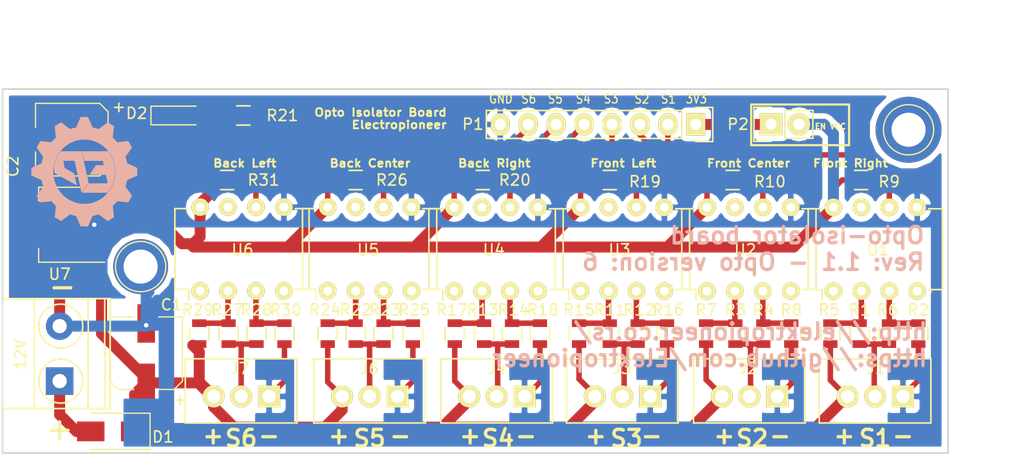
<source format=kicad_pcb>
(kicad_pcb (version 4) (host pcbnew 4.0.6+dfsg1-1)

  (general
    (links 103)
    (no_connects 0)
    (area 141.847799 90.052599 227.997801 123.302601)
    (thickness 1.6)
    (drawings 54)
    (tracks 257)
    (zones 0)
    (modules 54)
    (nets 31)
  )

  (page A4)
  (layers
    (0 F.Cu signal)
    (31 B.Cu signal)
    (32 B.Adhes user)
    (33 F.Adhes user)
    (34 B.Paste user)
    (35 F.Paste user)
    (36 B.SilkS user)
    (37 F.SilkS user)
    (38 B.Mask user)
    (39 F.Mask user)
    (40 Dwgs.User user)
    (41 Cmts.User user)
    (42 Eco1.User user)
    (43 Eco2.User user hide)
    (44 Edge.Cuts user)
    (45 Margin user)
    (46 B.CrtYd user hide)
    (47 F.CrtYd user hide)
    (48 B.Fab user hide)
    (49 F.Fab user hide)
  )

  (setup
    (last_trace_width 0.25)
    (user_trace_width 0.25)
    (user_trace_width 0.5)
    (user_trace_width 1)
    (trace_clearance 0.2)
    (zone_clearance 0.508)
    (zone_45_only yes)
    (trace_min 0.2)
    (segment_width 0.2)
    (edge_width 0.15)
    (via_size 0.6)
    (via_drill 0.4)
    (via_min_size 0.4)
    (via_min_drill 0.3)
    (uvia_size 0.3)
    (uvia_drill 0.1)
    (uvias_allowed no)
    (uvia_min_size 0.2)
    (uvia_min_drill 0.1)
    (pcb_text_width 0.3)
    (pcb_text_size 1.5 1.5)
    (mod_edge_width 0.15)
    (mod_text_size 1 1)
    (mod_text_width 0.15)
    (pad_size 6 6)
    (pad_drill 3.1)
    (pad_to_mask_clearance 0.2)
    (aux_axis_origin 0 0)
    (grid_origin 106.2228 55.7276)
    (visible_elements FFFFFF7F)
    (pcbplotparams
      (layerselection 0x00030_80000001)
      (usegerberextensions false)
      (excludeedgelayer true)
      (linewidth 0.100000)
      (plotframeref false)
      (viasonmask false)
      (mode 1)
      (useauxorigin false)
      (hpglpennumber 1)
      (hpglpenspeed 20)
      (hpglpendiameter 15)
      (hpglpenoverlay 2)
      (psnegative false)
      (psa4output false)
      (plotreference true)
      (plotvalue true)
      (plotinvisibletext false)
      (padsonsilk false)
      (subtractmaskfromsilk false)
      (outputformat 1)
      (mirror false)
      (drillshape 0)
      (scaleselection 1)
      (outputdirectory Output/Plot/Drill/))
  )

  (net 0 "")
  (net 1 GND)
  (net 2 +12V)
  (net 3 "Net-(J1-Pad2)")
  (net 4 "Net-(J2-Pad2)")
  (net 5 "Net-(J3-Pad2)")
  (net 6 "Net-(J4-Pad2)")
  (net 7 S1)
  (net 8 S2)
  (net 9 S3)
  (net 10 S4)
  (net 11 "Net-(R1-Pad1)")
  (net 12 "Net-(R2-Pad1)")
  (net 13 "Net-(R3-Pad1)")
  (net 14 "Net-(R4-Pad1)")
  (net 15 "Net-(R11-Pad1)")
  (net 16 "Net-(R12-Pad1)")
  (net 17 "Net-(R13-Pad1)")
  (net 18 "Net-(R14-Pad1)")
  (net 19 "Net-(R22-Pad1)")
  (net 20 "Net-(J6-Pad2)")
  (net 21 "Net-(R23-Pad1)")
  (net 22 S5)
  (net 23 "Net-(R27-Pad1)")
  (net 24 "Net-(J7-Pad2)")
  (net 25 "Net-(R28-Pad1)")
  (net 26 S6)
  (net 27 "Net-(D2-Pad2)")
  (net 28 "Net-(12V_IN1-Pad1)")
  (net 29 "Net-(P1-Pad1)")
  (net 30 +3V3)

  (net_class Default "This is the default net class."
    (clearance 0.2)
    (trace_width 0.25)
    (via_dia 0.6)
    (via_drill 0.4)
    (uvia_dia 0.3)
    (uvia_drill 0.1)
    (add_net +12V)
    (add_net +3V3)
    (add_net GND)
    (add_net "Net-(12V_IN1-Pad1)")
    (add_net "Net-(D2-Pad2)")
    (add_net "Net-(J1-Pad2)")
    (add_net "Net-(J2-Pad2)")
    (add_net "Net-(J3-Pad2)")
    (add_net "Net-(J4-Pad2)")
    (add_net "Net-(J6-Pad2)")
    (add_net "Net-(J7-Pad2)")
    (add_net "Net-(P1-Pad1)")
    (add_net "Net-(R1-Pad1)")
    (add_net "Net-(R11-Pad1)")
    (add_net "Net-(R12-Pad1)")
    (add_net "Net-(R13-Pad1)")
    (add_net "Net-(R14-Pad1)")
    (add_net "Net-(R2-Pad1)")
    (add_net "Net-(R22-Pad1)")
    (add_net "Net-(R23-Pad1)")
    (add_net "Net-(R27-Pad1)")
    (add_net "Net-(R28-Pad1)")
    (add_net "Net-(R3-Pad1)")
    (add_net "Net-(R4-Pad1)")
    (add_net S1)
    (add_net S2)
    (add_net S3)
    (add_net S4)
    (add_net S5)
    (add_net S6)
  )

  (module Connectors:1pin (layer F.Cu) (tedit 5A5F2C06) (tstamp 5A5F59FE)
    (at 224.3328 93.8276)
    (descr "module 1 pin (ou trou mecanique de percage)")
    (tags DEV)
    (fp_text reference REF** (at 0 -3.048) (layer F.SilkS) hide
      (effects (font (size 1 1) (thickness 0.15)))
    )
    (fp_text value 1pin (at 0 3) (layer F.Fab) hide
      (effects (font (size 1 1) (thickness 0.15)))
    )
    (fp_circle (center 0 0) (end 2 0.8) (layer F.Fab) (width 0.1))
    (fp_circle (center 0 0) (end 2.6 0) (layer F.CrtYd) (width 0.05))
    (fp_circle (center 0 0) (end 0 -2.286) (layer F.SilkS) (width 0.12))
    (pad 1 thru_hole circle (at 0 0) (size 6 6) (drill 3.1) (layers *.Cu *.Mask))
  )

  (module Connect:Wafer_Vertical10x5.8x7RM2.5-3 (layer F.Cu) (tedit 59F50DF1) (tstamp 59F57D21)
    (at 177.8508 118.0846 180)
    (descr "Gold-Tek vertical wafer connector with 2.5mm pitch")
    (tags "wafer connector vertical")
    (path /59E789D2)
    (fp_text reference J6 (at 2.54 2.54 180) (layer F.SilkS)
      (effects (font (size 1 1) (thickness 0.15)))
    )
    (fp_text value "S5 Connector" (at 2.54 5.08 180) (layer F.Fab) hide
      (effects (font (size 1 1) (thickness 0.15)))
    )
    (fp_line (start -2.75 -2.75) (end 7.85 -2.75) (layer F.CrtYd) (width 0.05))
    (fp_line (start 7.85 -2.75) (end 7.85 3.8) (layer F.CrtYd) (width 0.05))
    (fp_line (start 7.85 3.8) (end -2.75 3.8) (layer F.CrtYd) (width 0.05))
    (fp_line (start -2.75 3.8) (end -2.75 -2.75) (layer F.CrtYd) (width 0.05))
    (fp_line (start 7.62 3.429) (end -2.54 3.429) (layer F.SilkS) (width 0.15))
    (fp_line (start -2.54 -2.413) (end 7.62 -2.413) (layer F.SilkS) (width 0.15))
    (fp_line (start 7.62 -2.413) (end 7.62 3.429) (layer F.SilkS) (width 0.15))
    (fp_line (start -2.54 -2.413) (end -2.54 3.429) (layer F.SilkS) (width 0.15))
    (pad 1 thru_hole rect (at 0 0 180) (size 2 2) (drill 1.2) (layers *.Cu *.Mask F.SilkS)
      (net 1 GND))
    (pad 2 thru_hole circle (at 2.54 0 180) (size 2 2) (drill 1.2) (layers *.Cu *.Mask F.SilkS)
      (net 20 "Net-(J6-Pad2)"))
    (pad 3 thru_hole circle (at 5.04 0 180) (size 2 2) (drill 1.2) (layers *.Cu *.Mask F.SilkS)
      (net 2 +12V))
    (model Connect.3dshapes/Wafer_Vertical10x5.8x7RM2.5-3.wrl
      (at (xyz 0 0 0))
      (scale (xyz 4 4 4))
      (rotate (xyz 0 0 0))
    )
  )

  (module Connect:Wafer_Vertical10x5.8x7RM2.5-3 (layer F.Cu) (tedit 59F50DFE) (tstamp 59F57E09)
    (at 200.8378 118.0846 180)
    (descr "Gold-Tek vertical wafer connector with 2.5mm pitch")
    (tags "wafer connector vertical")
    (path /59C95709)
    (fp_text reference J3 (at 2.5752 2.5504 180) (layer F.SilkS)
      (effects (font (size 1 1) (thickness 0.15)))
    )
    (fp_text value "S3 Connector" (at 2.54 5.08 180) (layer F.Fab) hide
      (effects (font (size 1 1) (thickness 0.15)))
    )
    (fp_line (start -2.75 -2.75) (end 7.85 -2.75) (layer F.CrtYd) (width 0.05))
    (fp_line (start 7.85 -2.75) (end 7.85 3.8) (layer F.CrtYd) (width 0.05))
    (fp_line (start 7.85 3.8) (end -2.75 3.8) (layer F.CrtYd) (width 0.05))
    (fp_line (start -2.75 3.8) (end -2.75 -2.75) (layer F.CrtYd) (width 0.05))
    (fp_line (start 7.62 3.429) (end -2.54 3.429) (layer F.SilkS) (width 0.15))
    (fp_line (start -2.54 -2.413) (end 7.62 -2.413) (layer F.SilkS) (width 0.15))
    (fp_line (start 7.62 -2.413) (end 7.62 3.429) (layer F.SilkS) (width 0.15))
    (fp_line (start -2.54 -2.413) (end -2.54 3.429) (layer F.SilkS) (width 0.15))
    (pad 1 thru_hole rect (at 0 0 180) (size 2 2) (drill 1.2) (layers *.Cu *.Mask F.SilkS)
      (net 1 GND))
    (pad 2 thru_hole circle (at 2.54 0 180) (size 2 2) (drill 1.2) (layers *.Cu *.Mask F.SilkS)
      (net 5 "Net-(J3-Pad2)"))
    (pad 3 thru_hole circle (at 5.04 0 180) (size 2 2) (drill 1.2) (layers *.Cu *.Mask F.SilkS)
      (net 2 +12V))
    (model Connect.3dshapes/Wafer_Vertical10x5.8x7RM2.5-3.wrl
      (at (xyz 0 0 0))
      (scale (xyz 4 4 4))
      (rotate (xyz 0 0 0))
    )
  )

  (module Diodes_SMD:D_SMA (layer F.Cu) (tedit 5A5F2AFB) (tstamp 59C8C16B)
    (at 151.9428 121.2596 180)
    (descr "Diode SMA (DO-214AC)")
    (tags "Diode SMA (DO-214AC)")
    (path /59C8C373)
    (attr smd)
    (fp_text reference D1 (at -4.572 -0.508 180) (layer F.SilkS)
      (effects (font (size 1 1) (thickness 0.15)))
    )
    (fp_text value STTH2R06U (at 0 2.6 180) (layer F.Fab) hide
      (effects (font (size 1 1) (thickness 0.15)))
    )
    (fp_text user %R (at 0 -2.5 180) (layer F.Fab)
      (effects (font (size 1 1) (thickness 0.15)))
    )
    (fp_line (start -3.4 -1.65) (end -3.4 1.65) (layer F.SilkS) (width 0.12))
    (fp_line (start 2.3 1.5) (end -2.3 1.5) (layer F.Fab) (width 0.1))
    (fp_line (start -2.3 1.5) (end -2.3 -1.5) (layer F.Fab) (width 0.1))
    (fp_line (start 2.3 -1.5) (end 2.3 1.5) (layer F.Fab) (width 0.1))
    (fp_line (start 2.3 -1.5) (end -2.3 -1.5) (layer F.Fab) (width 0.1))
    (fp_line (start -3.5 -1.75) (end 3.5 -1.75) (layer F.CrtYd) (width 0.05))
    (fp_line (start 3.5 -1.75) (end 3.5 1.75) (layer F.CrtYd) (width 0.05))
    (fp_line (start 3.5 1.75) (end -3.5 1.75) (layer F.CrtYd) (width 0.05))
    (fp_line (start -3.5 1.75) (end -3.5 -1.75) (layer F.CrtYd) (width 0.05))
    (fp_line (start -0.64944 0.00102) (end -1.55114 0.00102) (layer F.Fab) (width 0.1))
    (fp_line (start 0.50118 0.00102) (end 1.4994 0.00102) (layer F.Fab) (width 0.1))
    (fp_line (start -0.64944 -0.79908) (end -0.64944 0.80112) (layer F.Fab) (width 0.1))
    (fp_line (start 0.50118 0.75032) (end 0.50118 -0.79908) (layer F.Fab) (width 0.1))
    (fp_line (start -0.64944 0.00102) (end 0.50118 0.75032) (layer F.Fab) (width 0.1))
    (fp_line (start -0.64944 0.00102) (end 0.50118 -0.79908) (layer F.Fab) (width 0.1))
    (fp_line (start -3.4 1.65) (end 2 1.65) (layer F.SilkS) (width 0.12))
    (fp_line (start -3.4 -1.65) (end 2 -1.65) (layer F.SilkS) (width 0.12))
    (pad 1 smd rect (at -2 0 180) (size 2.5 1.8) (layers F.Cu F.Paste F.Mask)
      (net 2 +12V))
    (pad 2 smd rect (at 2 0 180) (size 2.5 1.8) (layers F.Cu F.Paste F.Mask)
      (net 28 "Net-(12V_IN1-Pad1)"))
    (model ${KISYS3DMOD}/Diodes_SMD.3dshapes/D_SMA.wrl
      (at (xyz 0 0 0))
      (scale (xyz 1 1 1))
      (rotate (xyz 0 0 0))
    )
  )

  (module Capacitors_SMD:CP_Elec_6.3x5.3 (layer F.Cu) (tedit 5A00463A) (tstamp 59C8D7E3)
    (at 154.9908 114.1476 90)
    (descr "SMT capacitor, aluminium electrolytic, 6.3x5.3")
    (path /59C8C3BA)
    (attr smd)
    (fp_text reference C1 (at 4.4 2.3 360) (layer F.SilkS)
      (effects (font (size 1 1) (thickness 0.15)))
    )
    (fp_text value 470u (at 0 -4.56 90) (layer F.Fab) hide
      (effects (font (size 1 1) (thickness 0.15)))
    )
    (fp_circle (center 0 0) (end 0.6 3) (layer F.Fab) (width 0.1))
    (fp_text user + (at -1.75 -0.08 90) (layer F.Fab)
      (effects (font (size 1 1) (thickness 0.15)))
    )
    (fp_text user + (at -4.28 3.01 90) (layer F.SilkS)
      (effects (font (size 1 1) (thickness 0.15)))
    )
    (fp_text user %R (at 0 4.56 90) (layer F.Fab)
      (effects (font (size 1 1) (thickness 0.15)))
    )
    (fp_line (start 3.15 3.15) (end 3.15 -3.15) (layer F.Fab) (width 0.1))
    (fp_line (start -2.48 3.15) (end 3.15 3.15) (layer F.Fab) (width 0.1))
    (fp_line (start -3.15 2.48) (end -2.48 3.15) (layer F.Fab) (width 0.1))
    (fp_line (start -3.15 -2.48) (end -3.15 2.48) (layer F.Fab) (width 0.1))
    (fp_line (start -2.48 -3.15) (end -3.15 -2.48) (layer F.Fab) (width 0.1))
    (fp_line (start 3.15 -3.15) (end -2.48 -3.15) (layer F.Fab) (width 0.1))
    (fp_line (start 3.3 3.3) (end 3.3 1.12) (layer F.SilkS) (width 0.12))
    (fp_line (start 3.3 -3.3) (end 3.3 -1.12) (layer F.SilkS) (width 0.12))
    (fp_line (start -3.3 2.54) (end -3.3 1.12) (layer F.SilkS) (width 0.12))
    (fp_line (start -3.3 -2.54) (end -3.3 -1.12) (layer F.SilkS) (width 0.12))
    (fp_line (start 3.3 3.3) (end -2.54 3.3) (layer F.SilkS) (width 0.12))
    (fp_line (start -2.54 3.3) (end -3.3 2.54) (layer F.SilkS) (width 0.12))
    (fp_line (start -3.3 -2.54) (end -2.54 -3.3) (layer F.SilkS) (width 0.12))
    (fp_line (start -2.54 -3.3) (end 3.3 -3.3) (layer F.SilkS) (width 0.12))
    (fp_line (start -4.7 -3.4) (end 4.7 -3.4) (layer F.CrtYd) (width 0.05))
    (fp_line (start -4.7 -3.4) (end -4.7 3.4) (layer F.CrtYd) (width 0.05))
    (fp_line (start 4.7 3.4) (end 4.7 -3.4) (layer F.CrtYd) (width 0.05))
    (fp_line (start 4.7 3.4) (end -4.7 3.4) (layer F.CrtYd) (width 0.05))
    (pad 1 smd rect (at -2.7 0 270) (size 3.5 1.6) (layers F.Cu F.Paste F.Mask)
      (net 2 +12V))
    (pad 2 smd rect (at 2.7 0 270) (size 3.5 1.6) (layers F.Cu F.Paste F.Mask)
      (net 1 GND))
    (model Capacitors_SMD.3dshapes/CP_Elec_6.3x5.3.wrl
      (at (xyz 0 0 0))
      (scale (xyz 1 1 1))
      (rotate (xyz 0 0 180))
    )
  )

  (module Capacitors_SMD:CP_Elec_6.3x5.3 (layer F.Cu) (tedit 59CF81AC) (tstamp 59C8D7FE)
    (at 148.2228 94.7276 180)
    (descr "SMT capacitor, aluminium electrolytic, 6.3x5.3")
    (path /59C8C3F2)
    (attr smd)
    (fp_text reference C2 (at 5.3612 -2.4326 270) (layer F.SilkS)
      (effects (font (size 1 1) (thickness 0.15)))
    )
    (fp_text value 470uF (at 0 -4.56 180) (layer F.Fab) hide
      (effects (font (size 1 1) (thickness 0.15)))
    )
    (fp_circle (center 0 0) (end 0.6 3) (layer F.Fab) (width 0.1))
    (fp_text user + (at -1.75 -0.08 180) (layer F.Fab)
      (effects (font (size 1 1) (thickness 0.15)))
    )
    (fp_text user + (at -4.28 3.01 180) (layer F.SilkS)
      (effects (font (size 1 1) (thickness 0.15)))
    )
    (fp_text user %R (at 0 4.56 180) (layer F.Fab)
      (effects (font (size 1 1) (thickness 0.15)))
    )
    (fp_line (start 3.15 3.15) (end 3.15 -3.15) (layer F.Fab) (width 0.1))
    (fp_line (start -2.48 3.15) (end 3.15 3.15) (layer F.Fab) (width 0.1))
    (fp_line (start -3.15 2.48) (end -2.48 3.15) (layer F.Fab) (width 0.1))
    (fp_line (start -3.15 -2.48) (end -3.15 2.48) (layer F.Fab) (width 0.1))
    (fp_line (start -2.48 -3.15) (end -3.15 -2.48) (layer F.Fab) (width 0.1))
    (fp_line (start 3.15 -3.15) (end -2.48 -3.15) (layer F.Fab) (width 0.1))
    (fp_line (start 3.3 3.3) (end 3.3 1.12) (layer F.SilkS) (width 0.12))
    (fp_line (start 3.3 -3.3) (end 3.3 -1.12) (layer F.SilkS) (width 0.12))
    (fp_line (start -3.3 2.54) (end -3.3 1.12) (layer F.SilkS) (width 0.12))
    (fp_line (start -3.3 -2.54) (end -3.3 -1.12) (layer F.SilkS) (width 0.12))
    (fp_line (start 3.3 3.3) (end -2.54 3.3) (layer F.SilkS) (width 0.12))
    (fp_line (start -2.54 3.3) (end -3.3 2.54) (layer F.SilkS) (width 0.12))
    (fp_line (start -3.3 -2.54) (end -2.54 -3.3) (layer F.SilkS) (width 0.12))
    (fp_line (start -2.54 -3.3) (end 3.3 -3.3) (layer F.SilkS) (width 0.12))
    (fp_line (start -4.7 -3.4) (end 4.7 -3.4) (layer F.CrtYd) (width 0.05))
    (fp_line (start -4.7 -3.4) (end -4.7 3.4) (layer F.CrtYd) (width 0.05))
    (fp_line (start 4.7 3.4) (end 4.7 -3.4) (layer F.CrtYd) (width 0.05))
    (fp_line (start 4.7 3.4) (end -4.7 3.4) (layer F.CrtYd) (width 0.05))
    (pad 1 smd rect (at -2.7 0) (size 3.5 1.6) (layers F.Cu F.Paste F.Mask)
      (net 30 +3V3))
    (pad 2 smd rect (at 2.7 0) (size 3.5 1.6) (layers F.Cu F.Paste F.Mask)
      (net 1 GND))
    (model Capacitors_SMD.3dshapes/CP_Elec_6.3x5.3.wrl
      (at (xyz 0 0 0))
      (scale (xyz 1 1 1))
      (rotate (xyz 0 0 180))
    )
  )

  (module LEDs:LED_1206 (layer F.Cu) (tedit 59C95BBA) (tstamp 59C95CC7)
    (at 157.9228 92.5276)
    (descr "LED 1206 smd package")
    (tags "LED led 1206 SMD smd SMT smt smdled SMDLED smtled SMTLED")
    (path /59C99241)
    (attr smd)
    (fp_text reference D2 (at 0 -1.6) (layer F.SilkS) hide
      (effects (font (size 1 1) (thickness 0.15)))
    )
    (fp_text value LED_RED (at 0 1.7) (layer F.Fab) hide
      (effects (font (size 1 1) (thickness 0.15)))
    )
    (fp_line (start -2.5 -0.85) (end -2.5 0.85) (layer F.SilkS) (width 0.12))
    (fp_line (start -0.45 -0.4) (end -0.45 0.4) (layer F.Fab) (width 0.1))
    (fp_line (start -0.4 0) (end 0.2 -0.4) (layer F.Fab) (width 0.1))
    (fp_line (start 0.2 0.4) (end -0.4 0) (layer F.Fab) (width 0.1))
    (fp_line (start 0.2 -0.4) (end 0.2 0.4) (layer F.Fab) (width 0.1))
    (fp_line (start 1.6 0.8) (end -1.6 0.8) (layer F.Fab) (width 0.1))
    (fp_line (start 1.6 -0.8) (end 1.6 0.8) (layer F.Fab) (width 0.1))
    (fp_line (start -1.6 -0.8) (end 1.6 -0.8) (layer F.Fab) (width 0.1))
    (fp_line (start -1.6 0.8) (end -1.6 -0.8) (layer F.Fab) (width 0.1))
    (fp_line (start -2.45 0.85) (end 1.6 0.85) (layer F.SilkS) (width 0.12))
    (fp_line (start -2.45 -0.85) (end 1.6 -0.85) (layer F.SilkS) (width 0.12))
    (fp_line (start 2.65 -1) (end 2.65 1) (layer F.CrtYd) (width 0.05))
    (fp_line (start 2.65 1) (end -2.65 1) (layer F.CrtYd) (width 0.05))
    (fp_line (start -2.65 1) (end -2.65 -1) (layer F.CrtYd) (width 0.05))
    (fp_line (start -2.65 -1) (end 2.65 -1) (layer F.CrtYd) (width 0.05))
    (pad 2 smd rect (at 1.65 0 180) (size 1.5 1.5) (layers F.Cu F.Paste F.Mask)
      (net 27 "Net-(D2-Pad2)"))
    (pad 1 smd rect (at -1.65 0 180) (size 1.5 1.5) (layers F.Cu F.Paste F.Mask)
      (net 1 GND))
    (model ${KISYS3DMOD}/LEDs.3dshapes/LED_1206.wrl
      (at (xyz 0 0 0))
      (scale (xyz 1 1 1))
      (rotate (xyz 0 0 180))
    )
  )

  (module Housings_DIP:DIP-8_W7.62mm (layer F.Cu) (tedit 59F51146) (tstamp 59E78B1D)
    (at 171.5008 108.4834 90)
    (descr "8-lead dip package, row spacing 7.62 mm (300 mils)")
    (tags "dil dip 2.54 300")
    (path /59E789CC)
    (fp_text reference U5 (at 3.7338 3.683 180) (layer F.SilkS)
      (effects (font (size 1 1) (thickness 0.15)))
    )
    (fp_text value 6N135 (at 0 -3.72 90) (layer F.Fab) hide
      (effects (font (size 1 1) (thickness 0.15)))
    )
    (fp_line (start -1.05 -2.45) (end -1.05 10.1) (layer F.CrtYd) (width 0.05))
    (fp_line (start 8.65 -2.45) (end 8.65 10.1) (layer F.CrtYd) (width 0.05))
    (fp_line (start -1.05 -2.45) (end 8.65 -2.45) (layer F.CrtYd) (width 0.05))
    (fp_line (start -1.05 10.1) (end 8.65 10.1) (layer F.CrtYd) (width 0.05))
    (fp_line (start 0.135 -2.295) (end 0.135 -1.025) (layer F.SilkS) (width 0.15))
    (fp_line (start 7.485 -2.295) (end 7.485 -1.025) (layer F.SilkS) (width 0.15))
    (fp_line (start 7.485 9.915) (end 7.485 8.645) (layer F.SilkS) (width 0.15))
    (fp_line (start 0.135 9.915) (end 0.135 8.645) (layer F.SilkS) (width 0.15))
    (fp_line (start 0.135 -2.295) (end 7.485 -2.295) (layer F.SilkS) (width 0.15))
    (fp_line (start 0.135 9.915) (end 7.485 9.915) (layer F.SilkS) (width 0.15))
    (fp_line (start 0.135 -1.025) (end -0.8 -1.025) (layer F.SilkS) (width 0.15))
    (pad 1 thru_hole oval (at 0 0 90) (size 1.6 1.6) (drill 0.8) (layers *.Cu *.Mask F.SilkS))
    (pad 2 thru_hole oval (at 0 2.54 90) (size 1.6 1.6) (drill 0.8) (layers *.Cu *.Mask F.SilkS)
      (net 19 "Net-(R22-Pad1)"))
    (pad 3 thru_hole oval (at 0 5.08 90) (size 1.6 1.6) (drill 0.8) (layers *.Cu *.Mask F.SilkS)
      (net 21 "Net-(R23-Pad1)"))
    (pad 4 thru_hole oval (at 0 7.62 90) (size 1.6 1.6) (drill 0.8) (layers *.Cu *.Mask F.SilkS))
    (pad 5 thru_hole oval (at 7.62 7.62 90) (size 1.6 1.6) (drill 0.8) (layers *.Cu *.Mask F.SilkS)
      (net 1 GND))
    (pad 6 thru_hole oval (at 7.62 5.08 90) (size 1.6 1.6) (drill 0.8) (layers *.Cu *.Mask F.SilkS)
      (net 22 S5))
    (pad 7 thru_hole oval (at 7.62 2.54 90) (size 1.6 1.6) (drill 0.8) (layers *.Cu *.Mask F.SilkS))
    (pad 8 thru_hole oval (at 7.62 0 90) (size 1.6 1.6) (drill 0.8) (layers *.Cu *.Mask F.SilkS)
      (net 30 +3V3))
    (model Housings_DIP.3dshapes/DIP-8_W7.62mm.wrl
      (at (xyz 0 0 0))
      (scale (xyz 1 1 1))
      (rotate (xyz 0 0 0))
    )
  )

  (module Housings_DIP:DIP-8_W7.62mm (layer F.Cu) (tedit 59F51149) (tstamp 59E78B34)
    (at 159.893 108.4834 90)
    (descr "8-lead dip package, row spacing 7.62 mm (300 mils)")
    (tags "dil dip 2.54 300")
    (path /59E78A29)
    (fp_text reference U6 (at 3.7338 3.8608 180) (layer F.SilkS)
      (effects (font (size 1 1) (thickness 0.15)))
    )
    (fp_text value 6N135 (at 0 -3.72 90) (layer F.Fab) hide
      (effects (font (size 1 1) (thickness 0.15)))
    )
    (fp_line (start -1.05 -2.45) (end -1.05 10.1) (layer F.CrtYd) (width 0.05))
    (fp_line (start 8.65 -2.45) (end 8.65 10.1) (layer F.CrtYd) (width 0.05))
    (fp_line (start -1.05 -2.45) (end 8.65 -2.45) (layer F.CrtYd) (width 0.05))
    (fp_line (start -1.05 10.1) (end 8.65 10.1) (layer F.CrtYd) (width 0.05))
    (fp_line (start 0.135 -2.295) (end 0.135 -1.025) (layer F.SilkS) (width 0.15))
    (fp_line (start 7.485 -2.295) (end 7.485 -1.025) (layer F.SilkS) (width 0.15))
    (fp_line (start 7.485 9.915) (end 7.485 8.645) (layer F.SilkS) (width 0.15))
    (fp_line (start 0.135 9.915) (end 0.135 8.645) (layer F.SilkS) (width 0.15))
    (fp_line (start 0.135 -2.295) (end 7.485 -2.295) (layer F.SilkS) (width 0.15))
    (fp_line (start 0.135 9.915) (end 7.485 9.915) (layer F.SilkS) (width 0.15))
    (fp_line (start 0.135 -1.025) (end -0.8 -1.025) (layer F.SilkS) (width 0.15))
    (pad 1 thru_hole oval (at 0 0 90) (size 1.6 1.6) (drill 0.8) (layers *.Cu *.Mask F.SilkS))
    (pad 2 thru_hole oval (at 0 2.54 90) (size 1.6 1.6) (drill 0.8) (layers *.Cu *.Mask F.SilkS)
      (net 23 "Net-(R27-Pad1)"))
    (pad 3 thru_hole oval (at 0 5.08 90) (size 1.6 1.6) (drill 0.8) (layers *.Cu *.Mask F.SilkS)
      (net 25 "Net-(R28-Pad1)"))
    (pad 4 thru_hole oval (at 0 7.62 90) (size 1.6 1.6) (drill 0.8) (layers *.Cu *.Mask F.SilkS))
    (pad 5 thru_hole oval (at 7.62 7.62 90) (size 1.6 1.6) (drill 0.8) (layers *.Cu *.Mask F.SilkS)
      (net 1 GND))
    (pad 6 thru_hole oval (at 7.62 5.08 90) (size 1.6 1.6) (drill 0.8) (layers *.Cu *.Mask F.SilkS)
      (net 26 S6))
    (pad 7 thru_hole oval (at 7.62 2.54 90) (size 1.6 1.6) (drill 0.8) (layers *.Cu *.Mask F.SilkS))
    (pad 8 thru_hole oval (at 7.62 0 90) (size 1.6 1.6) (drill 0.8) (layers *.Cu *.Mask F.SilkS)
      (net 30 +3V3))
    (model Housings_DIP.3dshapes/DIP-8_W7.62mm.wrl
      (at (xyz 0 0 0))
      (scale (xyz 1 1 1))
      (rotate (xyz 0 0 0))
    )
  )

  (module Connect:Wafer_Vertical10x5.8x7RM2.5-3 (layer F.Cu) (tedit 59F50DE1) (tstamp 59F57D30)
    (at 166.1668 118.0846 180)
    (descr "Gold-Tek vertical wafer connector with 2.5mm pitch")
    (tags "wafer connector vertical")
    (path /59E78A2F)
    (fp_text reference J7 (at 2.667 2.54 180) (layer F.SilkS)
      (effects (font (size 1 1) (thickness 0.15)))
    )
    (fp_text value "S6 Connector" (at 2.54 5.08 180) (layer F.Fab) hide
      (effects (font (size 1 1) (thickness 0.15)))
    )
    (fp_line (start -2.75 -2.75) (end 7.85 -2.75) (layer F.CrtYd) (width 0.05))
    (fp_line (start 7.85 -2.75) (end 7.85 3.8) (layer F.CrtYd) (width 0.05))
    (fp_line (start 7.85 3.8) (end -2.75 3.8) (layer F.CrtYd) (width 0.05))
    (fp_line (start -2.75 3.8) (end -2.75 -2.75) (layer F.CrtYd) (width 0.05))
    (fp_line (start 7.62 3.429) (end -2.54 3.429) (layer F.SilkS) (width 0.15))
    (fp_line (start -2.54 -2.413) (end 7.62 -2.413) (layer F.SilkS) (width 0.15))
    (fp_line (start 7.62 -2.413) (end 7.62 3.429) (layer F.SilkS) (width 0.15))
    (fp_line (start -2.54 -2.413) (end -2.54 3.429) (layer F.SilkS) (width 0.15))
    (pad 1 thru_hole rect (at 0 0 180) (size 2 2) (drill 1.2) (layers *.Cu *.Mask F.SilkS)
      (net 1 GND))
    (pad 2 thru_hole circle (at 2.54 0 180) (size 2 2) (drill 1.2) (layers *.Cu *.Mask F.SilkS)
      (net 24 "Net-(J7-Pad2)"))
    (pad 3 thru_hole circle (at 5.04 0 180) (size 2 2) (drill 1.2) (layers *.Cu *.Mask F.SilkS)
      (net 2 +12V))
    (model Connect.3dshapes/Wafer_Vertical10x5.8x7RM2.5-3.wrl
      (at (xyz 0 0 0))
      (scale (xyz 4 4 4))
      (rotate (xyz 0 0 0))
    )
  )

  (module Pin_Headers:Pin_Header_Straight_1x08 (layer F.Cu) (tedit 59F5A54C) (tstamp 59F57D47)
    (at 204.978 93.345 270)
    (descr "Through hole pin header")
    (tags "pin header")
    (path /59F49FBA)
    (fp_text reference P1 (at -0.0254 20.2692 360) (layer F.SilkS)
      (effects (font (size 1 1) (thickness 0.15)))
    )
    (fp_text value CONN_01X08 (at 0 -3.1 270) (layer F.Fab) hide
      (effects (font (size 1 1) (thickness 0.15)))
    )
    (fp_line (start -1.75 -1.75) (end -1.75 19.55) (layer F.CrtYd) (width 0.05))
    (fp_line (start 1.75 -1.75) (end 1.75 19.55) (layer F.CrtYd) (width 0.05))
    (fp_line (start -1.75 -1.75) (end 1.75 -1.75) (layer F.CrtYd) (width 0.05))
    (fp_line (start -1.75 19.55) (end 1.75 19.55) (layer F.CrtYd) (width 0.05))
    (fp_line (start 1.27 1.27) (end 1.27 19.05) (layer F.SilkS) (width 0.15))
    (fp_line (start 1.27 19.05) (end -1.27 19.05) (layer F.SilkS) (width 0.15))
    (fp_line (start -1.27 19.05) (end -1.27 1.27) (layer F.SilkS) (width 0.15))
    (fp_line (start 1.55 -1.55) (end 1.55 0) (layer F.SilkS) (width 0.15))
    (fp_line (start 1.27 1.27) (end -1.27 1.27) (layer F.SilkS) (width 0.15))
    (fp_line (start -1.55 0) (end -1.55 -1.55) (layer F.SilkS) (width 0.15))
    (fp_line (start -1.55 -1.55) (end 1.55 -1.55) (layer F.SilkS) (width 0.15))
    (pad 1 thru_hole rect (at 0 0 270) (size 2.032 1.7272) (drill 1.016) (layers *.Cu *.Mask F.SilkS)
      (net 29 "Net-(P1-Pad1)"))
    (pad 2 thru_hole oval (at 0 2.54 270) (size 2.032 1.7272) (drill 1.016) (layers *.Cu *.Mask F.SilkS)
      (net 7 S1))
    (pad 3 thru_hole oval (at 0 5.08 270) (size 2.032 1.7272) (drill 1.016) (layers *.Cu *.Mask F.SilkS)
      (net 8 S2))
    (pad 4 thru_hole oval (at 0 7.62 270) (size 2.032 1.7272) (drill 1.016) (layers *.Cu *.Mask F.SilkS)
      (net 9 S3))
    (pad 5 thru_hole oval (at 0 10.16 270) (size 2.032 1.7272) (drill 1.016) (layers *.Cu *.Mask F.SilkS)
      (net 10 S4))
    (pad 6 thru_hole oval (at 0 12.7 270) (size 2.032 1.7272) (drill 1.016) (layers *.Cu *.Mask F.SilkS)
      (net 22 S5))
    (pad 7 thru_hole oval (at 0 15.24 270) (size 2.032 1.7272) (drill 1.016) (layers *.Cu *.Mask F.SilkS)
      (net 26 S6))
    (pad 8 thru_hole oval (at 0 17.78 270) (size 2.032 1.7272) (drill 1.016) (layers *.Cu *.Mask F.SilkS)
      (net 1 GND))
    (model Pin_Headers.3dshapes/Pin_Header_Straight_1x08.wrl
      (at (xyz 0 -0.35 0))
      (scale (xyz 1 1 1))
      (rotate (xyz 0 0 90))
    )
  )

  (module Connect:Wafer_Vertical10x5.8x7RM2.5-3 (layer F.Cu) (tedit 59F50E06) (tstamp 59F57DED)
    (at 223.8248 118.0846 180)
    (descr "Gold-Tek vertical wafer connector with 2.5mm pitch")
    (tags "wafer connector vertical")
    (path /59C8BC61)
    (fp_text reference J1 (at 2.4652 2.5504 180) (layer F.SilkS)
      (effects (font (size 1 1) (thickness 0.15)))
    )
    (fp_text value "S1 Connector" (at 2.54 5.08 180) (layer F.Fab) hide
      (effects (font (size 1 1) (thickness 0.15)))
    )
    (fp_line (start -2.75 -2.75) (end 7.85 -2.75) (layer F.CrtYd) (width 0.05))
    (fp_line (start 7.85 -2.75) (end 7.85 3.8) (layer F.CrtYd) (width 0.05))
    (fp_line (start 7.85 3.8) (end -2.75 3.8) (layer F.CrtYd) (width 0.05))
    (fp_line (start -2.75 3.8) (end -2.75 -2.75) (layer F.CrtYd) (width 0.05))
    (fp_line (start 7.62 3.429) (end -2.54 3.429) (layer F.SilkS) (width 0.15))
    (fp_line (start -2.54 -2.413) (end 7.62 -2.413) (layer F.SilkS) (width 0.15))
    (fp_line (start 7.62 -2.413) (end 7.62 3.429) (layer F.SilkS) (width 0.15))
    (fp_line (start -2.54 -2.413) (end -2.54 3.429) (layer F.SilkS) (width 0.15))
    (pad 1 thru_hole rect (at 0 0 180) (size 2 2) (drill 1.2) (layers *.Cu *.Mask F.SilkS)
      (net 1 GND))
    (pad 2 thru_hole circle (at 2.54 0 180) (size 2 2) (drill 1.2) (layers *.Cu *.Mask F.SilkS)
      (net 3 "Net-(J1-Pad2)"))
    (pad 3 thru_hole circle (at 5.04 0 180) (size 2 2) (drill 1.2) (layers *.Cu *.Mask F.SilkS)
      (net 2 +12V))
    (model Connect.3dshapes/Wafer_Vertical10x5.8x7RM2.5-3.wrl
      (at (xyz 0 0 0))
      (scale (xyz 4 4 4))
      (rotate (xyz 0 0 0))
    )
  )

  (module Connect:Wafer_Vertical10x5.8x7RM2.5-3 (layer F.Cu) (tedit 59F50E02) (tstamp 59F57DFB)
    (at 212.3948 118.0846 180)
    (descr "Gold-Tek vertical wafer connector with 2.5mm pitch")
    (tags "wafer connector vertical")
    (path /59C95B8E)
    (fp_text reference J2 (at 2.6452 2.5504 180) (layer F.SilkS)
      (effects (font (size 1 1) (thickness 0.15)))
    )
    (fp_text value "S2 Connector" (at 2.54 5.08 180) (layer F.Fab) hide
      (effects (font (size 1 1) (thickness 0.15)))
    )
    (fp_line (start -2.75 -2.75) (end 7.85 -2.75) (layer F.CrtYd) (width 0.05))
    (fp_line (start 7.85 -2.75) (end 7.85 3.8) (layer F.CrtYd) (width 0.05))
    (fp_line (start 7.85 3.8) (end -2.75 3.8) (layer F.CrtYd) (width 0.05))
    (fp_line (start -2.75 3.8) (end -2.75 -2.75) (layer F.CrtYd) (width 0.05))
    (fp_line (start 7.62 3.429) (end -2.54 3.429) (layer F.SilkS) (width 0.15))
    (fp_line (start -2.54 -2.413) (end 7.62 -2.413) (layer F.SilkS) (width 0.15))
    (fp_line (start 7.62 -2.413) (end 7.62 3.429) (layer F.SilkS) (width 0.15))
    (fp_line (start -2.54 -2.413) (end -2.54 3.429) (layer F.SilkS) (width 0.15))
    (pad 1 thru_hole rect (at 0 0 180) (size 2 2) (drill 1.2) (layers *.Cu *.Mask F.SilkS)
      (net 1 GND))
    (pad 2 thru_hole circle (at 2.54 0 180) (size 2 2) (drill 1.2) (layers *.Cu *.Mask F.SilkS)
      (net 4 "Net-(J2-Pad2)"))
    (pad 3 thru_hole circle (at 5.04 0 180) (size 2 2) (drill 1.2) (layers *.Cu *.Mask F.SilkS)
      (net 2 +12V))
    (model Connect.3dshapes/Wafer_Vertical10x5.8x7RM2.5-3.wrl
      (at (xyz 0 0 0))
      (scale (xyz 4 4 4))
      (rotate (xyz 0 0 0))
    )
  )

  (module Connect:Wafer_Vertical10x5.8x7RM2.5-3 (layer F.Cu) (tedit 59F50DFB) (tstamp 59F57E17)
    (at 189.4078 118.0846 180)
    (descr "Gold-Tek vertical wafer connector with 2.5mm pitch")
    (tags "wafer connector vertical")
    (path /59C95BEB)
    (fp_text reference J4 (at 2.5052 2.5504 180) (layer F.SilkS)
      (effects (font (size 1 1) (thickness 0.15)))
    )
    (fp_text value "S4 Connector" (at 2.54 5.08 180) (layer F.Fab) hide
      (effects (font (size 1 1) (thickness 0.15)))
    )
    (fp_line (start -2.75 -2.75) (end 7.85 -2.75) (layer F.CrtYd) (width 0.05))
    (fp_line (start 7.85 -2.75) (end 7.85 3.8) (layer F.CrtYd) (width 0.05))
    (fp_line (start 7.85 3.8) (end -2.75 3.8) (layer F.CrtYd) (width 0.05))
    (fp_line (start -2.75 3.8) (end -2.75 -2.75) (layer F.CrtYd) (width 0.05))
    (fp_line (start 7.62 3.429) (end -2.54 3.429) (layer F.SilkS) (width 0.15))
    (fp_line (start -2.54 -2.413) (end 7.62 -2.413) (layer F.SilkS) (width 0.15))
    (fp_line (start 7.62 -2.413) (end 7.62 3.429) (layer F.SilkS) (width 0.15))
    (fp_line (start -2.54 -2.413) (end -2.54 3.429) (layer F.SilkS) (width 0.15))
    (pad 1 thru_hole rect (at 0 0 180) (size 2 2) (drill 1.2) (layers *.Cu *.Mask F.SilkS)
      (net 1 GND))
    (pad 2 thru_hole circle (at 2.54 0 180) (size 2 2) (drill 1.2) (layers *.Cu *.Mask F.SilkS)
      (net 6 "Net-(J4-Pad2)"))
    (pad 3 thru_hole circle (at 5.04 0 180) (size 2 2) (drill 1.2) (layers *.Cu *.Mask F.SilkS)
      (net 2 +12V))
    (model Connect.3dshapes/Wafer_Vertical10x5.8x7RM2.5-3.wrl
      (at (xyz 0 0 0))
      (scale (xyz 4 4 4))
      (rotate (xyz 0 0 0))
    )
  )

  (module Housings_DIP:DIP-8_W7.62mm (layer F.Cu) (tedit 59F51153) (tstamp 59C8C401)
    (at 183 108.5 90)
    (descr "8-lead dip package, row spacing 7.62 mm (300 mils)")
    (tags "dil dip 2.54 300")
    (path /59C95BE5)
    (fp_text reference U4 (at 3.7504 3.6138 180) (layer F.SilkS)
      (effects (font (size 1 1) (thickness 0.15)))
    )
    (fp_text value 6N135 (at 0 -3.72 90) (layer F.Fab) hide
      (effects (font (size 1 1) (thickness 0.15)))
    )
    (fp_line (start -1.05 -2.45) (end -1.05 10.1) (layer F.CrtYd) (width 0.05))
    (fp_line (start 8.65 -2.45) (end 8.65 10.1) (layer F.CrtYd) (width 0.05))
    (fp_line (start -1.05 -2.45) (end 8.65 -2.45) (layer F.CrtYd) (width 0.05))
    (fp_line (start -1.05 10.1) (end 8.65 10.1) (layer F.CrtYd) (width 0.05))
    (fp_line (start 0.135 -2.295) (end 0.135 -1.025) (layer F.SilkS) (width 0.15))
    (fp_line (start 7.485 -2.295) (end 7.485 -1.025) (layer F.SilkS) (width 0.15))
    (fp_line (start 7.485 9.915) (end 7.485 8.645) (layer F.SilkS) (width 0.15))
    (fp_line (start 0.135 9.915) (end 0.135 8.645) (layer F.SilkS) (width 0.15))
    (fp_line (start 0.135 -2.295) (end 7.485 -2.295) (layer F.SilkS) (width 0.15))
    (fp_line (start 0.135 9.915) (end 7.485 9.915) (layer F.SilkS) (width 0.15))
    (fp_line (start 0.135 -1.025) (end -0.8 -1.025) (layer F.SilkS) (width 0.15))
    (pad 1 thru_hole oval (at 0 0 90) (size 1.6 1.6) (drill 0.8) (layers *.Cu *.Mask F.SilkS))
    (pad 2 thru_hole oval (at 0 2.54 90) (size 1.6 1.6) (drill 0.8) (layers *.Cu *.Mask F.SilkS)
      (net 17 "Net-(R13-Pad1)"))
    (pad 3 thru_hole oval (at 0 5.08 90) (size 1.6 1.6) (drill 0.8) (layers *.Cu *.Mask F.SilkS)
      (net 18 "Net-(R14-Pad1)"))
    (pad 4 thru_hole oval (at 0 7.62 90) (size 1.6 1.6) (drill 0.8) (layers *.Cu *.Mask F.SilkS))
    (pad 5 thru_hole oval (at 7.62 7.62 90) (size 1.6 1.6) (drill 0.8) (layers *.Cu *.Mask F.SilkS)
      (net 1 GND))
    (pad 6 thru_hole oval (at 7.62 5.08 90) (size 1.6 1.6) (drill 0.8) (layers *.Cu *.Mask F.SilkS)
      (net 10 S4))
    (pad 7 thru_hole oval (at 7.62 2.54 90) (size 1.6 1.6) (drill 0.8) (layers *.Cu *.Mask F.SilkS))
    (pad 8 thru_hole oval (at 7.62 0 90) (size 1.6 1.6) (drill 0.8) (layers *.Cu *.Mask F.SilkS)
      (net 30 +3V3))
    (model Housings_DIP.3dshapes/DIP-8_W7.62mm.wrl
      (at (xyz 0 0 0))
      (scale (xyz 1 1 1))
      (rotate (xyz 0 0 0))
    )
  )

  (module Housings_DIP:DIP-8_W7.62mm (layer F.Cu) (tedit 59F5114F) (tstamp 59C8C3E5)
    (at 194.5 108.5 90)
    (descr "8-lead dip package, row spacing 7.62 mm (300 mils)")
    (tags "dil dip 2.54 300")
    (path /59C95703)
    (fp_text reference U3 (at 3.7504 3.5438 180) (layer F.SilkS)
      (effects (font (size 1 1) (thickness 0.15)))
    )
    (fp_text value 6N135 (at 0 -3.72 90) (layer F.Fab) hide
      (effects (font (size 1 1) (thickness 0.15)))
    )
    (fp_line (start -1.05 -2.45) (end -1.05 10.1) (layer F.CrtYd) (width 0.05))
    (fp_line (start 8.65 -2.45) (end 8.65 10.1) (layer F.CrtYd) (width 0.05))
    (fp_line (start -1.05 -2.45) (end 8.65 -2.45) (layer F.CrtYd) (width 0.05))
    (fp_line (start -1.05 10.1) (end 8.65 10.1) (layer F.CrtYd) (width 0.05))
    (fp_line (start 0.135 -2.295) (end 0.135 -1.025) (layer F.SilkS) (width 0.15))
    (fp_line (start 7.485 -2.295) (end 7.485 -1.025) (layer F.SilkS) (width 0.15))
    (fp_line (start 7.485 9.915) (end 7.485 8.645) (layer F.SilkS) (width 0.15))
    (fp_line (start 0.135 9.915) (end 0.135 8.645) (layer F.SilkS) (width 0.15))
    (fp_line (start 0.135 -2.295) (end 7.485 -2.295) (layer F.SilkS) (width 0.15))
    (fp_line (start 0.135 9.915) (end 7.485 9.915) (layer F.SilkS) (width 0.15))
    (fp_line (start 0.135 -1.025) (end -0.8 -1.025) (layer F.SilkS) (width 0.15))
    (pad 1 thru_hole oval (at 0 0 90) (size 1.6 1.6) (drill 0.8) (layers *.Cu *.Mask F.SilkS))
    (pad 2 thru_hole oval (at 0 2.54 90) (size 1.6 1.6) (drill 0.8) (layers *.Cu *.Mask F.SilkS)
      (net 15 "Net-(R11-Pad1)"))
    (pad 3 thru_hole oval (at 0 5.08 90) (size 1.6 1.6) (drill 0.8) (layers *.Cu *.Mask F.SilkS)
      (net 16 "Net-(R12-Pad1)"))
    (pad 4 thru_hole oval (at 0 7.62 90) (size 1.6 1.6) (drill 0.8) (layers *.Cu *.Mask F.SilkS))
    (pad 5 thru_hole oval (at 7.62 7.62 90) (size 1.6 1.6) (drill 0.8) (layers *.Cu *.Mask F.SilkS)
      (net 1 GND))
    (pad 6 thru_hole oval (at 7.62 5.08 90) (size 1.6 1.6) (drill 0.8) (layers *.Cu *.Mask F.SilkS)
      (net 9 S3))
    (pad 7 thru_hole oval (at 7.62 2.54 90) (size 1.6 1.6) (drill 0.8) (layers *.Cu *.Mask F.SilkS))
    (pad 8 thru_hole oval (at 7.62 0 90) (size 1.6 1.6) (drill 0.8) (layers *.Cu *.Mask F.SilkS)
      (net 30 +3V3))
    (model Housings_DIP.3dshapes/DIP-8_W7.62mm.wrl
      (at (xyz 0 0 0))
      (scale (xyz 1 1 1))
      (rotate (xyz 0 0 0))
    )
  )

  (module Housings_DIP:DIP-8_W7.62mm (layer F.Cu) (tedit 59F5115B) (tstamp 59C8C3C9)
    (at 206 108.5 90)
    (descr "8-lead dip package, row spacing 7.62 mm (300 mils)")
    (tags "dil dip 2.54 300")
    (path /59C95B88)
    (fp_text reference U2 (at 3.7504 3.4738 180) (layer F.SilkS)
      (effects (font (size 1 1) (thickness 0.15)))
    )
    (fp_text value 6N135 (at 0 -3.72 90) (layer F.Fab) hide
      (effects (font (size 1 1) (thickness 0.15)))
    )
    (fp_line (start -1.05 -2.45) (end -1.05 10.1) (layer F.CrtYd) (width 0.05))
    (fp_line (start 8.65 -2.45) (end 8.65 10.1) (layer F.CrtYd) (width 0.05))
    (fp_line (start -1.05 -2.45) (end 8.65 -2.45) (layer F.CrtYd) (width 0.05))
    (fp_line (start -1.05 10.1) (end 8.65 10.1) (layer F.CrtYd) (width 0.05))
    (fp_line (start 0.135 -2.295) (end 0.135 -1.025) (layer F.SilkS) (width 0.15))
    (fp_line (start 7.485 -2.295) (end 7.485 -1.025) (layer F.SilkS) (width 0.15))
    (fp_line (start 7.485 9.915) (end 7.485 8.645) (layer F.SilkS) (width 0.15))
    (fp_line (start 0.135 9.915) (end 0.135 8.645) (layer F.SilkS) (width 0.15))
    (fp_line (start 0.135 -2.295) (end 7.485 -2.295) (layer F.SilkS) (width 0.15))
    (fp_line (start 0.135 9.915) (end 7.485 9.915) (layer F.SilkS) (width 0.15))
    (fp_line (start 0.135 -1.025) (end -0.8 -1.025) (layer F.SilkS) (width 0.15))
    (pad 1 thru_hole oval (at 0 0 90) (size 1.6 1.6) (drill 0.8) (layers *.Cu *.Mask F.SilkS))
    (pad 2 thru_hole oval (at 0 2.54 90) (size 1.6 1.6) (drill 0.8) (layers *.Cu *.Mask F.SilkS)
      (net 13 "Net-(R3-Pad1)"))
    (pad 3 thru_hole oval (at 0 5.08 90) (size 1.6 1.6) (drill 0.8) (layers *.Cu *.Mask F.SilkS)
      (net 14 "Net-(R4-Pad1)"))
    (pad 4 thru_hole oval (at 0 7.62 90) (size 1.6 1.6) (drill 0.8) (layers *.Cu *.Mask F.SilkS))
    (pad 5 thru_hole oval (at 7.62 7.62 90) (size 1.6 1.6) (drill 0.8) (layers *.Cu *.Mask F.SilkS)
      (net 1 GND))
    (pad 6 thru_hole oval (at 7.62 5.08 90) (size 1.6 1.6) (drill 0.8) (layers *.Cu *.Mask F.SilkS)
      (net 8 S2))
    (pad 7 thru_hole oval (at 7.62 2.54 90) (size 1.6 1.6) (drill 0.8) (layers *.Cu *.Mask F.SilkS))
    (pad 8 thru_hole oval (at 7.62 0 90) (size 1.6 1.6) (drill 0.8) (layers *.Cu *.Mask F.SilkS)
      (net 30 +3V3))
    (model Housings_DIP.3dshapes/DIP-8_W7.62mm.wrl
      (at (xyz 0 0 0))
      (scale (xyz 1 1 1))
      (rotate (xyz 0 0 0))
    )
  )

  (module Housings_DIP:DIP-8_W7.62mm (layer F.Cu) (tedit 59F51161) (tstamp 59C8C3AD)
    (at 217.5 108.5 90)
    (descr "8-lead dip package, row spacing 7.62 mm (300 mils)")
    (tags "dil dip 2.54 300")
    (path /59C8B84D)
    (fp_text reference U1 (at 3.7504 4.0388 180) (layer F.SilkS)
      (effects (font (size 1 1) (thickness 0.15)))
    )
    (fp_text value 6N135 (at 0 -3.72 90) (layer F.Fab) hide
      (effects (font (size 1 1) (thickness 0.15)))
    )
    (fp_line (start -1.05 -2.45) (end -1.05 10.1) (layer F.CrtYd) (width 0.05))
    (fp_line (start 8.65 -2.45) (end 8.65 10.1) (layer F.CrtYd) (width 0.05))
    (fp_line (start -1.05 -2.45) (end 8.65 -2.45) (layer F.CrtYd) (width 0.05))
    (fp_line (start -1.05 10.1) (end 8.65 10.1) (layer F.CrtYd) (width 0.05))
    (fp_line (start 0.135 -2.295) (end 0.135 -1.025) (layer F.SilkS) (width 0.15))
    (fp_line (start 7.485 -2.295) (end 7.485 -1.025) (layer F.SilkS) (width 0.15))
    (fp_line (start 7.485 9.915) (end 7.485 8.645) (layer F.SilkS) (width 0.15))
    (fp_line (start 0.135 9.915) (end 0.135 8.645) (layer F.SilkS) (width 0.15))
    (fp_line (start 0.135 -2.295) (end 7.485 -2.295) (layer F.SilkS) (width 0.15))
    (fp_line (start 0.135 9.915) (end 7.485 9.915) (layer F.SilkS) (width 0.15))
    (fp_line (start 0.135 -1.025) (end -0.8 -1.025) (layer F.SilkS) (width 0.15))
    (pad 1 thru_hole oval (at 0 0 90) (size 1.6 1.6) (drill 0.8) (layers *.Cu *.Mask F.SilkS))
    (pad 2 thru_hole oval (at 0 2.54 90) (size 1.6 1.6) (drill 0.8) (layers *.Cu *.Mask F.SilkS)
      (net 11 "Net-(R1-Pad1)"))
    (pad 3 thru_hole oval (at 0 5.08 90) (size 1.6 1.6) (drill 0.8) (layers *.Cu *.Mask F.SilkS)
      (net 12 "Net-(R2-Pad1)"))
    (pad 4 thru_hole oval (at 0 7.62 90) (size 1.6 1.6) (drill 0.8) (layers *.Cu *.Mask F.SilkS))
    (pad 5 thru_hole oval (at 7.62 7.62 90) (size 1.6 1.6) (drill 0.8) (layers *.Cu *.Mask F.SilkS)
      (net 1 GND))
    (pad 6 thru_hole oval (at 7.62 5.08 90) (size 1.6 1.6) (drill 0.8) (layers *.Cu *.Mask F.SilkS)
      (net 7 S1))
    (pad 7 thru_hole oval (at 7.62 2.54 90) (size 1.6 1.6) (drill 0.8) (layers *.Cu *.Mask F.SilkS))
    (pad 8 thru_hole oval (at 7.62 0 90) (size 1.6 1.6) (drill 0.8) (layers *.Cu *.Mask F.SilkS)
      (net 30 +3V3))
    (model Housings_DIP.3dshapes/DIP-8_W7.62mm.wrl
      (at (xyz 0 0 0))
      (scale (xyz 1 1 1))
      (rotate (xyz 0 0 0))
    )
  )

  (module Resistors_SMD:R_0805 (layer F.Cu) (tedit 59F513D1) (tstamp 59F518FB)
    (at 219.8878 112.3696 270)
    (descr "Resistor SMD 0805, reflow soldering, Vishay (see dcrcw.pdf)")
    (tags "resistor 0805")
    (path /59C8DEF8)
    (attr smd)
    (fp_text reference R1 (at -2.159 0 360) (layer F.SilkS)
      (effects (font (size 1 1) (thickness 0.15)))
    )
    (fp_text value 0R (at 0 2.1 270) (layer F.Fab) hide
      (effects (font (size 1 1) (thickness 0.15)))
    )
    (fp_line (start -1.6 -1) (end 1.6 -1) (layer F.CrtYd) (width 0.05))
    (fp_line (start -1.6 1) (end 1.6 1) (layer F.CrtYd) (width 0.05))
    (fp_line (start -1.6 -1) (end -1.6 1) (layer F.CrtYd) (width 0.05))
    (fp_line (start 1.6 -1) (end 1.6 1) (layer F.CrtYd) (width 0.05))
    (fp_line (start 0.6 0.875) (end -0.6 0.875) (layer F.SilkS) (width 0.15))
    (fp_line (start -0.6 -0.875) (end 0.6 -0.875) (layer F.SilkS) (width 0.15))
    (pad 1 smd rect (at -0.95 0 270) (size 0.7 1.3) (layers F.Cu F.Paste F.Mask)
      (net 11 "Net-(R1-Pad1)"))
    (pad 2 smd rect (at 0.95 0 270) (size 0.7 1.3) (layers F.Cu F.Paste F.Mask)
      (net 3 "Net-(J1-Pad2)"))
    (model Resistors_SMD.3dshapes/R_0805.wrl
      (at (xyz 0 0 0))
      (scale (xyz 1 1 1))
      (rotate (xyz 0 0 0))
    )
  )

  (module Resistors_SMD:R_0805 (layer F.Cu) (tedit 59F513D6) (tstamp 59F51906)
    (at 222.5548 112.3696 270)
    (descr "Resistor SMD 0805, reflow soldering, Vishay (see dcrcw.pdf)")
    (tags "resistor 0805")
    (path /59C8DF49)
    (attr smd)
    (fp_text reference R2 (at -2.159 -2.667 360) (layer F.SilkS)
      (effects (font (size 1 1) (thickness 0.15)))
    )
    (fp_text value 0R (at 0 2.1 270) (layer F.Fab) hide
      (effects (font (size 1 1) (thickness 0.15)))
    )
    (fp_line (start -1.6 -1) (end 1.6 -1) (layer F.CrtYd) (width 0.05))
    (fp_line (start -1.6 1) (end 1.6 1) (layer F.CrtYd) (width 0.05))
    (fp_line (start -1.6 -1) (end -1.6 1) (layer F.CrtYd) (width 0.05))
    (fp_line (start 1.6 -1) (end 1.6 1) (layer F.CrtYd) (width 0.05))
    (fp_line (start 0.6 0.875) (end -0.6 0.875) (layer F.SilkS) (width 0.15))
    (fp_line (start -0.6 -0.875) (end 0.6 -0.875) (layer F.SilkS) (width 0.15))
    (pad 1 smd rect (at -0.95 0 270) (size 0.7 1.3) (layers F.Cu F.Paste F.Mask)
      (net 12 "Net-(R2-Pad1)"))
    (pad 2 smd rect (at 0.95 0 270) (size 0.7 1.3) (layers F.Cu F.Paste F.Mask)
      (net 3 "Net-(J1-Pad2)"))
    (model Resistors_SMD.3dshapes/R_0805.wrl
      (at (xyz 0 0 0))
      (scale (xyz 1 1 1))
      (rotate (xyz 0 0 0))
    )
  )

  (module Resistors_SMD:R_0805 (layer F.Cu) (tedit 59F513B9) (tstamp 59F51911)
    (at 208.5848 112.3696 270)
    (descr "Resistor SMD 0805, reflow soldering, Vishay (see dcrcw.pdf)")
    (tags "resistor 0805")
    (path /59C95B96)
    (attr smd)
    (fp_text reference R3 (at -2.159 0 360) (layer F.SilkS)
      (effects (font (size 1 1) (thickness 0.15)))
    )
    (fp_text value 0R (at 0 2.1 270) (layer F.Fab) hide
      (effects (font (size 1 1) (thickness 0.15)))
    )
    (fp_line (start -1.6 -1) (end 1.6 -1) (layer F.CrtYd) (width 0.05))
    (fp_line (start -1.6 1) (end 1.6 1) (layer F.CrtYd) (width 0.05))
    (fp_line (start -1.6 -1) (end -1.6 1) (layer F.CrtYd) (width 0.05))
    (fp_line (start 1.6 -1) (end 1.6 1) (layer F.CrtYd) (width 0.05))
    (fp_line (start 0.6 0.875) (end -0.6 0.875) (layer F.SilkS) (width 0.15))
    (fp_line (start -0.6 -0.875) (end 0.6 -0.875) (layer F.SilkS) (width 0.15))
    (pad 1 smd rect (at -0.95 0 270) (size 0.7 1.3) (layers F.Cu F.Paste F.Mask)
      (net 13 "Net-(R3-Pad1)"))
    (pad 2 smd rect (at 0.95 0 270) (size 0.7 1.3) (layers F.Cu F.Paste F.Mask)
      (net 4 "Net-(J2-Pad2)"))
    (model Resistors_SMD.3dshapes/R_0805.wrl
      (at (xyz 0 0 0))
      (scale (xyz 1 1 1))
      (rotate (xyz 0 0 0))
    )
  )

  (module Resistors_SMD:R_0805 (layer F.Cu) (tedit 59F513BE) (tstamp 59F5191C)
    (at 211.1248 112.3696 270)
    (descr "Resistor SMD 0805, reflow soldering, Vishay (see dcrcw.pdf)")
    (tags "resistor 0805")
    (path /59C95B9C)
    (attr smd)
    (fp_text reference R4 (at -2.159 0 360) (layer F.SilkS)
      (effects (font (size 1 1) (thickness 0.15)))
    )
    (fp_text value 0R (at 0 2.1 270) (layer F.Fab) hide
      (effects (font (size 1 1) (thickness 0.15)))
    )
    (fp_line (start -1.6 -1) (end 1.6 -1) (layer F.CrtYd) (width 0.05))
    (fp_line (start -1.6 1) (end 1.6 1) (layer F.CrtYd) (width 0.05))
    (fp_line (start -1.6 -1) (end -1.6 1) (layer F.CrtYd) (width 0.05))
    (fp_line (start 1.6 -1) (end 1.6 1) (layer F.CrtYd) (width 0.05))
    (fp_line (start 0.6 0.875) (end -0.6 0.875) (layer F.SilkS) (width 0.15))
    (fp_line (start -0.6 -0.875) (end 0.6 -0.875) (layer F.SilkS) (width 0.15))
    (pad 1 smd rect (at -0.95 0 270) (size 0.7 1.3) (layers F.Cu F.Paste F.Mask)
      (net 14 "Net-(R4-Pad1)"))
    (pad 2 smd rect (at 0.95 0 270) (size 0.7 1.3) (layers F.Cu F.Paste F.Mask)
      (net 4 "Net-(J2-Pad2)"))
    (model Resistors_SMD.3dshapes/R_0805.wrl
      (at (xyz 0 0 0))
      (scale (xyz 1 1 1))
      (rotate (xyz 0 0 0))
    )
  )

  (module Resistors_SMD:R_0805 (layer F.Cu) (tedit 59F513CE) (tstamp 59F51927)
    (at 217.2208 112.3696 270)
    (descr "Resistor SMD 0805, reflow soldering, Vishay (see dcrcw.pdf)")
    (tags "resistor 0805")
    (path /59C8E327)
    (attr smd)
    (fp_text reference R5 (at -2.159 0.127 360) (layer F.SilkS)
      (effects (font (size 1 1) (thickness 0.15)))
    )
    (fp_text value 100R (at 0 2.1 270) (layer F.Fab) hide
      (effects (font (size 1 1) (thickness 0.15)))
    )
    (fp_line (start -1.6 -1) (end 1.6 -1) (layer F.CrtYd) (width 0.05))
    (fp_line (start -1.6 1) (end 1.6 1) (layer F.CrtYd) (width 0.05))
    (fp_line (start -1.6 -1) (end -1.6 1) (layer F.CrtYd) (width 0.05))
    (fp_line (start 1.6 -1) (end 1.6 1) (layer F.CrtYd) (width 0.05))
    (fp_line (start 0.6 0.875) (end -0.6 0.875) (layer F.SilkS) (width 0.15))
    (fp_line (start -0.6 -0.875) (end 0.6 -0.875) (layer F.SilkS) (width 0.15))
    (pad 1 smd rect (at -0.95 0 270) (size 0.7 1.3) (layers F.Cu F.Paste F.Mask)
      (net 11 "Net-(R1-Pad1)"))
    (pad 2 smd rect (at 0.95 0 270) (size 0.7 1.3) (layers F.Cu F.Paste F.Mask)
      (net 2 +12V))
    (model Resistors_SMD.3dshapes/R_0805.wrl
      (at (xyz 0 0 0))
      (scale (xyz 1 1 1))
      (rotate (xyz 0 0 0))
    )
  )

  (module Resistors_SMD:R_0805 (layer F.Cu) (tedit 59F513D4) (tstamp 59F51932)
    (at 225.2218 112.3696 90)
    (descr "Resistor SMD 0805, reflow soldering, Vishay (see dcrcw.pdf)")
    (tags "resistor 0805")
    (path /59C8E375)
    (attr smd)
    (fp_text reference R6 (at 2.159 -2.794 180) (layer F.SilkS)
      (effects (font (size 1 1) (thickness 0.15)))
    )
    (fp_text value 100R (at 0 2.1 90) (layer F.Fab) hide
      (effects (font (size 1 1) (thickness 0.15)))
    )
    (fp_line (start -1.6 -1) (end 1.6 -1) (layer F.CrtYd) (width 0.05))
    (fp_line (start -1.6 1) (end 1.6 1) (layer F.CrtYd) (width 0.05))
    (fp_line (start -1.6 -1) (end -1.6 1) (layer F.CrtYd) (width 0.05))
    (fp_line (start 1.6 -1) (end 1.6 1) (layer F.CrtYd) (width 0.05))
    (fp_line (start 0.6 0.875) (end -0.6 0.875) (layer F.SilkS) (width 0.15))
    (fp_line (start -0.6 -0.875) (end 0.6 -0.875) (layer F.SilkS) (width 0.15))
    (pad 1 smd rect (at -0.95 0 90) (size 0.7 1.3) (layers F.Cu F.Paste F.Mask)
      (net 1 GND))
    (pad 2 smd rect (at 0.95 0 90) (size 0.7 1.3) (layers F.Cu F.Paste F.Mask)
      (net 12 "Net-(R2-Pad1)"))
    (model Resistors_SMD.3dshapes/R_0805.wrl
      (at (xyz 0 0 0))
      (scale (xyz 1 1 1))
      (rotate (xyz 0 0 0))
    )
  )

  (module Resistors_SMD:R_0805 (layer F.Cu) (tedit 59F513B6) (tstamp 59F5193D)
    (at 205.9178 112.3696 270)
    (descr "Resistor SMD 0805, reflow soldering, Vishay (see dcrcw.pdf)")
    (tags "resistor 0805")
    (path /59C95BA9)
    (attr smd)
    (fp_text reference R7 (at -2.159 0 360) (layer F.SilkS)
      (effects (font (size 1 1) (thickness 0.15)))
    )
    (fp_text value 100R (at 0 2.1 270) (layer F.Fab) hide
      (effects (font (size 1 1) (thickness 0.15)))
    )
    (fp_line (start -1.6 -1) (end 1.6 -1) (layer F.CrtYd) (width 0.05))
    (fp_line (start -1.6 1) (end 1.6 1) (layer F.CrtYd) (width 0.05))
    (fp_line (start -1.6 -1) (end -1.6 1) (layer F.CrtYd) (width 0.05))
    (fp_line (start 1.6 -1) (end 1.6 1) (layer F.CrtYd) (width 0.05))
    (fp_line (start 0.6 0.875) (end -0.6 0.875) (layer F.SilkS) (width 0.15))
    (fp_line (start -0.6 -0.875) (end 0.6 -0.875) (layer F.SilkS) (width 0.15))
    (pad 1 smd rect (at -0.95 0 270) (size 0.7 1.3) (layers F.Cu F.Paste F.Mask)
      (net 13 "Net-(R3-Pad1)"))
    (pad 2 smd rect (at 0.95 0 270) (size 0.7 1.3) (layers F.Cu F.Paste F.Mask)
      (net 2 +12V))
    (model Resistors_SMD.3dshapes/R_0805.wrl
      (at (xyz 0 0 0))
      (scale (xyz 1 1 1))
      (rotate (xyz 0 0 0))
    )
  )

  (module Resistors_SMD:R_0805 (layer F.Cu) (tedit 59F513BC) (tstamp 59F51948)
    (at 213.6648 112.3696 90)
    (descr "Resistor SMD 0805, reflow soldering, Vishay (see dcrcw.pdf)")
    (tags "resistor 0805")
    (path /59C95BAF)
    (attr smd)
    (fp_text reference R8 (at 2.159 0 180) (layer F.SilkS)
      (effects (font (size 1 1) (thickness 0.15)))
    )
    (fp_text value 100R (at 0 2.1 90) (layer F.Fab) hide
      (effects (font (size 1 1) (thickness 0.15)))
    )
    (fp_line (start -1.6 -1) (end 1.6 -1) (layer F.CrtYd) (width 0.05))
    (fp_line (start -1.6 1) (end 1.6 1) (layer F.CrtYd) (width 0.05))
    (fp_line (start -1.6 -1) (end -1.6 1) (layer F.CrtYd) (width 0.05))
    (fp_line (start 1.6 -1) (end 1.6 1) (layer F.CrtYd) (width 0.05))
    (fp_line (start 0.6 0.875) (end -0.6 0.875) (layer F.SilkS) (width 0.15))
    (fp_line (start -0.6 -0.875) (end 0.6 -0.875) (layer F.SilkS) (width 0.15))
    (pad 1 smd rect (at -0.95 0 90) (size 0.7 1.3) (layers F.Cu F.Paste F.Mask)
      (net 1 GND))
    (pad 2 smd rect (at 0.95 0 90) (size 0.7 1.3) (layers F.Cu F.Paste F.Mask)
      (net 14 "Net-(R4-Pad1)"))
    (model Resistors_SMD.3dshapes/R_0805.wrl
      (at (xyz 0 0 0))
      (scale (xyz 1 1 1))
      (rotate (xyz 0 0 0))
    )
  )

  (module Resistors_SMD:R_0805 (layer F.Cu) (tedit 59F51465) (tstamp 59F51953)
    (at 220.0148 98.3996 180)
    (descr "Resistor SMD 0805, reflow soldering, Vishay (see dcrcw.pdf)")
    (tags "resistor 0805")
    (path /59C8FD10)
    (attr smd)
    (fp_text reference R9 (at -2.5548 -0.1496 180) (layer F.SilkS)
      (effects (font (size 1 1) (thickness 0.15)))
    )
    (fp_text value 4R7K (at 0 2.1 180) (layer F.Fab) hide
      (effects (font (size 1 1) (thickness 0.15)))
    )
    (fp_line (start -1.6 -1) (end 1.6 -1) (layer F.CrtYd) (width 0.05))
    (fp_line (start -1.6 1) (end 1.6 1) (layer F.CrtYd) (width 0.05))
    (fp_line (start -1.6 -1) (end -1.6 1) (layer F.CrtYd) (width 0.05))
    (fp_line (start 1.6 -1) (end 1.6 1) (layer F.CrtYd) (width 0.05))
    (fp_line (start 0.6 0.875) (end -0.6 0.875) (layer F.SilkS) (width 0.15))
    (fp_line (start -0.6 -0.875) (end 0.6 -0.875) (layer F.SilkS) (width 0.15))
    (pad 1 smd rect (at -0.95 0 180) (size 0.7 1.3) (layers F.Cu F.Paste F.Mask)
      (net 7 S1))
    (pad 2 smd rect (at 0.95 0 180) (size 0.7 1.3) (layers F.Cu F.Paste F.Mask)
      (net 30 +3V3))
    (model Resistors_SMD.3dshapes/R_0805.wrl
      (at (xyz 0 0 0))
      (scale (xyz 1 1 1))
      (rotate (xyz 0 0 0))
    )
  )

  (module Resistors_SMD:R_0805 (layer F.Cu) (tedit 59F5145C) (tstamp 59F5195E)
    (at 208.3308 98.3996 180)
    (descr "Resistor SMD 0805, reflow soldering, Vishay (see dcrcw.pdf)")
    (tags "resistor 0805")
    (path /59C95BCC)
    (attr smd)
    (fp_text reference R10 (at -3.3868 -0.1496 180) (layer F.SilkS)
      (effects (font (size 1 1) (thickness 0.15)))
    )
    (fp_text value 4R7K (at 0 2.1 180) (layer F.Fab) hide
      (effects (font (size 1 1) (thickness 0.15)))
    )
    (fp_line (start -1.6 -1) (end 1.6 -1) (layer F.CrtYd) (width 0.05))
    (fp_line (start -1.6 1) (end 1.6 1) (layer F.CrtYd) (width 0.05))
    (fp_line (start -1.6 -1) (end -1.6 1) (layer F.CrtYd) (width 0.05))
    (fp_line (start 1.6 -1) (end 1.6 1) (layer F.CrtYd) (width 0.05))
    (fp_line (start 0.6 0.875) (end -0.6 0.875) (layer F.SilkS) (width 0.15))
    (fp_line (start -0.6 -0.875) (end 0.6 -0.875) (layer F.SilkS) (width 0.15))
    (pad 1 smd rect (at -0.95 0 180) (size 0.7 1.3) (layers F.Cu F.Paste F.Mask)
      (net 8 S2))
    (pad 2 smd rect (at 0.95 0 180) (size 0.7 1.3) (layers F.Cu F.Paste F.Mask)
      (net 30 +3V3))
    (model Resistors_SMD.3dshapes/R_0805.wrl
      (at (xyz 0 0 0))
      (scale (xyz 1 1 1))
      (rotate (xyz 0 0 0))
    )
  )

  (module Resistors_SMD:R_0805 (layer F.Cu) (tedit 59F5139B) (tstamp 59F51969)
    (at 197.1548 112.3696 270)
    (descr "Resistor SMD 0805, reflow soldering, Vishay (see dcrcw.pdf)")
    (tags "resistor 0805")
    (path /59C95711)
    (attr smd)
    (fp_text reference R11 (at -2.159 0 360) (layer F.SilkS)
      (effects (font (size 1 1) (thickness 0.15)))
    )
    (fp_text value 0R (at 0 2.1 270) (layer F.Fab) hide
      (effects (font (size 1 1) (thickness 0.15)))
    )
    (fp_line (start -1.6 -1) (end 1.6 -1) (layer F.CrtYd) (width 0.05))
    (fp_line (start -1.6 1) (end 1.6 1) (layer F.CrtYd) (width 0.05))
    (fp_line (start -1.6 -1) (end -1.6 1) (layer F.CrtYd) (width 0.05))
    (fp_line (start 1.6 -1) (end 1.6 1) (layer F.CrtYd) (width 0.05))
    (fp_line (start 0.6 0.875) (end -0.6 0.875) (layer F.SilkS) (width 0.15))
    (fp_line (start -0.6 -0.875) (end 0.6 -0.875) (layer F.SilkS) (width 0.15))
    (pad 1 smd rect (at -0.95 0 270) (size 0.7 1.3) (layers F.Cu F.Paste F.Mask)
      (net 15 "Net-(R11-Pad1)"))
    (pad 2 smd rect (at 0.95 0 270) (size 0.7 1.3) (layers F.Cu F.Paste F.Mask)
      (net 5 "Net-(J3-Pad2)"))
    (model Resistors_SMD.3dshapes/R_0805.wrl
      (at (xyz 0 0 0))
      (scale (xyz 1 1 1))
      (rotate (xyz 0 0 0))
    )
  )

  (module Resistors_SMD:R_0805 (layer F.Cu) (tedit 59F513A1) (tstamp 59F51974)
    (at 199.6948 112.3696 270)
    (descr "Resistor SMD 0805, reflow soldering, Vishay (see dcrcw.pdf)")
    (tags "resistor 0805")
    (path /59C95717)
    (attr smd)
    (fp_text reference R12 (at -2.159 -0.127 360) (layer F.SilkS)
      (effects (font (size 1 1) (thickness 0.15)))
    )
    (fp_text value 0R (at 0 2.1 270) (layer F.Fab) hide
      (effects (font (size 1 1) (thickness 0.15)))
    )
    (fp_line (start -1.6 -1) (end 1.6 -1) (layer F.CrtYd) (width 0.05))
    (fp_line (start -1.6 1) (end 1.6 1) (layer F.CrtYd) (width 0.05))
    (fp_line (start -1.6 -1) (end -1.6 1) (layer F.CrtYd) (width 0.05))
    (fp_line (start 1.6 -1) (end 1.6 1) (layer F.CrtYd) (width 0.05))
    (fp_line (start 0.6 0.875) (end -0.6 0.875) (layer F.SilkS) (width 0.15))
    (fp_line (start -0.6 -0.875) (end 0.6 -0.875) (layer F.SilkS) (width 0.15))
    (pad 1 smd rect (at -0.95 0 270) (size 0.7 1.3) (layers F.Cu F.Paste F.Mask)
      (net 16 "Net-(R12-Pad1)"))
    (pad 2 smd rect (at 0.95 0 270) (size 0.7 1.3) (layers F.Cu F.Paste F.Mask)
      (net 5 "Net-(J3-Pad2)"))
    (model Resistors_SMD.3dshapes/R_0805.wrl
      (at (xyz 0 0 0))
      (scale (xyz 1 1 1))
      (rotate (xyz 0 0 0))
    )
  )

  (module Resistors_SMD:R_0805 (layer F.Cu) (tedit 59F5137E) (tstamp 59F5197F)
    (at 185.7248 112.3696 270)
    (descr "Resistor SMD 0805, reflow soldering, Vishay (see dcrcw.pdf)")
    (tags "resistor 0805")
    (path /59C95BF3)
    (attr smd)
    (fp_text reference R13 (at -2.159 0.127 360) (layer F.SilkS)
      (effects (font (size 1 1) (thickness 0.15)))
    )
    (fp_text value 0R (at 0 2.1 270) (layer F.Fab) hide
      (effects (font (size 1 1) (thickness 0.15)))
    )
    (fp_line (start -1.6 -1) (end 1.6 -1) (layer F.CrtYd) (width 0.05))
    (fp_line (start -1.6 1) (end 1.6 1) (layer F.CrtYd) (width 0.05))
    (fp_line (start -1.6 -1) (end -1.6 1) (layer F.CrtYd) (width 0.05))
    (fp_line (start 1.6 -1) (end 1.6 1) (layer F.CrtYd) (width 0.05))
    (fp_line (start 0.6 0.875) (end -0.6 0.875) (layer F.SilkS) (width 0.15))
    (fp_line (start -0.6 -0.875) (end 0.6 -0.875) (layer F.SilkS) (width 0.15))
    (pad 1 smd rect (at -0.95 0 270) (size 0.7 1.3) (layers F.Cu F.Paste F.Mask)
      (net 17 "Net-(R13-Pad1)"))
    (pad 2 smd rect (at 0.95 0 270) (size 0.7 1.3) (layers F.Cu F.Paste F.Mask)
      (net 6 "Net-(J4-Pad2)"))
    (model Resistors_SMD.3dshapes/R_0805.wrl
      (at (xyz 0 0 0))
      (scale (xyz 1 1 1))
      (rotate (xyz 0 0 0))
    )
  )

  (module Resistors_SMD:R_0805 (layer F.Cu) (tedit 59F51385) (tstamp 59F5198A)
    (at 188.2648 112.3696 270)
    (descr "Resistor SMD 0805, reflow soldering, Vishay (see dcrcw.pdf)")
    (tags "resistor 0805")
    (path /59C95BF9)
    (attr smd)
    (fp_text reference R14 (at -2.159 -0.127 360) (layer F.SilkS)
      (effects (font (size 1 1) (thickness 0.15)))
    )
    (fp_text value 0R (at 0 2.1 270) (layer F.Fab) hide
      (effects (font (size 1 1) (thickness 0.15)))
    )
    (fp_line (start -1.6 -1) (end 1.6 -1) (layer F.CrtYd) (width 0.05))
    (fp_line (start -1.6 1) (end 1.6 1) (layer F.CrtYd) (width 0.05))
    (fp_line (start -1.6 -1) (end -1.6 1) (layer F.CrtYd) (width 0.05))
    (fp_line (start 1.6 -1) (end 1.6 1) (layer F.CrtYd) (width 0.05))
    (fp_line (start 0.6 0.875) (end -0.6 0.875) (layer F.SilkS) (width 0.15))
    (fp_line (start -0.6 -0.875) (end 0.6 -0.875) (layer F.SilkS) (width 0.15))
    (pad 1 smd rect (at -0.95 0 270) (size 0.7 1.3) (layers F.Cu F.Paste F.Mask)
      (net 18 "Net-(R14-Pad1)"))
    (pad 2 smd rect (at 0.95 0 270) (size 0.7 1.3) (layers F.Cu F.Paste F.Mask)
      (net 6 "Net-(J4-Pad2)"))
    (model Resistors_SMD.3dshapes/R_0805.wrl
      (at (xyz 0 0 0))
      (scale (xyz 1 1 1))
      (rotate (xyz 0 0 0))
    )
  )

  (module Resistors_SMD:R_0805 (layer F.Cu) (tedit 59F51398) (tstamp 59F51995)
    (at 194.3608 112.3696 270)
    (descr "Resistor SMD 0805, reflow soldering, Vishay (see dcrcw.pdf)")
    (tags "resistor 0805")
    (path /59C95724)
    (attr smd)
    (fp_text reference R15 (at -2.159 0 360) (layer F.SilkS)
      (effects (font (size 1 1) (thickness 0.15)))
    )
    (fp_text value 100R (at 0 2.1 270) (layer F.Fab) hide
      (effects (font (size 1 1) (thickness 0.15)))
    )
    (fp_line (start -1.6 -1) (end 1.6 -1) (layer F.CrtYd) (width 0.05))
    (fp_line (start -1.6 1) (end 1.6 1) (layer F.CrtYd) (width 0.05))
    (fp_line (start -1.6 -1) (end -1.6 1) (layer F.CrtYd) (width 0.05))
    (fp_line (start 1.6 -1) (end 1.6 1) (layer F.CrtYd) (width 0.05))
    (fp_line (start 0.6 0.875) (end -0.6 0.875) (layer F.SilkS) (width 0.15))
    (fp_line (start -0.6 -0.875) (end 0.6 -0.875) (layer F.SilkS) (width 0.15))
    (pad 1 smd rect (at -0.95 0 270) (size 0.7 1.3) (layers F.Cu F.Paste F.Mask)
      (net 15 "Net-(R11-Pad1)"))
    (pad 2 smd rect (at 0.95 0 270) (size 0.7 1.3) (layers F.Cu F.Paste F.Mask)
      (net 2 +12V))
    (model Resistors_SMD.3dshapes/R_0805.wrl
      (at (xyz 0 0 0))
      (scale (xyz 1 1 1))
      (rotate (xyz 0 0 0))
    )
  )

  (module Resistors_SMD:R_0805 (layer F.Cu) (tedit 59F513A3) (tstamp 59F519A0)
    (at 202.3618 112.3696 90)
    (descr "Resistor SMD 0805, reflow soldering, Vishay (see dcrcw.pdf)")
    (tags "resistor 0805")
    (path /59C9572A)
    (attr smd)
    (fp_text reference R16 (at 2.159 0.127 180) (layer F.SilkS)
      (effects (font (size 1 1) (thickness 0.15)))
    )
    (fp_text value 100R (at 0 2.1 90) (layer F.Fab) hide
      (effects (font (size 1 1) (thickness 0.15)))
    )
    (fp_line (start -1.6 -1) (end 1.6 -1) (layer F.CrtYd) (width 0.05))
    (fp_line (start -1.6 1) (end 1.6 1) (layer F.CrtYd) (width 0.05))
    (fp_line (start -1.6 -1) (end -1.6 1) (layer F.CrtYd) (width 0.05))
    (fp_line (start 1.6 -1) (end 1.6 1) (layer F.CrtYd) (width 0.05))
    (fp_line (start 0.6 0.875) (end -0.6 0.875) (layer F.SilkS) (width 0.15))
    (fp_line (start -0.6 -0.875) (end 0.6 -0.875) (layer F.SilkS) (width 0.15))
    (pad 1 smd rect (at -0.95 0 90) (size 0.7 1.3) (layers F.Cu F.Paste F.Mask)
      (net 1 GND))
    (pad 2 smd rect (at 0.95 0 90) (size 0.7 1.3) (layers F.Cu F.Paste F.Mask)
      (net 16 "Net-(R12-Pad1)"))
    (model Resistors_SMD.3dshapes/R_0805.wrl
      (at (xyz 0 0 0))
      (scale (xyz 1 1 1))
      (rotate (xyz 0 0 0))
    )
  )

  (module Resistors_SMD:R_0805 (layer F.Cu) (tedit 59F5137B) (tstamp 59F519AB)
    (at 183.0578 112.3696 270)
    (descr "Resistor SMD 0805, reflow soldering, Vishay (see dcrcw.pdf)")
    (tags "resistor 0805")
    (path /59C95C06)
    (attr smd)
    (fp_text reference R17 (at -2.159 0.254 360) (layer F.SilkS)
      (effects (font (size 1 1) (thickness 0.15)))
    )
    (fp_text value 100R (at 0 2.1 270) (layer F.Fab) hide
      (effects (font (size 1 1) (thickness 0.15)))
    )
    (fp_line (start -1.6 -1) (end 1.6 -1) (layer F.CrtYd) (width 0.05))
    (fp_line (start -1.6 1) (end 1.6 1) (layer F.CrtYd) (width 0.05))
    (fp_line (start -1.6 -1) (end -1.6 1) (layer F.CrtYd) (width 0.05))
    (fp_line (start 1.6 -1) (end 1.6 1) (layer F.CrtYd) (width 0.05))
    (fp_line (start 0.6 0.875) (end -0.6 0.875) (layer F.SilkS) (width 0.15))
    (fp_line (start -0.6 -0.875) (end 0.6 -0.875) (layer F.SilkS) (width 0.15))
    (pad 1 smd rect (at -0.95 0 270) (size 0.7 1.3) (layers F.Cu F.Paste F.Mask)
      (net 17 "Net-(R13-Pad1)"))
    (pad 2 smd rect (at 0.95 0 270) (size 0.7 1.3) (layers F.Cu F.Paste F.Mask)
      (net 2 +12V))
    (model Resistors_SMD.3dshapes/R_0805.wrl
      (at (xyz 0 0 0))
      (scale (xyz 1 1 1))
      (rotate (xyz 0 0 0))
    )
  )

  (module Resistors_SMD:R_0805 (layer F.Cu) (tedit 59F51382) (tstamp 59F519B6)
    (at 190.8048 112.3696 90)
    (descr "Resistor SMD 0805, reflow soldering, Vishay (see dcrcw.pdf)")
    (tags "resistor 0805")
    (path /59C95C0C)
    (attr smd)
    (fp_text reference R18 (at 2.159 0.254 180) (layer F.SilkS)
      (effects (font (size 1 1) (thickness 0.15)))
    )
    (fp_text value 100R (at 0 2.1 90) (layer F.Fab) hide
      (effects (font (size 1 1) (thickness 0.15)))
    )
    (fp_line (start -1.6 -1) (end 1.6 -1) (layer F.CrtYd) (width 0.05))
    (fp_line (start -1.6 1) (end 1.6 1) (layer F.CrtYd) (width 0.05))
    (fp_line (start -1.6 -1) (end -1.6 1) (layer F.CrtYd) (width 0.05))
    (fp_line (start 1.6 -1) (end 1.6 1) (layer F.CrtYd) (width 0.05))
    (fp_line (start 0.6 0.875) (end -0.6 0.875) (layer F.SilkS) (width 0.15))
    (fp_line (start -0.6 -0.875) (end 0.6 -0.875) (layer F.SilkS) (width 0.15))
    (pad 1 smd rect (at -0.95 0 90) (size 0.7 1.3) (layers F.Cu F.Paste F.Mask)
      (net 1 GND))
    (pad 2 smd rect (at 0.95 0 90) (size 0.7 1.3) (layers F.Cu F.Paste F.Mask)
      (net 18 "Net-(R14-Pad1)"))
    (model Resistors_SMD.3dshapes/R_0805.wrl
      (at (xyz 0 0 0))
      (scale (xyz 1 1 1))
      (rotate (xyz 0 0 0))
    )
  )

  (module Resistors_SMD:R_0805 (layer F.Cu) (tedit 59F51442) (tstamp 59F519C1)
    (at 197.1548 98.3996 180)
    (descr "Resistor SMD 0805, reflow soldering, Vishay (see dcrcw.pdf)")
    (tags "resistor 0805")
    (path /59C95747)
    (attr smd)
    (fp_text reference R19 (at -3.2028 -0.1496 180) (layer F.SilkS)
      (effects (font (size 1 1) (thickness 0.15)))
    )
    (fp_text value 4R7K (at 0 2.1 180) (layer F.Fab) hide
      (effects (font (size 1 1) (thickness 0.15)))
    )
    (fp_line (start -1.6 -1) (end 1.6 -1) (layer F.CrtYd) (width 0.05))
    (fp_line (start -1.6 1) (end 1.6 1) (layer F.CrtYd) (width 0.05))
    (fp_line (start -1.6 -1) (end -1.6 1) (layer F.CrtYd) (width 0.05))
    (fp_line (start 1.6 -1) (end 1.6 1) (layer F.CrtYd) (width 0.05))
    (fp_line (start 0.6 0.875) (end -0.6 0.875) (layer F.SilkS) (width 0.15))
    (fp_line (start -0.6 -0.875) (end 0.6 -0.875) (layer F.SilkS) (width 0.15))
    (pad 1 smd rect (at -0.95 0 180) (size 0.7 1.3) (layers F.Cu F.Paste F.Mask)
      (net 9 S3))
    (pad 2 smd rect (at 0.95 0 180) (size 0.7 1.3) (layers F.Cu F.Paste F.Mask)
      (net 30 +3V3))
    (model Resistors_SMD.3dshapes/R_0805.wrl
      (at (xyz 0 0 0))
      (scale (xyz 1 1 1))
      (rotate (xyz 0 0 0))
    )
  )

  (module Resistors_SMD:R_0805 (layer F.Cu) (tedit 59F5143A) (tstamp 59F519CC)
    (at 185.6 98.4 180)
    (descr "Resistor SMD 0805, reflow soldering, Vishay (see dcrcw.pdf)")
    (tags "resistor 0805")
    (path /59C95C29)
    (attr smd)
    (fp_text reference R20 (at -2.9188 0.0004 180) (layer F.SilkS)
      (effects (font (size 1 1) (thickness 0.15)))
    )
    (fp_text value 4R7K (at 0 2.1 180) (layer F.Fab) hide
      (effects (font (size 1 1) (thickness 0.15)))
    )
    (fp_line (start -1.6 -1) (end 1.6 -1) (layer F.CrtYd) (width 0.05))
    (fp_line (start -1.6 1) (end 1.6 1) (layer F.CrtYd) (width 0.05))
    (fp_line (start -1.6 -1) (end -1.6 1) (layer F.CrtYd) (width 0.05))
    (fp_line (start 1.6 -1) (end 1.6 1) (layer F.CrtYd) (width 0.05))
    (fp_line (start 0.6 0.875) (end -0.6 0.875) (layer F.SilkS) (width 0.15))
    (fp_line (start -0.6 -0.875) (end 0.6 -0.875) (layer F.SilkS) (width 0.15))
    (pad 1 smd rect (at -0.95 0 180) (size 0.7 1.3) (layers F.Cu F.Paste F.Mask)
      (net 10 S4))
    (pad 2 smd rect (at 0.95 0 180) (size 0.7 1.3) (layers F.Cu F.Paste F.Mask)
      (net 30 +3V3))
    (model Resistors_SMD.3dshapes/R_0805.wrl
      (at (xyz 0 0 0))
      (scale (xyz 1 1 1))
      (rotate (xyz 0 0 0))
    )
  )

  (module Resistors_SMD:R_0805 (layer F.Cu) (tedit 59F5152A) (tstamp 59F519D7)
    (at 163.8228 92.5276 180)
    (descr "Resistor SMD 0805, reflow soldering, Vishay (see dcrcw.pdf)")
    (tags "resistor 0805")
    (path /59C99247)
    (attr smd)
    (fp_text reference R21 (at -3.556 0 180) (layer F.SilkS)
      (effects (font (size 1 1) (thickness 0.15)))
    )
    (fp_text value R (at 0 2.1 180) (layer F.Fab) hide
      (effects (font (size 1 1) (thickness 0.15)))
    )
    (fp_line (start -1.6 -1) (end 1.6 -1) (layer F.CrtYd) (width 0.05))
    (fp_line (start -1.6 1) (end 1.6 1) (layer F.CrtYd) (width 0.05))
    (fp_line (start -1.6 -1) (end -1.6 1) (layer F.CrtYd) (width 0.05))
    (fp_line (start 1.6 -1) (end 1.6 1) (layer F.CrtYd) (width 0.05))
    (fp_line (start 0.6 0.875) (end -0.6 0.875) (layer F.SilkS) (width 0.15))
    (fp_line (start -0.6 -0.875) (end 0.6 -0.875) (layer F.SilkS) (width 0.15))
    (pad 1 smd rect (at -0.95 0 180) (size 0.7 1.3) (layers F.Cu F.Paste F.Mask)
      (net 30 +3V3))
    (pad 2 smd rect (at 0.95 0 180) (size 0.7 1.3) (layers F.Cu F.Paste F.Mask)
      (net 27 "Net-(D2-Pad2)"))
    (model Resistors_SMD.3dshapes/R_0805.wrl
      (at (xyz 0 0 0))
      (scale (xyz 1 1 1))
      (rotate (xyz 0 0 0))
    )
  )

  (module Resistors_SMD:R_0805 (layer F.Cu) (tedit 59F51367) (tstamp 59F519E2)
    (at 174.0408 112.3696 270)
    (descr "Resistor SMD 0805, reflow soldering, Vishay (see dcrcw.pdf)")
    (tags "resistor 0805")
    (path /59E789DA)
    (attr smd)
    (fp_text reference R22 (at -2.159 0 360) (layer F.SilkS)
      (effects (font (size 1 1) (thickness 0.15)))
    )
    (fp_text value 0R (at 0 2.1 270) (layer F.Fab) hide
      (effects (font (size 1 1) (thickness 0.15)))
    )
    (fp_line (start -1.6 -1) (end 1.6 -1) (layer F.CrtYd) (width 0.05))
    (fp_line (start -1.6 1) (end 1.6 1) (layer F.CrtYd) (width 0.05))
    (fp_line (start -1.6 -1) (end -1.6 1) (layer F.CrtYd) (width 0.05))
    (fp_line (start 1.6 -1) (end 1.6 1) (layer F.CrtYd) (width 0.05))
    (fp_line (start 0.6 0.875) (end -0.6 0.875) (layer F.SilkS) (width 0.15))
    (fp_line (start -0.6 -0.875) (end 0.6 -0.875) (layer F.SilkS) (width 0.15))
    (pad 1 smd rect (at -0.95 0 270) (size 0.7 1.3) (layers F.Cu F.Paste F.Mask)
      (net 19 "Net-(R22-Pad1)"))
    (pad 2 smd rect (at 0.95 0 270) (size 0.7 1.3) (layers F.Cu F.Paste F.Mask)
      (net 20 "Net-(J6-Pad2)"))
    (model Resistors_SMD.3dshapes/R_0805.wrl
      (at (xyz 0 0 0))
      (scale (xyz 1 1 1))
      (rotate (xyz 0 0 0))
    )
  )

  (module Resistors_SMD:R_0805 (layer F.Cu) (tedit 59F51364) (tstamp 59F519ED)
    (at 176.5808 112.3696 270)
    (descr "Resistor SMD 0805, reflow soldering, Vishay (see dcrcw.pdf)")
    (tags "resistor 0805")
    (path /59E789E0)
    (attr smd)
    (fp_text reference R23 (at -2.159 -0.127 360) (layer F.SilkS)
      (effects (font (size 1 1) (thickness 0.15)))
    )
    (fp_text value 0R (at 0 2.1 270) (layer F.Fab) hide
      (effects (font (size 1 1) (thickness 0.15)))
    )
    (fp_line (start -1.6 -1) (end 1.6 -1) (layer F.CrtYd) (width 0.05))
    (fp_line (start -1.6 1) (end 1.6 1) (layer F.CrtYd) (width 0.05))
    (fp_line (start -1.6 -1) (end -1.6 1) (layer F.CrtYd) (width 0.05))
    (fp_line (start 1.6 -1) (end 1.6 1) (layer F.CrtYd) (width 0.05))
    (fp_line (start 0.6 0.875) (end -0.6 0.875) (layer F.SilkS) (width 0.15))
    (fp_line (start -0.6 -0.875) (end 0.6 -0.875) (layer F.SilkS) (width 0.15))
    (pad 1 smd rect (at -0.95 0 270) (size 0.7 1.3) (layers F.Cu F.Paste F.Mask)
      (net 21 "Net-(R23-Pad1)"))
    (pad 2 smd rect (at 0.95 0 270) (size 0.7 1.3) (layers F.Cu F.Paste F.Mask)
      (net 20 "Net-(J6-Pad2)"))
    (model Resistors_SMD.3dshapes/R_0805.wrl
      (at (xyz 0 0 0))
      (scale (xyz 1 1 1))
      (rotate (xyz 0 0 0))
    )
  )

  (module Resistors_SMD:R_0805 (layer F.Cu) (tedit 59F51366) (tstamp 59F519F8)
    (at 171.5008 112.3696 270)
    (descr "Resistor SMD 0805, reflow soldering, Vishay (see dcrcw.pdf)")
    (tags "resistor 0805")
    (path /59E789ED)
    (attr smd)
    (fp_text reference R24 (at -2.159 0.254 360) (layer F.SilkS)
      (effects (font (size 1 1) (thickness 0.15)))
    )
    (fp_text value 100R (at 0 2.1 270) (layer F.Fab) hide
      (effects (font (size 1 1) (thickness 0.15)))
    )
    (fp_line (start -1.6 -1) (end 1.6 -1) (layer F.CrtYd) (width 0.05))
    (fp_line (start -1.6 1) (end 1.6 1) (layer F.CrtYd) (width 0.05))
    (fp_line (start -1.6 -1) (end -1.6 1) (layer F.CrtYd) (width 0.05))
    (fp_line (start 1.6 -1) (end 1.6 1) (layer F.CrtYd) (width 0.05))
    (fp_line (start 0.6 0.875) (end -0.6 0.875) (layer F.SilkS) (width 0.15))
    (fp_line (start -0.6 -0.875) (end 0.6 -0.875) (layer F.SilkS) (width 0.15))
    (pad 1 smd rect (at -0.95 0 270) (size 0.7 1.3) (layers F.Cu F.Paste F.Mask)
      (net 19 "Net-(R22-Pad1)"))
    (pad 2 smd rect (at 0.95 0 270) (size 0.7 1.3) (layers F.Cu F.Paste F.Mask)
      (net 2 +12V))
    (model Resistors_SMD.3dshapes/R_0805.wrl
      (at (xyz 0 0 0))
      (scale (xyz 1 1 1))
      (rotate (xyz 0 0 0))
    )
  )

  (module Resistors_SMD:R_0805 (layer F.Cu) (tedit 59F51360) (tstamp 59F51A03)
    (at 179.2478 112.3696 90)
    (descr "Resistor SMD 0805, reflow soldering, Vishay (see dcrcw.pdf)")
    (tags "resistor 0805")
    (path /59E789F3)
    (attr smd)
    (fp_text reference R25 (at 2.159 0.127 180) (layer F.SilkS)
      (effects (font (size 1 1) (thickness 0.15)))
    )
    (fp_text value 100R (at 0 2.1 90) (layer F.Fab) hide
      (effects (font (size 1 1) (thickness 0.15)))
    )
    (fp_line (start -1.6 -1) (end 1.6 -1) (layer F.CrtYd) (width 0.05))
    (fp_line (start -1.6 1) (end 1.6 1) (layer F.CrtYd) (width 0.05))
    (fp_line (start -1.6 -1) (end -1.6 1) (layer F.CrtYd) (width 0.05))
    (fp_line (start 1.6 -1) (end 1.6 1) (layer F.CrtYd) (width 0.05))
    (fp_line (start 0.6 0.875) (end -0.6 0.875) (layer F.SilkS) (width 0.15))
    (fp_line (start -0.6 -0.875) (end 0.6 -0.875) (layer F.SilkS) (width 0.15))
    (pad 1 smd rect (at -0.95 0 90) (size 0.7 1.3) (layers F.Cu F.Paste F.Mask)
      (net 1 GND))
    (pad 2 smd rect (at 0.95 0 90) (size 0.7 1.3) (layers F.Cu F.Paste F.Mask)
      (net 21 "Net-(R23-Pad1)"))
    (model Resistors_SMD.3dshapes/R_0805.wrl
      (at (xyz 0 0 0))
      (scale (xyz 1 1 1))
      (rotate (xyz 0 0 0))
    )
  )

  (module Resistors_SMD:R_0805 (layer F.Cu) (tedit 59F51437) (tstamp 59F51A0E)
    (at 174.0408 98.3996 180)
    (descr "Resistor SMD 0805, reflow soldering, Vishay (see dcrcw.pdf)")
    (tags "resistor 0805")
    (path /59E78A10)
    (attr smd)
    (fp_text reference R26 (at -3.302 0 180) (layer F.SilkS)
      (effects (font (size 1 1) (thickness 0.15)))
    )
    (fp_text value 4R7K (at 0 2.1 180) (layer F.Fab) hide
      (effects (font (size 1 1) (thickness 0.15)))
    )
    (fp_line (start -1.6 -1) (end 1.6 -1) (layer F.CrtYd) (width 0.05))
    (fp_line (start -1.6 1) (end 1.6 1) (layer F.CrtYd) (width 0.05))
    (fp_line (start -1.6 -1) (end -1.6 1) (layer F.CrtYd) (width 0.05))
    (fp_line (start 1.6 -1) (end 1.6 1) (layer F.CrtYd) (width 0.05))
    (fp_line (start 0.6 0.875) (end -0.6 0.875) (layer F.SilkS) (width 0.15))
    (fp_line (start -0.6 -0.875) (end 0.6 -0.875) (layer F.SilkS) (width 0.15))
    (pad 1 smd rect (at -0.95 0 180) (size 0.7 1.3) (layers F.Cu F.Paste F.Mask)
      (net 22 S5))
    (pad 2 smd rect (at 0.95 0 180) (size 0.7 1.3) (layers F.Cu F.Paste F.Mask)
      (net 30 +3V3))
    (model Resistors_SMD.3dshapes/R_0805.wrl
      (at (xyz 0 0 0))
      (scale (xyz 1 1 1))
      (rotate (xyz 0 0 0))
    )
  )

  (module Resistors_SMD:R_0805 (layer F.Cu) (tedit 59F5133E) (tstamp 59F51A19)
    (at 162.4838 112.3696 270)
    (descr "Resistor SMD 0805, reflow soldering, Vishay (see dcrcw.pdf)")
    (tags "resistor 0805")
    (path /59E78A37)
    (attr smd)
    (fp_text reference R27 (at -2.159 0.127 360) (layer F.SilkS)
      (effects (font (size 1 1) (thickness 0.15)))
    )
    (fp_text value 0R (at 0 2.1 270) (layer F.Fab) hide
      (effects (font (size 1 1) (thickness 0.15)))
    )
    (fp_line (start -1.6 -1) (end 1.6 -1) (layer F.CrtYd) (width 0.05))
    (fp_line (start -1.6 1) (end 1.6 1) (layer F.CrtYd) (width 0.05))
    (fp_line (start -1.6 -1) (end -1.6 1) (layer F.CrtYd) (width 0.05))
    (fp_line (start 1.6 -1) (end 1.6 1) (layer F.CrtYd) (width 0.05))
    (fp_line (start 0.6 0.875) (end -0.6 0.875) (layer F.SilkS) (width 0.15))
    (fp_line (start -0.6 -0.875) (end 0.6 -0.875) (layer F.SilkS) (width 0.15))
    (pad 1 smd rect (at -0.95 0 270) (size 0.7 1.3) (layers F.Cu F.Paste F.Mask)
      (net 23 "Net-(R27-Pad1)"))
    (pad 2 smd rect (at 0.95 0 270) (size 0.7 1.3) (layers F.Cu F.Paste F.Mask)
      (net 24 "Net-(J7-Pad2)"))
    (model Resistors_SMD.3dshapes/R_0805.wrl
      (at (xyz 0 0 0))
      (scale (xyz 1 1 1))
      (rotate (xyz 0 0 0))
    )
  )

  (module Resistors_SMD:R_0805 (layer F.Cu) (tedit 59F51343) (tstamp 59F51A24)
    (at 165.0238 112.3696 270)
    (descr "Resistor SMD 0805, reflow soldering, Vishay (see dcrcw.pdf)")
    (tags "resistor 0805")
    (path /59E78A3D)
    (attr smd)
    (fp_text reference R28 (at -2.159 0 360) (layer F.SilkS)
      (effects (font (size 1 1) (thickness 0.15)))
    )
    (fp_text value 0R (at 0 2.1 270) (layer F.Fab) hide
      (effects (font (size 1 1) (thickness 0.15)))
    )
    (fp_line (start -1.6 -1) (end 1.6 -1) (layer F.CrtYd) (width 0.05))
    (fp_line (start -1.6 1) (end 1.6 1) (layer F.CrtYd) (width 0.05))
    (fp_line (start -1.6 -1) (end -1.6 1) (layer F.CrtYd) (width 0.05))
    (fp_line (start 1.6 -1) (end 1.6 1) (layer F.CrtYd) (width 0.05))
    (fp_line (start 0.6 0.875) (end -0.6 0.875) (layer F.SilkS) (width 0.15))
    (fp_line (start -0.6 -0.875) (end 0.6 -0.875) (layer F.SilkS) (width 0.15))
    (pad 1 smd rect (at -0.95 0 270) (size 0.7 1.3) (layers F.Cu F.Paste F.Mask)
      (net 25 "Net-(R28-Pad1)"))
    (pad 2 smd rect (at 0.95 0 270) (size 0.7 1.3) (layers F.Cu F.Paste F.Mask)
      (net 24 "Net-(J7-Pad2)"))
    (model Resistors_SMD.3dshapes/R_0805.wrl
      (at (xyz 0 0 0))
      (scale (xyz 1 1 1))
      (rotate (xyz 0 0 0))
    )
  )

  (module Resistors_SMD:R_0805 (layer F.Cu) (tedit 59F5132F) (tstamp 59F51A2F)
    (at 159.8168 112.3696 270)
    (descr "Resistor SMD 0805, reflow soldering, Vishay (see dcrcw.pdf)")
    (tags "resistor 0805")
    (path /59E78A4A)
    (attr smd)
    (fp_text reference R29 (at -2.159 0.127 360) (layer F.SilkS)
      (effects (font (size 1 1) (thickness 0.15)))
    )
    (fp_text value 100R (at 0 2.1 270) (layer F.Fab) hide
      (effects (font (size 1 1) (thickness 0.15)))
    )
    (fp_line (start -1.6 -1) (end 1.6 -1) (layer F.CrtYd) (width 0.05))
    (fp_line (start -1.6 1) (end 1.6 1) (layer F.CrtYd) (width 0.05))
    (fp_line (start -1.6 -1) (end -1.6 1) (layer F.CrtYd) (width 0.05))
    (fp_line (start 1.6 -1) (end 1.6 1) (layer F.CrtYd) (width 0.05))
    (fp_line (start 0.6 0.875) (end -0.6 0.875) (layer F.SilkS) (width 0.15))
    (fp_line (start -0.6 -0.875) (end 0.6 -0.875) (layer F.SilkS) (width 0.15))
    (pad 1 smd rect (at -0.95 0 270) (size 0.7 1.3) (layers F.Cu F.Paste F.Mask)
      (net 23 "Net-(R27-Pad1)"))
    (pad 2 smd rect (at 0.95 0 270) (size 0.7 1.3) (layers F.Cu F.Paste F.Mask)
      (net 2 +12V))
    (model Resistors_SMD.3dshapes/R_0805.wrl
      (at (xyz 0 0 0))
      (scale (xyz 1 1 1))
      (rotate (xyz 0 0 0))
    )
  )

  (module Resistors_SMD:R_0805 (layer F.Cu) (tedit 59F51342) (tstamp 59F51A3A)
    (at 167.5638 112.3696 90)
    (descr "Resistor SMD 0805, reflow soldering, Vishay (see dcrcw.pdf)")
    (tags "resistor 0805")
    (path /59E78A50)
    (attr smd)
    (fp_text reference R30 (at 2.159 0.127 180) (layer F.SilkS)
      (effects (font (size 1 1) (thickness 0.15)))
    )
    (fp_text value 100R (at 0 2.1 90) (layer F.Fab) hide
      (effects (font (size 1 1) (thickness 0.15)))
    )
    (fp_line (start -1.6 -1) (end 1.6 -1) (layer F.CrtYd) (width 0.05))
    (fp_line (start -1.6 1) (end 1.6 1) (layer F.CrtYd) (width 0.05))
    (fp_line (start -1.6 -1) (end -1.6 1) (layer F.CrtYd) (width 0.05))
    (fp_line (start 1.6 -1) (end 1.6 1) (layer F.CrtYd) (width 0.05))
    (fp_line (start 0.6 0.875) (end -0.6 0.875) (layer F.SilkS) (width 0.15))
    (fp_line (start -0.6 -0.875) (end 0.6 -0.875) (layer F.SilkS) (width 0.15))
    (pad 1 smd rect (at -0.95 0 90) (size 0.7 1.3) (layers F.Cu F.Paste F.Mask)
      (net 1 GND))
    (pad 2 smd rect (at 0.95 0 90) (size 0.7 1.3) (layers F.Cu F.Paste F.Mask)
      (net 25 "Net-(R28-Pad1)"))
    (model Resistors_SMD.3dshapes/R_0805.wrl
      (at (xyz 0 0 0))
      (scale (xyz 1 1 1))
      (rotate (xyz 0 0 0))
    )
  )

  (module Resistors_SMD:R_0805 (layer F.Cu) (tedit 59F51434) (tstamp 59F51A45)
    (at 162.3568 98.3996 180)
    (descr "Resistor SMD 0805, reflow soldering, Vishay (see dcrcw.pdf)")
    (tags "resistor 0805")
    (path /59E78A6D)
    (attr smd)
    (fp_text reference R31 (at -3.302 0 180) (layer F.SilkS)
      (effects (font (size 1 1) (thickness 0.15)))
    )
    (fp_text value 4R7K (at 0 2.1 180) (layer F.Fab) hide
      (effects (font (size 1 1) (thickness 0.15)))
    )
    (fp_line (start -1.6 -1) (end 1.6 -1) (layer F.CrtYd) (width 0.05))
    (fp_line (start -1.6 1) (end 1.6 1) (layer F.CrtYd) (width 0.05))
    (fp_line (start -1.6 -1) (end -1.6 1) (layer F.CrtYd) (width 0.05))
    (fp_line (start 1.6 -1) (end 1.6 1) (layer F.CrtYd) (width 0.05))
    (fp_line (start 0.6 0.875) (end -0.6 0.875) (layer F.SilkS) (width 0.15))
    (fp_line (start -0.6 -0.875) (end 0.6 -0.875) (layer F.SilkS) (width 0.15))
    (pad 1 smd rect (at -0.95 0 180) (size 0.7 1.3) (layers F.Cu F.Paste F.Mask)
      (net 26 S6))
    (pad 2 smd rect (at 0.95 0 180) (size 0.7 1.3) (layers F.Cu F.Paste F.Mask)
      (net 30 +3V3))
    (model Resistors_SMD.3dshapes/R_0805.wrl
      (at (xyz 0 0 0))
      (scale (xyz 1 1 1))
      (rotate (xyz 0 0 0))
    )
  )

  (module Pin_Headers:Pin_Header_Straight_1x02 (layer F.Cu) (tedit 5A02ED2B) (tstamp 5A037FC2)
    (at 211.8228 93.3276 90)
    (descr "Through hole pin header")
    (tags "pin header")
    (path /5A02F6A2)
    (fp_text reference P2 (at 0 -3 180) (layer F.SilkS)
      (effects (font (size 1 1) (thickness 0.15)))
    )
    (fp_text value CONN_01X02 (at 0 -3.1 90) (layer F.Fab) hide
      (effects (font (size 1 1) (thickness 0.15)))
    )
    (fp_line (start 1.27 1.27) (end 1.27 3.81) (layer F.SilkS) (width 0.15))
    (fp_line (start 1.55 -1.55) (end 1.55 0) (layer F.SilkS) (width 0.15))
    (fp_line (start -1.75 -1.75) (end -1.75 4.3) (layer F.CrtYd) (width 0.05))
    (fp_line (start 1.75 -1.75) (end 1.75 4.3) (layer F.CrtYd) (width 0.05))
    (fp_line (start -1.75 -1.75) (end 1.75 -1.75) (layer F.CrtYd) (width 0.05))
    (fp_line (start -1.75 4.3) (end 1.75 4.3) (layer F.CrtYd) (width 0.05))
    (fp_line (start 1.27 1.27) (end -1.27 1.27) (layer F.SilkS) (width 0.15))
    (fp_line (start -1.55 0) (end -1.55 -1.55) (layer F.SilkS) (width 0.15))
    (fp_line (start -1.55 -1.55) (end 1.55 -1.55) (layer F.SilkS) (width 0.15))
    (fp_line (start -1.27 1.27) (end -1.27 3.81) (layer F.SilkS) (width 0.15))
    (fp_line (start -1.27 3.81) (end 1.27 3.81) (layer F.SilkS) (width 0.15))
    (pad 1 thru_hole rect (at 0 0 90) (size 2.032 2.032) (drill 1.016) (layers *.Cu *.Mask F.SilkS)
      (net 29 "Net-(P1-Pad1)"))
    (pad 2 thru_hole oval (at 0 2.54 90) (size 2.032 2.032) (drill 1.016) (layers *.Cu *.Mask F.SilkS)
      (net 30 +3V3))
    (model Pin_Headers.3dshapes/Pin_Header_Straight_1x02.wrl
      (at (xyz 0 -0.05 0))
      (scale (xyz 1 1 1))
      (rotate (xyz 0 0 90))
    )
  )

  (module TO_SOT_Packages_SMD:SOT-223 (layer F.Cu) (tedit 5A5F29DD) (tstamp 5A5F3D60)
    (at 147.1168 102.4636 180)
    (descr "module CMS SOT223 4 pins")
    (tags "CMS SOT")
    (path /5A5F67AF)
    (attr smd)
    (fp_text reference U7 (at 0 -4.5 180) (layer F.SilkS)
      (effects (font (size 1 1) (thickness 0.15)))
    )
    (fp_text value LM2937ET-3.3 (at 0 4.5 180) (layer F.Fab) hide
      (effects (font (size 1 1) (thickness 0.15)))
    )
    (fp_line (start -1.85 -2.3) (end -0.8 -3.35) (layer F.Fab) (width 0.1))
    (fp_line (start 1.91 3.41) (end 1.91 2.15) (layer F.SilkS) (width 0.12))
    (fp_line (start 1.91 -3.41) (end 1.91 -2.15) (layer F.SilkS) (width 0.12))
    (fp_line (start 4.4 -3.6) (end -4.4 -3.6) (layer F.CrtYd) (width 0.05))
    (fp_line (start 4.4 3.6) (end 4.4 -3.6) (layer F.CrtYd) (width 0.05))
    (fp_line (start -4.4 3.6) (end 4.4 3.6) (layer F.CrtYd) (width 0.05))
    (fp_line (start -4.4 -3.6) (end -4.4 3.6) (layer F.CrtYd) (width 0.05))
    (fp_line (start -1.85 -2.3) (end -1.85 3.35) (layer F.Fab) (width 0.1))
    (fp_line (start -1.85 3.41) (end 1.91 3.41) (layer F.SilkS) (width 0.12))
    (fp_line (start -0.8 -3.35) (end 1.85 -3.35) (layer F.Fab) (width 0.1))
    (fp_line (start -4.1 -3.41) (end 1.91 -3.41) (layer F.SilkS) (width 0.12))
    (fp_line (start -1.85 3.35) (end 1.85 3.35) (layer F.Fab) (width 0.1))
    (fp_line (start 1.85 -3.35) (end 1.85 3.35) (layer F.Fab) (width 0.1))
    (pad 4 smd rect (at 3.15 0 180) (size 2 3.8) (layers F.Cu F.Paste F.Mask))
    (pad 2 smd rect (at -3.15 0 180) (size 2 1.5) (layers F.Cu F.Paste F.Mask)
      (net 1 GND))
    (pad 3 smd rect (at -3.15 2.3 180) (size 2 1.5) (layers F.Cu F.Paste F.Mask)
      (net 30 +3V3))
    (pad 1 smd rect (at -3.15 -2.3 180) (size 2 1.5) (layers F.Cu F.Paste F.Mask)
      (net 2 +12V))
    (model TO_SOT_Packages_SMD.3dshapes/SOT-223.wrl
      (at (xyz 0 0 0))
      (scale (xyz 0.4 0.4 0.4))
      (rotate (xyz 0 0 90))
    )
  )

  (module Connectors_Terminal_Blocks:TerminalBlock_Pheonix_MKDS1.5-2pol (layer F.Cu) (tedit 5A7F3D7B) (tstamp 5A5F57C4)
    (at 147.1168 116.6876 90)
    (descr "2-way 5mm pitch terminal block, Phoenix MKDS series")
    (path /59C8BBA9)
    (fp_text reference "12V " (at 2.794 -3.556 90) (layer F.SilkS)
      (effects (font (size 1 1) (thickness 0.15)))
    )
    (fp_text value Screw_Terminal_01x02 (at 2.5 -6.6 90) (layer F.Fab) hide
      (effects (font (size 1 1) (thickness 0.15)))
    )
    (fp_line (start -2.7 -5.4) (end 7.7 -5.4) (layer F.CrtYd) (width 0.05))
    (fp_line (start -2.7 4.8) (end -2.7 -5.4) (layer F.CrtYd) (width 0.05))
    (fp_line (start 7.7 4.8) (end -2.7 4.8) (layer F.CrtYd) (width 0.05))
    (fp_line (start 7.7 -5.4) (end 7.7 4.8) (layer F.CrtYd) (width 0.05))
    (fp_line (start 2.5 4.1) (end 2.5 4.6) (layer F.SilkS) (width 0.15))
    (fp_circle (center 5 0.1) (end 3 0.1) (layer F.SilkS) (width 0.15))
    (fp_circle (center 0 0.1) (end 2 0.1) (layer F.SilkS) (width 0.15))
    (fp_line (start -2.5 2.6) (end 7.5 2.6) (layer F.SilkS) (width 0.15))
    (fp_line (start -2.5 -2.3) (end 7.5 -2.3) (layer F.SilkS) (width 0.15))
    (fp_line (start -2.5 4.1) (end 7.5 4.1) (layer F.SilkS) (width 0.15))
    (fp_line (start -2.5 4.6) (end 7.5 4.6) (layer F.SilkS) (width 0.15))
    (fp_line (start 7.5 4.6) (end 7.5 -5.2) (layer F.SilkS) (width 0.15))
    (fp_line (start 7.5 -5.2) (end -2.5 -5.2) (layer F.SilkS) (width 0.15))
    (fp_line (start -2.5 -5.2) (end -2.5 4.6) (layer F.SilkS) (width 0.15))
    (pad 1 thru_hole rect (at 0 0 90) (size 2.5 2.5) (drill 1.3) (layers *.Cu *.Mask)
      (net 28 "Net-(12V_IN1-Pad1)"))
    (pad 2 thru_hole circle (at 5 0 90) (size 2.5 2.5) (drill 1.3) (layers *.Cu *.Mask)
      (net 1 GND))
    (model Terminal_Blocks.3dshapes/TerminalBlock_Pheonix_MKDS1.5-2pol.wrl
      (at (xyz 0.0984 0 0))
      (scale (xyz 1 1 1))
      (rotate (xyz 0 0 0))
    )
  )

  (module Connectors:1pin (layer F.Cu) (tedit 5A5F2BFB) (tstamp 5A5F59D5)
    (at 154.4828 106.2736)
    (descr "module 1 pin (ou trou mecanique de percage)")
    (tags DEV)
    (fp_text reference REF** (at 0 -3.048) (layer F.SilkS) hide
      (effects (font (size 1 1) (thickness 0.15)))
    )
    (fp_text value 1pin (at 0 3) (layer F.Fab) hide
      (effects (font (size 1 1) (thickness 0.15)))
    )
    (fp_circle (center 0 0) (end 2 0.8) (layer F.Fab) (width 0.1))
    (fp_circle (center 0 0) (end 2.6 0) (layer F.CrtYd) (width 0.05))
    (fp_circle (center 0 0) (end 0 -2.286) (layer F.SilkS) (width 0.12))
    (pad 1 thru_hole circle (at 0 0) (size 5 5) (drill 3.1) (layers *.Cu *.Mask))
  )

  (module Hardware:EP_Logo_3 (layer B.Cu) (tedit 0) (tstamp 5A7F3E0C)
    (at 149.2504 97.282 180)
    (fp_text reference G*** (at 0 0 180) (layer B.SilkS) hide
      (effects (font (thickness 0.3)) (justify mirror))
    )
    (fp_text value LOGO (at 0.75 0 180) (layer B.SilkS) hide
      (effects (font (thickness 0.3)) (justify mirror))
    )
    (fp_poly (pts (xy -0.018648 4.615192) (xy 0.059022 4.614782) (xy 0.126438 4.61412) (xy 0.178791 4.613207)
      (xy 0.211271 4.612043) (xy 0.219679 4.611025) (xy 0.226075 4.597498) (xy 0.242318 4.560968)
      (xy 0.267128 4.504372) (xy 0.299227 4.430644) (xy 0.337338 4.342721) (xy 0.380182 4.243536)
      (xy 0.424222 4.141277) (xy 0.47039 4.034071) (xy 0.513039 3.935306) (xy 0.550892 3.847921)
      (xy 0.582671 3.774857) (xy 0.607096 3.719051) (xy 0.62289 3.683444) (xy 0.628737 3.671003)
      (xy 0.643451 3.665884) (xy 0.679618 3.65603) (xy 0.731193 3.643036) (xy 0.771645 3.633299)
      (xy 0.851521 3.61308) (xy 0.941914 3.58817) (xy 1.026659 3.563072) (xy 1.048671 3.556145)
      (xy 1.187175 3.511752) (xy 1.59458 3.817074) (xy 1.701813 3.897294) (xy 1.788884 3.961977)
      (xy 1.858114 4.012644) (xy 1.911821 4.050819) (xy 1.952326 4.078026) (xy 1.981948 4.095789)
      (xy 2.003007 4.105631) (xy 2.017822 4.109075) (xy 2.028712 4.107645) (xy 2.033651 4.10545)
      (xy 2.05498 4.093328) (xy 2.096423 4.069175) (xy 2.153856 4.035415) (xy 2.223157 3.994474)
      (xy 2.300203 3.948779) (xy 2.322531 3.935505) (xy 2.579746 3.782506) (xy 2.573417 3.729225)
      (xy 2.57047 3.702506) (xy 2.565054 3.651491) (xy 2.557563 3.579962) (xy 2.548388 3.4917)
      (xy 2.537926 3.390485) (xy 2.526568 3.280098) (xy 2.519432 3.210502) (xy 2.471775 2.74506)
      (xy 2.638535 2.575502) (xy 2.697382 2.515442) (xy 2.752257 2.459019) (xy 2.798794 2.410754)
      (xy 2.832626 2.37517) (xy 2.845509 2.361233) (xy 2.885722 2.316521) (xy 3.384604 2.372703)
      (xy 3.499903 2.385557) (xy 3.60598 2.397134) (xy 3.69966 2.407104) (xy 3.777766 2.415141)
      (xy 3.837125 2.420918) (xy 3.87456 2.424108) (xy 3.886913 2.42447) (xy 3.89446 2.411432)
      (xy 3.913809 2.377193) (xy 3.943025 2.325205) (xy 3.980168 2.258917) (xy 4.023304 2.181781)
      (xy 4.054049 2.126722) (xy 4.217757 1.833389) (xy 3.967197 1.477611) (xy 3.902519 1.385705)
      (xy 3.840999 1.298159) (xy 3.785103 1.218491) (xy 3.737295 1.150217) (xy 3.700039 1.096855)
      (xy 3.6758 1.061921) (xy 3.671219 1.055243) (xy 3.625802 0.988653) (xy 3.663939 0.857687)
      (xy 3.683888 0.785728) (xy 3.706296 0.699496) (xy 3.727752 0.612322) (xy 3.738399 0.566659)
      (xy 3.774722 0.406596) (xy 4.699 -0.018134) (xy 4.699 -0.70142) (xy 4.236861 -0.914098)
      (xy 3.774722 -1.126775) (xy 3.738399 -1.286582) (xy 3.719033 -1.368179) (xy 3.696738 -1.456578)
      (xy 3.674934 -1.538419) (xy 3.663939 -1.577354) (xy 3.625802 -1.70832) (xy 3.671219 -1.77491)
      (xy 3.690802 -1.803246) (xy 3.724185 -1.851129) (xy 3.768905 -1.915042) (xy 3.822496 -1.991468)
      (xy 3.882494 -2.07689) (xy 3.946435 -2.167791) (xy 3.967197 -2.197278) (xy 4.217757 -2.553056)
      (xy 4.054049 -2.846389) (xy 4.008027 -2.928783) (xy 3.966722 -3.0026) (xy 3.932072 -3.06439)
      (xy 3.906013 -3.110701) (xy 3.890481 -3.138085) (xy 3.886939 -3.144112) (xy 3.872637 -3.143608)
      (xy 3.833472 -3.140224) (xy 3.772617 -3.134285) (xy 3.693249 -3.126118) (xy 3.598541 -3.116049)
      (xy 3.491669 -3.104404) (xy 3.384629 -3.0925) (xy 2.885722 -3.0365) (xy 2.845509 -3.081055)
      (xy 2.821999 -3.106201) (xy 2.783016 -3.146901) (xy 2.732925 -3.198637) (xy 2.676094 -3.256891)
      (xy 2.638535 -3.295169) (xy 2.471775 -3.464726) (xy 2.519432 -3.930169) (xy 2.53114 -4.044266)
      (xy 2.542191 -4.151478) (xy 2.552192 -4.248023) (xy 2.560748 -4.330122) (xy 2.567466 -4.393991)
      (xy 2.571953 -4.435852) (xy 2.573417 -4.448892) (xy 2.579746 -4.502173) (xy 2.322531 -4.655171)
      (xy 2.24406 -4.701761) (xy 2.172182 -4.744273) (xy 2.111021 -4.780281) (xy 2.0647 -4.80736)
      (xy 2.037343 -4.823084) (xy 2.033651 -4.825116) (xy 2.023894 -4.8285) (xy 2.011434 -4.827811)
      (xy 1.99395 -4.821526) (xy 1.969123 -4.808121) (xy 1.934634 -4.786073) (xy 1.888163 -4.753859)
      (xy 1.827391 -4.709955) (xy 1.749997 -4.652838) (xy 1.653663 -4.580984) (xy 1.59458 -4.536741)
      (xy 1.187175 -4.231419) (xy 1.048671 -4.275811) (xy 0.968801 -4.300083) (xy 0.878409 -4.325524)
      (xy 0.793659 -4.347632) (xy 0.771645 -4.352966) (xy 0.713098 -4.367177) (xy 0.66588 -4.379324)
      (xy 0.636039 -4.387813) (xy 0.628768 -4.39067) (xy 0.622387 -4.404322) (xy 0.606163 -4.440973)
      (xy 0.581374 -4.497681) (xy 0.549299 -4.571504) (xy 0.511215 -4.659503) (xy 0.4684 -4.758737)
      (xy 0.424544 -4.860653) (xy 0.378414 -4.967819) (xy 0.335786 -5.06653) (xy 0.297939 -5.153846)
      (xy 0.266155 -5.226828) (xy 0.241711 -5.282538) (xy 0.225888 -5.318037) (xy 0.220009 -5.330362)
      (xy 0.204653 -5.332308) (xy 0.165936 -5.334019) (xy 0.10872 -5.335469) (xy 0.037865 -5.336636)
      (xy -0.041768 -5.337493) (xy -0.125319 -5.338017) (xy -0.207926 -5.338183) (xy -0.284729 -5.337965)
      (xy -0.350867 -5.33734) (xy -0.401479 -5.336283) (xy -0.431704 -5.334769) (xy -0.437941 -5.333695)
      (xy -0.446077 -5.319458) (xy -0.463942 -5.28222) (xy -0.490206 -5.224945) (xy -0.523538 -5.1506)
      (xy -0.562609 -5.062147) (xy -0.60609 -4.962553) (xy -0.649987 -4.860973) (xy -0.696156 -4.753764)
      (xy -0.738807 -4.654995) (xy -0.776662 -4.567607) (xy -0.808442 -4.494538) (xy -0.832869 -4.438728)
      (xy -0.848666 -4.403117) (xy -0.854515 -4.39067) (xy -0.869228 -4.385551) (xy -0.905396 -4.375697)
      (xy -0.95697 -4.362703) (xy -0.997423 -4.352966) (xy -1.077299 -4.332747) (xy -1.167692 -4.307837)
      (xy -1.252437 -4.282739) (xy -1.274448 -4.275811) (xy -1.412952 -4.231419) (xy -1.820358 -4.536741)
      (xy -1.92759 -4.616961) (xy -2.014662 -4.681643) (xy -2.083891 -4.73231) (xy -2.137599 -4.770486)
      (xy -2.178104 -4.797693) (xy -2.207726 -4.815456) (xy -2.228784 -4.825298) (xy -2.243599 -4.828742)
      (xy -2.254489 -4.827311) (xy -2.259429 -4.825116) (xy -2.280757 -4.812995) (xy -2.3222 -4.788842)
      (xy -2.379634 -4.755082) (xy -2.448935 -4.714141) (xy -2.52598 -4.668446) (xy -2.548308 -4.655171)
      (xy -2.805523 -4.502173) (xy -2.799195 -4.448892) (xy -2.796248 -4.422173) (xy -2.790832 -4.371158)
      (xy -2.78334 -4.299629) (xy -2.774166 -4.211366) (xy -2.763703 -4.110152) (xy -2.752345 -3.999765)
      (xy -2.745209 -3.930169) (xy -2.697552 -3.464726) (xy -2.864313 -3.295169) (xy -2.923159 -3.235108)
      (xy -2.978035 -3.178685) (xy -3.024572 -3.130421) (xy -3.058403 -3.094837) (xy -3.071287 -3.080899)
      (xy -3.1115 -3.036188) (xy -3.610381 -3.09237) (xy -3.725681 -3.105224) (xy -3.831758 -3.1168)
      (xy -3.925437 -3.126771) (xy -4.003544 -3.134808) (xy -4.062902 -3.140585) (xy -4.100337 -3.143775)
      (xy -4.112691 -3.144137) (xy -4.120237 -3.131099) (xy -4.139587 -3.09686) (xy -4.168802 -3.044872)
      (xy -4.205946 -2.978584) (xy -4.249081 -2.901448) (xy -4.279826 -2.846389) (xy -4.443534 -2.553056)
      (xy -4.192974 -2.197278) (xy -4.128296 -2.105372) (xy -4.066777 -2.017826) (xy -4.010881 -1.938158)
      (xy -3.963073 -1.869884) (xy -3.925817 -1.816522) (xy -3.901578 -1.781588) (xy -3.896996 -1.77491)
      (xy -3.851579 -1.70832) (xy -3.889716 -1.577354) (xy -3.909665 -1.505395) (xy -3.932073 -1.419163)
      (xy -3.953529 -1.331988) (xy -3.964177 -1.286326) (xy -4.0005 -1.126263) (xy -4.924778 -0.701533)
      (xy -4.924778 -0.359833) (xy -2.935111 -0.359833) (xy -2.930547 -0.56128) (xy -2.915923 -0.744713)
      (xy -2.889845 -0.918979) (xy -2.850915 -1.092923) (xy -2.79774 -1.275392) (xy -2.783999 -1.317533)
      (xy -2.681242 -1.583686) (xy -2.55421 -1.837063) (xy -2.404197 -2.075956) (xy -2.232496 -2.298655)
      (xy -2.040398 -2.503454) (xy -1.829198 -2.688643) (xy -1.643944 -2.823813) (xy -1.545773 -2.884704)
      (xy -1.429723 -2.948951) (xy -1.304221 -3.012441) (xy -1.177694 -3.071062) (xy -1.058571 -3.120701)
      (xy -0.970802 -3.152314) (xy -0.837417 -3.191502) (xy -0.693035 -3.226655) (xy -0.550088 -3.255005)
      (xy -0.428919 -3.27289) (xy -0.347837 -3.279587) (xy -0.247538 -3.283778) (xy -0.136914 -3.285461)
      (xy -0.024857 -3.284632) (xy 0.079738 -3.281288) (xy 0.16798 -3.275425) (xy 0.190397 -3.273121)
      (xy 0.447043 -3.231929) (xy 0.693358 -3.167623) (xy 0.935222 -3.078466) (xy 1.093611 -3.00598)
      (xy 1.264251 -2.916355) (xy 1.417285 -2.822867) (xy 1.563176 -2.71868) (xy 1.688916 -2.616997)
      (xy 1.891995 -2.426588) (xy 2.075117 -2.217113) (xy 2.237328 -1.990372) (xy 2.377674 -1.748167)
      (xy 2.4952 -1.492297) (xy 2.588951 -1.224563) (xy 2.657972 -0.946766) (xy 2.694553 -0.720037)
      (xy 2.699669 -0.663692) (xy 2.704018 -0.587289) (xy 2.707264 -0.498988) (xy 2.709072 -0.406952)
      (xy 2.709334 -0.359833) (xy 2.704769 -0.158387) (xy 2.690146 0.025046) (xy 2.664067 0.199312)
      (xy 2.625138 0.373256) (xy 2.571962 0.555725) (xy 2.558221 0.597866) (xy 2.455464 0.864019)
      (xy 2.328433 1.117396) (xy 2.17842 1.356289) (xy 2.006718 1.578989) (xy 1.814621 1.783787)
      (xy 1.603421 1.968976) (xy 1.418167 2.104146) (xy 1.320492 2.164742) (xy 1.204992 2.228725)
      (xy 1.080053 2.292) (xy 0.95406 2.350474) (xy 0.835401 2.400051) (xy 0.745971 2.432333)
      (xy 0.476691 2.505326) (xy 0.203308 2.550745) (xy -0.072268 2.568589) (xy -0.348124 2.55886)
      (xy -0.622351 2.521556) (xy -0.893038 2.456679) (xy -0.971749 2.432333) (xy -1.077465 2.393627)
      (xy -1.197695 2.342519) (xy -1.324052 2.283104) (xy -1.44815 2.219475) (xy -1.561604 2.155727)
      (xy -1.643944 2.104146) (xy -1.869749 1.936192) (xy -2.077504 1.747238) (xy -2.265916 1.53899)
      (xy -2.433694 1.313159) (xy -2.579543 1.071451) (xy -2.70217 0.815576) (xy -2.783999 0.597866)
      (xy -2.840494 0.412336) (xy -2.882436 0.237276) (xy -2.91122 0.06384) (xy -2.928243 -0.116819)
      (xy -2.934899 -0.313546) (xy -2.935111 -0.359833) (xy -4.924778 -0.359833) (xy -4.924778 -0.018134)
      (xy -4.0005 0.406596) (xy -3.964177 0.566659) (xy -3.94483 0.648285) (xy -3.922558 0.736688)
      (xy -3.900769 0.818535) (xy -3.889716 0.857687) (xy -3.851579 0.988653) (xy -3.896996 1.055243)
      (xy -3.916579 1.083579) (xy -3.949963 1.131462) (xy -3.994682 1.195375) (xy -4.048273 1.271801)
      (xy -4.108272 1.357223) (xy -4.172212 1.448124) (xy -4.192974 1.477611) (xy -4.443534 1.833389)
      (xy -4.279826 2.126722) (xy -4.233803 2.209118) (xy -4.192495 2.282939) (xy -4.15784 2.344733)
      (xy -4.131775 2.39105) (xy -4.116237 2.41844) (xy -4.112691 2.42447) (xy -4.098384 2.423968)
      (xy -4.059215 2.420575) (xy -3.998357 2.414619) (xy -3.918987 2.406427) (xy -3.82428 2.396326)
      (xy -3.71741 2.384644) (xy -3.610381 2.372703) (xy -3.1115 2.316521) (xy -3.071287 2.361233)
      (xy -3.047775 2.386433) (xy -3.008788 2.427181) (xy -2.958693 2.478955) (xy -2.901858 2.537234)
      (xy -2.864313 2.575502) (xy -2.697552 2.74506) (xy -2.745209 3.210502) (xy -2.756918 3.324599)
      (xy -2.767969 3.431811) (xy -2.777969 3.528357) (xy -2.786525 3.610455) (xy -2.793243 3.674325)
      (xy -2.79773 3.716185) (xy -2.799195 3.729225) (xy -2.805523 3.782506) (xy -2.548308 3.935505)
      (xy -2.469837 3.982094) (xy -2.39796 4.024606) (xy -2.336799 4.060614) (xy -2.290478 4.087693)
      (xy -2.26312 4.103417) (xy -2.259429 4.10545) (xy -2.249672 4.108833) (xy -2.237211 4.108144)
      (xy -2.219727 4.101859) (xy -2.194901 4.088454) (xy -2.160412 4.066407) (xy -2.113941 4.034192)
      (xy -2.053168 3.990288) (xy -1.975774 3.933171) (xy -1.87944 3.861317) (xy -1.820358 3.817074)
      (xy -1.412952 3.511752) (xy -1.274448 3.556145) (xy -1.194579 3.580416) (xy -1.104186 3.605857)
      (xy -1.019437 3.627965) (xy -0.997423 3.633299) (xy -0.938871 3.64751) (xy -0.891645 3.659658)
      (xy -0.861793 3.668147) (xy -0.854515 3.671003) (xy -0.848124 3.684654) (xy -0.831884 3.721302)
      (xy -0.807075 3.778007) (xy -0.774974 3.85183) (xy -0.73686 3.939831) (xy -0.694012 4.03907)
      (xy -0.65 4.141277) (xy -0.603836 4.248458) (xy -0.561188 4.347174) (xy -0.523334 4.43449)
      (xy -0.491552 4.507471) (xy -0.46712 4.56318) (xy -0.451316 4.598684) (xy -0.445456 4.611025)
      (xy -0.430672 4.612374) (xy -0.392476 4.613473) (xy -0.335678 4.614319) (xy -0.265087 4.614915)
      (xy -0.185512 4.615258) (xy -0.101762 4.615351) (xy -0.018648 4.615192)) (layer B.SilkS) (width 0.01))
    (fp_poly (pts (xy -1.389492 -4.284848) (xy -1.370273 -4.295884) (xy -1.378486 -4.30257) (xy -1.397833 -4.303889)
      (xy -1.417507 -4.298679) (xy -1.418547 -4.290394) (xy -1.40019 -4.282707) (xy -1.389492 -4.284848)) (layer B.SilkS) (width 0.01))
    (fp_poly (pts (xy -0.851813 1.495688) (xy -0.658911 1.495395) (xy -0.491355 1.49486) (xy -0.347709 1.494046)
      (xy -0.226535 1.492915) (xy -0.126396 1.49143) (xy -0.045853 1.489554) (xy 0.016529 1.487248)
      (xy 0.06219 1.484476) (xy 0.092565 1.481199) (xy 0.109093 1.477381) (xy 0.113211 1.472983)
      (xy 0.106356 1.467968) (xy 0.099223 1.465204) (xy 0.092938 1.450742) (xy 0.08172 1.412075)
      (xy 0.066411 1.352621) (xy 0.047851 1.275801) (xy 0.026881 1.185032) (xy 0.00434 1.083736)
      (xy -0.004241 1.044222) (xy -0.09404 0.627944) (xy -0.947995 0.624308) (xy -1.801949 0.620672)
      (xy -1.84132 0.440864) (xy -1.856584 0.372073) (xy -1.870161 0.312589) (xy -1.880698 0.268217)
      (xy -1.886843 0.244764) (xy -1.887299 0.243417) (xy -1.88362 0.237825) (xy -1.866182 0.233471)
      (xy -1.83242 0.230227) (xy -1.779766 0.227967) (xy -1.705652 0.226563) (xy -1.60751 0.225887)
      (xy -1.531927 0.225778) (xy -1.169947 0.225778) (xy -0.89189 -0.194028) (xy -0.827527 -0.291296)
      (xy -0.768169 -0.381182) (xy -0.715606 -0.460962) (xy -0.671627 -0.527911) (xy -0.638022 -0.579307)
      (xy -0.616579 -0.612424) (xy -0.609129 -0.624417) (xy -0.621882 -0.626448) (xy -0.66026 -0.628351)
      (xy -0.721665 -0.630088) (xy -0.803502 -0.631622) (xy -0.903172 -0.632915) (xy -1.018078 -0.633929)
      (xy -1.145624 -0.634627) (xy -1.283212 -0.63497) (xy -1.338429 -0.635) (xy -1.50145 -0.635048)
      (xy -1.638515 -0.635241) (xy -1.751891 -0.635655) (xy -1.843842 -0.636365) (xy -1.916637 -0.637448)
      (xy -1.972541 -0.638977) (xy -2.013819 -0.64103) (xy -2.042739 -0.643682) (xy -2.061566 -0.647007)
      (xy -2.072567 -0.651082) (xy -2.078008 -0.655982) (xy -2.079652 -0.659695) (xy -2.084537 -0.679846)
      (xy -2.094178 -0.722388) (xy -2.107626 -0.782935) (xy -2.12393 -0.8571) (xy -2.14214 -0.940495)
      (xy -2.161308 -1.028734) (xy -2.180483 -1.11743) (xy -2.198715 -1.202196) (xy -2.215054 -1.278645)
      (xy -2.228552 -1.342391) (xy -2.238257 -1.389046) (xy -2.243221 -1.414223) (xy -2.243666 -1.417267)
      (xy -2.229958 -1.418678) (xy -2.19044 -1.420008) (xy -2.127526 -1.421237) (xy -2.043629 -1.422341)
      (xy -1.941163 -1.423299) (xy -1.82254 -1.424088) (xy -1.690173 -1.424686) (xy -1.546476 -1.425071)
      (xy -1.393862 -1.425221) (xy -1.378773 -1.425222) (xy -0.51388 -1.425222) (xy -0.22524 -1.822804)
      (xy -0.157069 -1.916517) (xy -0.093627 -2.003374) (xy -0.036944 -2.08062) (xy 0.010949 -2.145506)
      (xy 0.048024 -2.195278) (xy 0.072248 -2.227184) (xy 0.08109 -2.238074) (xy 0.096302 -2.257249)
      (xy 0.098778 -2.263825) (xy 0.085015 -2.265066) (xy 0.045115 -2.266248) (xy -0.018834 -2.267357)
      (xy -0.104746 -2.268379) (xy -0.210536 -2.269299) (xy -0.334116 -2.270103) (xy -0.473401 -2.270775)
      (xy -0.626304 -2.271303) (xy -0.79074 -2.27167) (xy -0.964621 -2.271863) (xy -1.058348 -2.271889)
      (xy -2.215474 -2.271889) (xy -2.282487 -2.186015) (xy -2.445926 -1.954028) (xy -2.586521 -1.707088)
      (xy -2.703159 -1.447933) (xy -2.794725 -1.1793) (xy -2.860105 -0.903924) (xy -2.891963 -0.688473)
      (xy -2.906341 -0.472887) (xy -2.904964 -0.244973) (xy -2.888324 -0.015476) (xy -2.856918 0.204859)
      (xy -2.848895 0.246944) (xy -2.803058 0.43415) (xy -2.739922 0.628196) (xy -2.662338 0.822855)
      (xy -2.573156 1.011898) (xy -2.475226 1.189098) (xy -2.371401 1.348227) (xy -2.304728 1.435805)
      (xy -2.255888 1.495778) (xy -1.0715 1.495778) (xy -0.851813 1.495688)) (layer B.SilkS) (width 0.01))
    (fp_poly (pts (xy 2.07895 1.435805) (xy 2.187456 1.287685) (xy 2.291208 1.117382) (xy 2.387482 0.930863)
      (xy 2.473548 0.734097) (xy 2.546682 0.533049) (xy 2.604155 0.333687) (xy 2.625473 0.239889)
      (xy 2.642811 0.141758) (xy 2.651361 0.05252) (xy 2.650857 -0.03558) (xy 2.641035 -0.130293)
      (xy 2.62163 -0.239376) (xy 2.606751 -0.30842) (xy 2.561167 -0.511006) (xy 1.580445 -1.04423)
      (xy 1.426848 -1.127667) (xy 1.280534 -1.207004) (xy 1.143378 -1.281233) (xy 1.017255 -1.349345)
      (xy 0.904039 -1.410334) (xy 0.805606 -1.46319) (xy 0.723831 -1.506906) (xy 0.660588 -1.540474)
      (xy 0.617752 -1.562886) (xy 0.597198 -1.573134) (xy 0.595623 -1.573674) (xy 0.597764 -1.559807)
      (xy 0.605161 -1.522017) (xy 0.617032 -1.463951) (xy 0.632594 -1.389253) (xy 0.651064 -1.301571)
      (xy 0.671659 -1.20455) (xy 0.693595 -1.101835) (xy 0.71609 -0.997073) (xy 0.73836 -0.89391)
      (xy 0.759623 -0.79599) (xy 0.779096 -0.70696) (xy 0.795994 -0.630466) (xy 0.809536 -0.570154)
      (xy 0.818938 -0.52967) (xy 0.823418 -0.512658) (xy 0.82357 -0.512383) (xy 0.836012 -0.505064)
      (xy 0.870181 -0.485494) (xy 0.923225 -0.455291) (xy 0.992294 -0.416074) (xy 1.074535 -0.369465)
      (xy 1.167098 -0.31708) (xy 1.242099 -0.274683) (xy 1.341073 -0.218637) (xy 1.432287 -0.16675)
      (xy 1.512807 -0.120709) (xy 1.579697 -0.082202) (xy 1.630024 -0.052917) (xy 1.660852 -0.034541)
      (xy 1.669378 -0.028967) (xy 1.675028 -0.012806) (xy 1.685041 0.026884) (xy 1.698533 0.085901)
      (xy 1.71462 0.160043) (xy 1.732418 0.245109) (xy 1.751043 0.336896) (xy 1.769611 0.431204)
      (xy 1.787237 0.523831) (xy 1.797941 0.582083) (xy 1.807501 0.635) (xy 1.284751 0.635)
      (xy 1.149007 0.634915) (xy 1.038849 0.634581) (xy 0.951638 0.633879) (xy 0.884739 0.632691)
      (xy 0.835513 0.6309) (xy 0.801325 0.628385) (xy 0.779538 0.62503) (xy 0.767513 0.620715)
      (xy 0.762615 0.615322) (xy 0.762 0.611533) (xy 0.759053 0.59434) (xy 0.750539 0.551834)
      (xy 0.736946 0.486267) (xy 0.718763 0.39989) (xy 0.696481 0.294954) (xy 0.670589 0.173712)
      (xy 0.641575 0.038414) (xy 0.609928 -0.108687) (xy 0.576139 -0.26534) (xy 0.540697 -0.429294)
      (xy 0.504089 -0.598296) (xy 0.466807 -0.770096) (xy 0.429339 -0.942442) (xy 0.392175 -1.113082)
      (xy 0.355803 -1.279765) (xy 0.320713 -1.440239) (xy 0.287394 -1.592253) (xy 0.256335 -1.733554)
      (xy 0.228027 -1.861892) (xy 0.202957 -1.975015) (xy 0.181615 -2.070671) (xy 0.164491 -2.146608)
      (xy 0.152074 -2.200576) (xy 0.144852 -2.230323) (xy 0.143398 -2.235283) (xy 0.137663 -2.239066)
      (xy 0.126228 -2.23263) (xy 0.107591 -2.214107) (xy 0.080248 -2.181631) (xy 0.042696 -2.133337)
      (xy -0.006567 -2.067357) (xy -0.069047 -1.981827) (xy -0.140759 -1.882505) (xy -0.208441 -1.788615)
      (xy -0.272797 -1.699692) (xy -0.331473 -1.618963) (xy -0.382116 -1.54965) (xy -0.422375 -1.494978)
      (xy -0.449895 -1.458171) (xy -0.459021 -1.446371) (xy -0.504137 -1.389909) (xy -0.185418 0.052934)
      (xy 0.133302 1.495778) (xy 2.030111 1.495778) (xy 2.07895 1.435805)) (layer B.SilkS) (width 0.01))
  )

  (gr_text "+\n" (at 147.1168 121.0056) (layer F.SilkS)
    (effects (font (size 2 2) (thickness 0.3)))
  )
  (gr_line (start 210.0228 95.2276) (end 210.0228 95.1276) (angle 90) (layer F.SilkS) (width 0.2))
  (gr_line (start 218.9228 95.2276) (end 210.0228 95.2276) (angle 90) (layer F.SilkS) (width 0.2))
  (gr_line (start 218.9228 95.0276) (end 218.9228 95.2276) (angle 90) (layer F.SilkS) (width 0.2))
  (gr_line (start 218.9228 91.5276) (end 218.9228 95.0276) (angle 90) (layer F.SilkS) (width 0.2))
  (gr_line (start 210.0228 91.5276) (end 218.9228 91.5276) (angle 90) (layer F.SilkS) (width 0.2))
  (gr_text "EN VCC\n\n" (at 217.2228 93.9276) (layer F.SilkS)
    (effects (font (size 0.5 0.5) (thickness 0.125)))
  )
  (gr_line (start 210.0228 91.7276) (end 210.0228 91.5276) (angle 90) (layer F.SilkS) (width 0.2))
  (gr_line (start 210.0228 95.1276) (end 210.0228 91.7276) (angle 90) (layer F.SilkS) (width 0.2))
  (dimension 33.1 (width 0.3) (layer Dwgs.User)
    (gr_text "33,100 mm" (at 232.1728 106.6776 270) (layer Dwgs.User)
      (effects (font (size 1.5 1.5) (thickness 0.3)))
    )
    (feature1 (pts (xy 227.9228 123.2276) (xy 233.5228 123.2276)))
    (feature2 (pts (xy 227.9228 90.1276) (xy 233.5228 90.1276)))
    (crossbar (pts (xy 230.8228 90.1276) (xy 230.8228 123.2276)))
    (arrow1a (pts (xy 230.8228 123.2276) (xy 230.236379 122.101096)))
    (arrow1b (pts (xy 230.8228 123.2276) (xy 231.409221 122.101096)))
    (arrow2a (pts (xy 230.8228 90.1276) (xy 230.236379 91.254104)))
    (arrow2b (pts (xy 230.8228 90.1276) (xy 231.409221 91.254104)))
  )
  (dimension 86 (width 0.3) (layer Dwgs.User)
    (gr_text "86,000 mm" (at 184.9228 83.8776) (layer Dwgs.User)
      (effects (font (size 1.5 1.5) (thickness 0.3)))
    )
    (feature1 (pts (xy 227.9228 90.1276) (xy 227.9228 82.5276)))
    (feature2 (pts (xy 141.9228 90.1276) (xy 141.9228 82.5276)))
    (crossbar (pts (xy 141.9228 85.2276) (xy 227.9228 85.2276)))
    (arrow1a (pts (xy 227.9228 85.2276) (xy 226.796296 85.814021)))
    (arrow1b (pts (xy 227.9228 85.2276) (xy 226.796296 84.641179)))
    (arrow2a (pts (xy 141.9228 85.2276) (xy 143.049304 85.814021)))
    (arrow2b (pts (xy 141.9228 85.2276) (xy 143.049304 84.641179)))
  )
  (gr_line (start 141.9228 90.1276) (end 227.9228 90.1276) (angle 90) (layer Edge.Cuts) (width 0.15))
  (gr_line (start 141.9228 90.2276) (end 141.9228 90.1276) (angle 90) (layer Edge.Cuts) (width 0.15))
  (gr_line (start 141.9228 90.5276) (end 141.9228 90.2276) (angle 90) (layer Edge.Cuts) (width 0.15))
  (gr_line (start 141.9228 123.2276) (end 141.9228 90.5276) (angle 90) (layer Edge.Cuts) (width 0.15))
  (gr_line (start 227.9228 123.2276) (end 141.9228 123.2276) (angle 90) (layer Edge.Cuts) (width 0.15))
  (gr_line (start 227.9228 90.1276) (end 227.9228 123.2276) (angle 90) (layer Edge.Cuts) (width 0.15))
  (gr_text "Front Right" (at 222.5548 96.8756) (layer F.SilkS)
    (effects (font (size 0.7 0.8) (thickness 0.175)) (justify right))
  )
  (gr_text "Front Center" (at 213.6648 96.8756) (layer F.SilkS)
    (effects (font (size 0.7 0.8) (thickness 0.175)) (justify right))
  )
  (gr_text "Front Left" (at 201.4728 96.8756) (layer F.SilkS)
    (effects (font (size 0.7 0.8) (thickness 0.175)) (justify right))
  )
  (gr_text "Back Right" (at 190.0428 96.8756) (layer F.SilkS)
    (effects (font (size 0.7 0.8) (thickness 0.175)) (justify right))
  )
  (gr_text "Back Center" (at 179.1208 96.8756) (layer F.SilkS)
    (effects (font (size 0.7 0.8) (thickness 0.175)) (justify right))
  )
  (gr_text "Back Left" (at 166.9288 96.8756) (layer F.SilkS)
    (effects (font (size 0.7 0.8) (thickness 0.175)) (justify right))
  )
  (gr_text "http://elektropioneer.co.rs/\nhttps://github.com/Elektropioneer" (at 226.2 113.4) (layer B.SilkS)
    (effects (font (size 1.5 1.5) (thickness 0.3)) (justify left mirror))
  )
  (gr_text "-\n" (at 166.1668 121.6406) (layer F.SilkS)
    (effects (font (size 1.5 1.5) (thickness 0.3)))
  )
  (gr_text "+\n" (at 161.0868 121.6406) (layer F.SilkS)
    (effects (font (size 1.5 1.5) (thickness 0.3)))
  )
  (gr_text "S6\n" (at 163.6268 121.8946) (layer F.SilkS)
    (effects (font (size 1.5 1.5) (thickness 0.3)))
  )
  (gr_text "-\n" (at 178.1048 121.6406) (layer F.SilkS)
    (effects (font (size 1.5 1.5) (thickness 0.3)))
  )
  (gr_text "+\n" (at 172.5168 121.6406) (layer F.SilkS)
    (effects (font (size 1.5 1.5) (thickness 0.3)))
  )
  (gr_text S5 (at 175.3108 121.8946) (layer F.SilkS)
    (effects (font (size 1.5 1.5) (thickness 0.3)))
  )
  (gr_text S6 (at 189.7888 91.0336) (layer F.SilkS)
    (effects (font (size 0.8 0.7) (thickness 0.125)))
  )
  (gr_text S5 (at 192.2018 91.0336) (layer F.SilkS)
    (effects (font (size 0.8 0.7) (thickness 0.125)))
  )
  (gr_text "Opto Isolator Board\nElectropioneer" (at 182.4228 92.8116) (layer F.SilkS)
    (effects (font (size 0.7 0.8) (thickness 0.175)) (justify right))
  )
  (gr_text "D2\n" (at 154.1228 92.3276) (layer F.SilkS)
    (effects (font (size 1 1) (thickness 0.15)))
  )
  (gr_text "Opto-isolator board \nRev: 1.1 - Opto version: 6" (at 225.933 104.648) (layer B.SilkS)
    (effects (font (size 1.5 1.5) (thickness 0.3)) (justify left mirror))
  )
  (gr_text "3V3\n\n" (at 205.0288 91.6686) (layer F.SilkS)
    (effects (font (size 0.8 0.7) (thickness 0.125)))
  )
  (gr_text "GND\n\n" (at 187.2488 91.6686) (layer F.SilkS)
    (effects (font (size 0.8 0.7) (thickness 0.125)))
  )
  (gr_text "-\n" (at 223.8248 121.6406) (layer F.SilkS)
    (effects (font (size 1.5 1.5) (thickness 0.3)))
  )
  (gr_text S1 (at 221.2848 121.8946) (layer F.SilkS)
    (effects (font (size 1.5 1.5) (thickness 0.3)))
  )
  (gr_text "+\n" (at 218.4908 121.6406) (layer F.SilkS)
    (effects (font (size 1.5 1.5) (thickness 0.3)))
  )
  (gr_text "-\n" (at 212.6488 121.6406) (layer F.SilkS)
    (effects (font (size 1.5 1.5) (thickness 0.3)))
  )
  (gr_text S2 (at 210.1088 121.8946) (layer F.SilkS)
    (effects (font (size 1.5 1.5) (thickness 0.3)))
  )
  (gr_text "+\n" (at 207.5688 121.6406) (layer F.SilkS)
    (effects (font (size 1.5 1.5) (thickness 0.3)))
  )
  (gr_text "-\n" (at 200.9648 121.6406) (layer F.SilkS)
    (effects (font (size 1.5 1.5) (thickness 0.3)))
  )
  (gr_text S3 (at 198.6788 121.8946) (layer F.SilkS)
    (effects (font (size 1.5 1.5) (thickness 0.3)))
  )
  (gr_text "+\n" (at 195.8848 121.6406) (layer F.SilkS)
    (effects (font (size 1.5 1.5) (thickness 0.3)))
  )
  (gr_text S4 (at 186.9948 121.8946) (layer F.SilkS)
    (effects (font (size 1.5 1.5) (thickness 0.3)))
  )
  (gr_text "-\n" (at 189.5348 121.6406) (layer F.SilkS)
    (effects (font (size 1.5 1.5) (thickness 0.3)))
  )
  (gr_text "+\n" (at 184.4548 121.6406) (layer F.SilkS)
    (effects (font (size 1.5 1.5) (thickness 0.3)))
  )
  (gr_text "S4\n" (at 194.7418 91.0336) (layer F.SilkS)
    (effects (font (size 0.8 0.7) (thickness 0.125)))
  )
  (gr_text "S3\n\n" (at 197.2818 91.6686) (layer F.SilkS)
    (effects (font (size 0.8 0.7) (thickness 0.125)))
  )
  (gr_text "S2\n" (at 200.0758 91.0336) (layer F.SilkS)
    (effects (font (size 0.8 0.7) (thickness 0.125)))
  )
  (gr_text "S1\n" (at 202.4888 91.0336) (layer F.SilkS)
    (effects (font (size 0.8 0.7) (thickness 0.125)))
  )
  (gr_text "-\n" (at 147.3708 108.0516) (layer F.SilkS)
    (effects (font (size 2 2) (thickness 0.3)))
  )

  (via (at 150.2668 102.4636) (size 0.6) (drill 0.4) (layers F.Cu B.Cu) (net 1))
  (segment (start 148.1328 102.4636) (end 150.2668 102.4636) (width 1) (layer F.Cu) (net 1) (tstamp 5A5F3DC9))
  (segment (start 148.1328 102.2096) (end 148.1328 102.4636) (width 1) (layer F.Cu) (net 1) (tstamp 5A5F598D))
  (segment (start 150.2668 102.4636) (end 150.1648 102.4636) (width 1) (layer B.Cu) (net 1) (tstamp 5A5F5A1C))
  (segment (start 154.9908 111.6076) (end 155.7528 111.6076) (width 1) (layer B.Cu) (net 1))
  (segment (start 155.7528 111.6076) (end 156.2608 111.0996) (width 1) (layer B.Cu) (net 1) (tstamp 5A5F59CB))
  (segment (start 154.9908 111.6076) (end 154.9908 111.3536) (width 1) (layer B.Cu) (net 1))
  (segment (start 154.9908 111.3536) (end 156.0068 110.3376) (width 1) (layer B.Cu) (net 1) (tstamp 5A5F59C8))
  (segment (start 154.9908 111.6076) (end 154.9908 110.3376) (width 1) (layer B.Cu) (net 1))
  (segment (start 154.9908 110.3376) (end 156.0068 109.3216) (width 1) (layer B.Cu) (net 1) (tstamp 5A5F59C5))
  (segment (start 154.9908 111.6076) (end 156.7688 111.6076) (width 1) (layer B.Cu) (net 1))
  (segment (start 154.9908 111.6076) (end 154.9908 108.8136) (width 1) (layer B.Cu) (net 1))
  (segment (start 154.9908 108.8136) (end 155.2448 108.5596) (width 1) (layer B.Cu) (net 1) (tstamp 5A5F59C0))
  (segment (start 147.1168 111.6876) (end 154.9108 111.6876) (width 1) (layer B.Cu) (net 1))
  (segment (start 154.9908 111.6076) (end 154.9908 111.4476) (width 1) (layer F.Cu) (net 1) (tstamp 5A5F59BD))
  (via (at 154.9908 111.6076) (size 0.6) (drill 0.4) (layers F.Cu B.Cu) (net 1))
  (segment (start 154.9108 111.6876) (end 154.9908 111.6076) (width 1) (layer B.Cu) (net 1) (tstamp 5A5F59BB))
  (segment (start 147.1168 111.6876) (end 147.1168 103.2256) (width 1) (layer F.Cu) (net 1))
  (segment (start 147.1168 103.2256) (end 148.1328 102.2096) (width 1) (layer F.Cu) (net 1) (tstamp 5A5F598A))
  (segment (start 145.5228 94.7276) (end 145.5228 96.8056) (width 1) (layer F.Cu) (net 1))
  (segment (start 148.1328 99.4156) (end 148.1328 102.2096) (width 1) (layer F.Cu) (net 1) (tstamp 5A5F3DE0))
  (segment (start 145.5228 96.8056) (end 148.1328 99.4156) (width 1) (layer F.Cu) (net 1) (tstamp 5A5F3DDF))
  (segment (start 145.5228 94.7276) (end 145.5228 93.9276) (width 1) (layer F.Cu) (net 1))
  (segment (start 145.5228 93.9276) (end 146.9228 92.5276) (width 1) (layer F.Cu) (net 1) (tstamp 5A0052A6))
  (segment (start 146.9228 92.5276) (end 156.2728 92.5276) (width 1) (layer F.Cu) (net 1) (tstamp 5A0052A7))
  (segment (start 167.513 100.5078) (end 167.513 100.8634) (width 0.5) (layer B.Cu) (net 1) (tstamp 59F6CE90))
  (segment (start 225.2218 113.3196) (end 225.2218 116.6232) (width 0.5) (layer F.Cu) (net 1))
  (segment (start 225.2218 116.6232) (end 223.75 118.095) (width 0.5) (layer F.Cu) (net 1) (tstamp 59F6CE11))
  (segment (start 213.6648 113.3196) (end 213.6648 116.9302) (width 0.5) (layer F.Cu) (net 1))
  (segment (start 213.6648 116.9302) (end 212.5 118.095) (width 0.5) (layer F.Cu) (net 1) (tstamp 59F6CE0B))
  (segment (start 202.3618 113.3196) (end 202.3618 116.7332) (width 0.5) (layer F.Cu) (net 1))
  (segment (start 202.3618 116.7332) (end 201 118.095) (width 0.5) (layer F.Cu) (net 1) (tstamp 59F6CE05))
  (segment (start 190.8048 113.3196) (end 190.8048 116.7902) (width 0.5) (layer F.Cu) (net 1))
  (segment (start 190.8048 116.7902) (end 189.5 118.095) (width 0.5) (layer F.Cu) (net 1) (tstamp 59F6CDFF))
  (segment (start 179.2478 113.3196) (end 179.2478 116.6876) (width 0.5) (layer F.Cu) (net 1))
  (segment (start 179.2478 116.6876) (end 177.8508 118.0846) (width 0.5) (layer F.Cu) (net 1) (tstamp 59F6CDF9))
  (segment (start 167.5638 113.3196) (end 167.5638 116.6876) (width 0.5) (layer F.Cu) (net 1))
  (segment (start 167.5638 116.6876) (end 166.1668 118.0846) (width 0.5) (layer F.Cu) (net 1) (tstamp 59F6CDF3))
  (segment (start 154.9908 116.8476) (end 154.9908 116.4336) (width 1) (layer F.Cu) (net 2))
  (segment (start 154.9908 116.4336) (end 150.9268 112.3696) (width 1) (layer F.Cu) (net 2) (tstamp 5A5F598F))
  (segment (start 150.9268 112.3696) (end 150.9268 105.4236) (width 1) (layer F.Cu) (net 2) (tstamp 5A5F5990))
  (segment (start 150.9268 105.4236) (end 150.2668 104.7636) (width 1) (layer F.Cu) (net 2) (tstamp 5A5F5992))
  (segment (start 154.9908 116.8476) (end 159.7228 116.8476) (width 1) (layer F.Cu) (net 2))
  (segment (start 160.3248 117.4496) (end 160.3248 117.2826) (width 1) (layer F.Cu) (net 2) (tstamp 5A5F5987))
  (segment (start 159.7228 116.8476) (end 160.3248 117.4496) (width 1) (layer F.Cu) (net 2) (tstamp 5A5F5985))
  (segment (start 153.9428 121.2596) (end 153.9428 117.8956) (width 1) (layer F.Cu) (net 2))
  (segment (start 153.9428 117.8956) (end 154.9908 116.8476) (width 1) (layer F.Cu) (net 2) (tstamp 5A5F5982))
  (segment (start 149.9108 105.1196) (end 150.2668 104.7636) (width 1) (layer F.Cu) (net 2) (tstamp 5A5F3DC3))
  (segment (start 161.1268 118.0846) (end 160.3248 117.2826) (width 1) (layer F.Cu) (net 2))
  (segment (start 160.3248 117.2826) (end 159.8168 116.7746) (width 1) (layer F.Cu) (net 2) (tstamp 5A5F5988))
  (segment (start 161.1268 118.0846) (end 161.1268 119.0316) (width 1) (layer F.Cu) (net 2))
  (segment (start 161.1268 119.0316) (end 162.9738 120.8786) (width 1) (layer F.Cu) (net 2) (tstamp 5A005296))
  (segment (start 162.9738 120.8786) (end 171.2468 120.8786) (width 1) (layer F.Cu) (net 2) (tstamp 5A005297))
  (segment (start 159.8168 116.7746) (end 159.8168 114.0216) (width 1) (layer F.Cu) (net 2) (tstamp 5A005292))
  (segment (start 159.2228 113.4276) (end 159.8168 114.0216) (width 1) (layer F.Cu) (net 2) (tstamp 5A00528D))
  (segment (start 207.3548 118.0846) (end 207.3548 118.1716) (width 1) (layer F.Cu) (net 2))
  (segment (start 207.3548 118.1716) (end 204.6478 120.8786) (width 1) (layer F.Cu) (net 2) (tstamp 59F6CF77))
  (segment (start 195.7978 118.0846) (end 195.7978 118.5526) (width 1) (layer F.Cu) (net 2))
  (segment (start 195.7978 118.5526) (end 193.4718 120.8786) (width 1) (layer F.Cu) (net 2) (tstamp 59F6CF72))
  (segment (start 184.3678 118.0846) (end 184.3678 118.4256) (width 1) (layer F.Cu) (net 2))
  (segment (start 184.3678 118.4256) (end 181.9148 120.8786) (width 1) (layer F.Cu) (net 2) (tstamp 59F6CF6D))
  (segment (start 172.8108 118.0846) (end 172.8108 119.3146) (width 1) (layer F.Cu) (net 2))
  (segment (start 172.8108 119.3146) (end 171.2468 120.8786) (width 1) (layer F.Cu) (net 2) (tstamp 59F6CF68))
  (segment (start 215.9264 120.8786) (end 218.71 118.095) (width 1) (layer F.Cu) (net 2) (tstamp 59F6CE70))
  (segment (start 171.2468 120.8786) (end 181.9148 120.8786) (width 1) (layer F.Cu) (net 2) (tstamp 59F6CF6B))
  (segment (start 181.9148 120.8786) (end 193.4718 120.8786) (width 1) (layer F.Cu) (net 2) (tstamp 59F6CF70))
  (segment (start 193.4718 120.8786) (end 204.6478 120.8786) (width 1) (layer F.Cu) (net 2) (tstamp 59F6CF75))
  (segment (start 204.6478 120.8786) (end 215.9264 120.8786) (width 1) (layer F.Cu) (net 2) (tstamp 59F6CF7A))
  (segment (start 217.2208 113.3196) (end 217.2208 116.6058) (width 0.5) (layer F.Cu) (net 2))
  (segment (start 217.2208 116.6058) (end 218.71 118.095) (width 0.5) (layer F.Cu) (net 2) (tstamp 59F6CE0E))
  (segment (start 205.9178 113.3196) (end 205.9178 116.5528) (width 0.5) (layer F.Cu) (net 2))
  (segment (start 205.9178 116.5528) (end 207.46 118.095) (width 0.5) (layer F.Cu) (net 2) (tstamp 59F6CE08))
  (segment (start 194.3608 113.3196) (end 194.3608 116.4958) (width 0.5) (layer F.Cu) (net 2))
  (segment (start 194.3608 116.4958) (end 195.96 118.095) (width 0.5) (layer F.Cu) (net 2) (tstamp 59F6CE02))
  (segment (start 183.0578 113.3196) (end 183.0578 116.6928) (width 0.5) (layer F.Cu) (net 2))
  (segment (start 183.0578 116.6928) (end 184.46 118.095) (width 0.5) (layer F.Cu) (net 2) (tstamp 59F6CDFC))
  (segment (start 171.5008 113.3196) (end 171.5008 116.7746) (width 0.5) (layer F.Cu) (net 2))
  (segment (start 171.5008 116.7746) (end 172.8108 118.0846) (width 0.5) (layer F.Cu) (net 2) (tstamp 59F6CDF6))
  (segment (start 159.8168 113.3196) (end 159.8168 114.0216) (width 0.5) (layer F.Cu) (net 2))
  (segment (start 159.8168 114.0216) (end 159.8168 116.7746) (width 0.5) (layer F.Cu) (net 2) (tstamp 5A005290))
  (segment (start 184.22 117.895) (end 184.42 118.095) (width 0.5) (layer F.Cu) (net 2) (tstamp 59C8E9AF))
  (segment (start 221.21 118.095) (end 221.21 113.3196) (width 0.5) (layer F.Cu) (net 3))
  (segment (start 221.1578 113.3856) (end 221.1578 113.3196) (width 0.5) (layer F.Cu) (net 3) (tstamp 59F6CE51))
  (segment (start 221.1578 113.3718) (end 221.1578 113.3856) (width 0.5) (layer F.Cu) (net 3) (tstamp 59F6CE50))
  (segment (start 221.21 113.3196) (end 221.1578 113.3718) (width 0.5) (layer F.Cu) (net 3) (tstamp 59F6CE4F))
  (segment (start 219.8878 113.3196) (end 221.1578 113.3196) (width 0.5) (layer F.Cu) (net 3))
  (segment (start 221.1578 113.3196) (end 222.5548 113.3196) (width 0.5) (layer F.Cu) (net 3) (tstamp 59F6CE52))
  (segment (start 209.96 118.095) (end 209.96 113.3196) (width 0.5) (layer F.Cu) (net 4))
  (segment (start 209.8548 113.5126) (end 209.8548 113.3196) (width 0.5) (layer F.Cu) (net 4) (tstamp 59F6CE56))
  (segment (start 209.8548 113.4248) (end 209.8548 113.5126) (width 0.5) (layer F.Cu) (net 4) (tstamp 59F6CE55))
  (segment (start 209.96 113.3196) (end 209.8548 113.4248) (width 0.5) (layer F.Cu) (net 4) (tstamp 59F6CE54))
  (segment (start 208.5848 113.3196) (end 209.8548 113.3196) (width 0.5) (layer F.Cu) (net 4))
  (segment (start 209.8548 113.3196) (end 211.1248 113.3196) (width 0.5) (layer F.Cu) (net 4) (tstamp 59F6CE57))
  (segment (start 198.46 118.095) (end 198.46 113.3196) (width 0.5) (layer F.Cu) (net 5))
  (segment (start 198.5518 113.3856) (end 198.5518 113.3196) (width 0.5) (layer F.Cu) (net 5) (tstamp 59F6CE5B))
  (segment (start 198.526 113.3856) (end 198.5518 113.3856) (width 0.5) (layer F.Cu) (net 5) (tstamp 59F6CE5A))
  (segment (start 198.46 113.3196) (end 198.526 113.3856) (width 0.5) (layer F.Cu) (net 5) (tstamp 59F6CE59))
  (segment (start 197.1548 113.3196) (end 198.5518 113.3196) (width 0.5) (layer F.Cu) (net 5))
  (segment (start 198.5518 113.3196) (end 199.6948 113.3196) (width 0.5) (layer F.Cu) (net 5) (tstamp 59F6CE5C))
  (segment (start 186.96 118.095) (end 186.96 113.3196) (width 0.5) (layer F.Cu) (net 6))
  (segment (start 186.9948 113.3856) (end 186.9948 113.3196) (width 0.5) (layer F.Cu) (net 6) (tstamp 59F6CE60))
  (segment (start 186.9948 113.3544) (end 186.9948 113.3856) (width 0.5) (layer F.Cu) (net 6) (tstamp 59F6CE5F))
  (segment (start 186.96 113.3196) (end 186.9948 113.3544) (width 0.5) (layer F.Cu) (net 6) (tstamp 59F6CE5E))
  (segment (start 185.7248 113.3196) (end 186.9948 113.3196) (width 0.5) (layer F.Cu) (net 6))
  (segment (start 186.9948 113.3196) (end 188.2648 113.3196) (width 0.5) (layer F.Cu) (net 6) (tstamp 59F6CE61))
  (segment (start 202.438 93.345) (end 202.438 95.1738) (width 0.5) (layer F.Cu) (net 7))
  (segment (start 220.9648 96.1796) (end 220.9648 98.3996) (width 0.5) (layer F.Cu) (net 7) (tstamp 59F6CECB))
  (segment (start 221.0308 96.1136) (end 220.9648 96.1796) (width 0.5) (layer F.Cu) (net 7) (tstamp 59F6CECA))
  (segment (start 203.3778 96.1136) (end 221.0308 96.1136) (width 0.5) (layer F.Cu) (net 7) (tstamp 59F6CEC9))
  (segment (start 202.438 95.1738) (end 203.3778 96.1136) (width 0.5) (layer F.Cu) (net 7) (tstamp 59F6CEC8))
  (segment (start 222.58 100.88) (end 222.58 99.1868) (width 0.5) (layer F.Cu) (net 7))
  (segment (start 221.7928 98.3996) (end 220.9648 98.3996) (width 0.5) (layer F.Cu) (net 7) (tstamp 59F6CDD7))
  (segment (start 222.58 99.1868) (end 221.7928 98.3996) (width 0.5) (layer F.Cu) (net 7) (tstamp 59F6CDD6))
  (segment (start 199.898 93.345) (end 199.898 94.2848) (width 0.5) (layer F.Cu) (net 8))
  (segment (start 199.898 94.2848) (end 202.6158 97.0026) (width 0.5) (layer F.Cu) (net 8) (tstamp 59F6CEC1))
  (segment (start 202.6158 97.0026) (end 209.3468 97.0026) (width 0.5) (layer F.Cu) (net 8) (tstamp 59F6CEC2))
  (segment (start 209.3468 97.0026) (end 209.2808 97.0686) (width 0.5) (layer F.Cu) (net 8) (tstamp 59F6CEC4))
  (segment (start 209.2808 97.0686) (end 209.2808 98.3996) (width 0.5) (layer F.Cu) (net 8) (tstamp 59F6CEC5))
  (segment (start 211.08 100.88) (end 211.08 99.4604) (width 0.5) (layer F.Cu) (net 8))
  (segment (start 210.0192 98.3996) (end 209.2808 98.3996) (width 0.5) (layer F.Cu) (net 8) (tstamp 59F6CDCF))
  (segment (start 211.08 99.4604) (end 210.0192 98.3996) (width 0.5) (layer F.Cu) (net 8) (tstamp 59F6CDCE))
  (segment (start 198.1048 98.3996) (end 198.1048 97.3176) (width 0.5) (layer F.Cu) (net 9))
  (segment (start 197.358 96.5708) (end 197.358 93.345) (width 0.5) (layer F.Cu) (net 9) (tstamp 59F6CEBE))
  (segment (start 198.1048 97.3176) (end 197.358 96.5708) (width 0.5) (layer F.Cu) (net 9) (tstamp 59F6CEBD))
  (segment (start 199.58 100.88) (end 199.58 99.3008) (width 0.5) (layer F.Cu) (net 9))
  (segment (start 198.6788 98.3996) (end 198.1048 98.3996) (width 0.5) (layer F.Cu) (net 9) (tstamp 59F6CDC2))
  (segment (start 199.58 99.3008) (end 198.6788 98.3996) (width 0.5) (layer F.Cu) (net 9) (tstamp 59F6CDC1))
  (segment (start 194.818 93.345) (end 194.818 93.3704) (width 0.5) (layer F.Cu) (net 10))
  (segment (start 194.818 93.3704) (end 191.1858 97.0026) (width 0.5) (layer F.Cu) (net 10) (tstamp 59F6CEB7))
  (segment (start 191.1858 97.0026) (end 187.9474 97.0026) (width 0.5) (layer F.Cu) (net 10) (tstamp 59F6CEB8))
  (segment (start 187.9474 97.0026) (end 186.55 98.4) (width 0.5) (layer F.Cu) (net 10) (tstamp 59F6CEBA))
  (segment (start 188.08 100.88) (end 188.08 99.2308) (width 0.5) (layer F.Cu) (net 10))
  (segment (start 187.2492 98.4) (end 186.55 98.4) (width 0.5) (layer F.Cu) (net 10) (tstamp 59F6CDB4))
  (segment (start 188.08 99.2308) (end 187.2492 98.4) (width 0.5) (layer F.Cu) (net 10) (tstamp 59F6CDB3))
  (segment (start 217.2208 111.4196) (end 219.8878 111.4196) (width 0.5) (layer F.Cu) (net 11))
  (segment (start 220.04 108.5) (end 220.04 111.2674) (width 0.5) (layer F.Cu) (net 11))
  (segment (start 220.04 111.2674) (end 219.8878 111.4196) (width 0.5) (layer F.Cu) (net 11) (tstamp 59F6CE19))
  (segment (start 222.5548 111.4196) (end 225.2218 111.4196) (width 0.5) (layer F.Cu) (net 12))
  (segment (start 222.58 108.5) (end 222.58 111.3944) (width 0.5) (layer F.Cu) (net 12))
  (segment (start 222.58 111.3944) (end 222.5548 111.4196) (width 0.5) (layer F.Cu) (net 12) (tstamp 59F6CE14))
  (segment (start 208.5848 111.4196) (end 205.9178 111.4196) (width 0.5) (layer F.Cu) (net 13))
  (segment (start 208.54 108.5) (end 208.54 111.3748) (width 0.5) (layer F.Cu) (net 13))
  (segment (start 208.54 111.3748) (end 208.5848 111.4196) (width 0.5) (layer F.Cu) (net 13) (tstamp 59F6CE23))
  (segment (start 211.1248 111.4196) (end 213.6648 111.4196) (width 0.5) (layer F.Cu) (net 14))
  (segment (start 211.08 108.5) (end 211.08 111.3748) (width 0.5) (layer F.Cu) (net 14))
  (segment (start 211.08 111.3748) (end 211.1248 111.4196) (width 0.5) (layer F.Cu) (net 14) (tstamp 59F6CE1E))
  (segment (start 197.1548 111.4196) (end 194.3608 111.4196) (width 0.5) (layer F.Cu) (net 15))
  (segment (start 197.04 108.5) (end 197.04 111.3048) (width 0.5) (layer F.Cu) (net 15))
  (segment (start 197.04 111.3048) (end 197.1548 111.4196) (width 0.5) (layer F.Cu) (net 15) (tstamp 59F6CE2E))
  (segment (start 199.6948 111.4196) (end 202.3618 111.4196) (width 0.5) (layer F.Cu) (net 16))
  (segment (start 199.58 108.5) (end 199.58 111.3048) (width 0.5) (layer F.Cu) (net 16))
  (segment (start 199.58 111.3048) (end 199.6948 111.4196) (width 0.5) (layer F.Cu) (net 16) (tstamp 59F6CE29))
  (segment (start 185.7248 111.4196) (end 183.0578 111.4196) (width 0.5) (layer F.Cu) (net 17))
  (segment (start 185.54 108.5) (end 185.54 111.2348) (width 0.5) (layer F.Cu) (net 17))
  (segment (start 185.54 111.2348) (end 185.7248 111.4196) (width 0.5) (layer F.Cu) (net 17) (tstamp 59F6CE38))
  (segment (start 188.2648 111.4196) (end 190.8048 111.4196) (width 0.5) (layer F.Cu) (net 18))
  (segment (start 188.08 108.5) (end 188.08 111.2348) (width 0.5) (layer F.Cu) (net 18))
  (segment (start 188.08 111.2348) (end 188.2648 111.4196) (width 0.5) (layer F.Cu) (net 18) (tstamp 59F6CE33))
  (segment (start 174.0408 111.4196) (end 171.5008 111.4196) (width 0.5) (layer F.Cu) (net 19))
  (segment (start 174.0408 108.4834) (end 174.0408 111.4196) (width 0.5) (layer F.Cu) (net 19))
  (segment (start 175.3108 118.0846) (end 175.3108 113.3196) (width 0.5) (layer F.Cu) (net 20))
  (segment (start 175.3108 113.3196) (end 175.3108 113.3856) (width 0.5) (layer F.Cu) (net 20) (tstamp 59F6CE63))
  (segment (start 175.3108 113.3856) (end 175.3108 113.3196) (width 0.5) (layer F.Cu) (net 20) (tstamp 59F6CE65))
  (segment (start 174.0408 113.3196) (end 175.3108 113.3196) (width 0.5) (layer F.Cu) (net 20))
  (segment (start 175.3108 113.3196) (end 176.5808 113.3196) (width 0.5) (layer F.Cu) (net 20) (tstamp 59F6CE66))
  (segment (start 176.5808 111.4196) (end 179.2478 111.4196) (width 0.5) (layer F.Cu) (net 21))
  (segment (start 176.5808 108.4834) (end 176.5808 111.4196) (width 0.5) (layer F.Cu) (net 21))
  (segment (start 192.278 93.345) (end 192.278 93.3704) (width 0.5) (layer F.Cu) (net 22))
  (segment (start 192.278 93.3704) (end 189.6618 95.9866) (width 0.5) (layer F.Cu) (net 22) (tstamp 59F6CEB0))
  (segment (start 189.6618 95.9866) (end 177.4038 95.9866) (width 0.5) (layer F.Cu) (net 22) (tstamp 59F6CEB1))
  (segment (start 177.4038 95.9866) (end 174.9908 98.3996) (width 0.5) (layer F.Cu) (net 22) (tstamp 59F6CEB3))
  (segment (start 176.5808 100.8634) (end 176.5808 99.1616) (width 0.5) (layer F.Cu) (net 22))
  (segment (start 175.8188 98.3996) (end 174.9908 98.3996) (width 0.5) (layer F.Cu) (net 22) (tstamp 59F6CDAA))
  (segment (start 176.5808 99.1616) (end 175.8188 98.3996) (width 0.5) (layer F.Cu) (net 22) (tstamp 59F6CDA9))
  (segment (start 162.433 108.4834) (end 162.433 111.3688) (width 0.5) (layer F.Cu) (net 23))
  (segment (start 162.433 111.3688) (end 162.4838 111.4196) (width 0.5) (layer F.Cu) (net 23) (tstamp 59F6CDE1))
  (segment (start 159.8168 111.4196) (end 162.4838 111.4196) (width 0.5) (layer F.Cu) (net 23))
  (segment (start 163.6268 118.0846) (end 163.6268 113.3196) (width 0.5) (layer F.Cu) (net 24))
  (segment (start 163.6268 113.3196) (end 163.6268 113.5126) (width 0.5) (layer F.Cu) (net 24) (tstamp 59F6CDEB))
  (segment (start 163.6268 113.5126) (end 163.6268 113.3196) (width 0.5) (layer F.Cu) (net 24) (tstamp 59F6CDED))
  (segment (start 162.4838 113.3196) (end 163.6268 113.3196) (width 0.5) (layer F.Cu) (net 24))
  (segment (start 163.6268 113.3196) (end 165.0238 113.3196) (width 0.5) (layer F.Cu) (net 24) (tstamp 59F6CDEE))
  (segment (start 165.0238 111.4196) (end 167.5638 111.4196) (width 0.5) (layer F.Cu) (net 25))
  (segment (start 164.973 108.4834) (end 164.973 111.3688) (width 0.5) (layer F.Cu) (net 25))
  (segment (start 164.973 111.3688) (end 165.0238 111.4196) (width 0.5) (layer F.Cu) (net 25) (tstamp 59F6CDE4))
  (segment (start 189.738 93.345) (end 189.738 93.6244) (width 0.5) (layer F.Cu) (net 26))
  (segment (start 189.738 93.6244) (end 188.2648 95.0976) (width 0.5) (layer F.Cu) (net 26) (tstamp 59F6CEA9))
  (segment (start 188.2648 95.0976) (end 169.5958 95.0976) (width 0.5) (layer F.Cu) (net 26) (tstamp 59F6CEAA))
  (segment (start 169.5958 95.0976) (end 166.2938 98.3996) (width 0.5) (layer F.Cu) (net 26) (tstamp 59F6CEAB))
  (segment (start 166.2938 98.3996) (end 163.3068 98.3996) (width 0.5) (layer F.Cu) (net 26) (tstamp 59F6CEAC))
  (segment (start 164.973 100.8634) (end 164.973 98.9838) (width 0.5) (layer F.Cu) (net 26))
  (segment (start 164.3888 98.3996) (end 163.3068 98.3996) (width 0.5) (layer F.Cu) (net 26) (tstamp 59F6CDA2))
  (segment (start 164.973 98.9838) (end 164.3888 98.3996) (width 0.5) (layer F.Cu) (net 26) (tstamp 59F6CDA1))
  (segment (start 159.5728 92.5276) (end 162.8728 92.5276) (width 1) (layer F.Cu) (net 27))
  (segment (start 149.9428 121.2596) (end 148.6408 121.2596) (width 1) (layer F.Cu) (net 28))
  (segment (start 147.1168 119.7356) (end 147.1168 116.6876) (width 1) (layer F.Cu) (net 28) (tstamp 5A5F597F))
  (segment (start 148.6408 121.2596) (end 147.1168 119.7356) (width 1) (layer F.Cu) (net 28) (tstamp 5A5F597E))
  (segment (start 204.978 93.345) (end 211.8054 93.345) (width 1) (layer F.Cu) (net 29))
  (segment (start 211.8054 93.345) (end 211.8228 93.3276) (width 1) (layer F.Cu) (net 29) (tstamp 5A038045))
  (segment (start 159.2588 104.1916) (end 158.2428 104.1916) (width 1) (layer F.Cu) (net 30))
  (segment (start 153.4668 99.4156) (end 153.4668 94.7276) (width 1) (layer F.Cu) (net 30) (tstamp 5A5F3DFD))
  (segment (start 158.2428 104.1916) (end 153.4668 99.4156) (width 1) (layer F.Cu) (net 30) (tstamp 5A5F3DFC))
  (segment (start 150.9228 94.7276) (end 153.4668 94.7276) (width 1) (layer F.Cu) (net 30))
  (segment (start 153.4668 94.7276) (end 161.9868 94.7276) (width 1) (layer F.Cu) (net 30) (tstamp 5A5F3E01))
  (segment (start 161.9868 94.7276) (end 163.1868 95.9276) (width 1) (layer F.Cu) (net 30) (tstamp 5A5F3DD5))
  (segment (start 150.2668 100.1636) (end 150.2668 95.3836) (width 1) (layer F.Cu) (net 30))
  (segment (start 150.2668 95.3836) (end 150.9228 94.7276) (width 1) (layer F.Cu) (net 30) (tstamp 5A5F3DD2))
  (segment (start 217.5 100.88) (end 217.5 94.2048) (width 1) (layer B.Cu) (net 30))
  (segment (start 216.6228 93.3276) (end 214.3628 93.3276) (width 1) (layer B.Cu) (net 30) (tstamp 5A038049))
  (segment (start 217.5 94.2048) (end 216.6228 93.3276) (width 1) (layer B.Cu) (net 30) (tstamp 5A038048))
  (segment (start 159.893 100.8634) (end 159.893 100.5574) (width 1) (layer F.Cu) (net 30))
  (segment (start 159.893 100.5574) (end 161.4068 99.0436) (width 1) (layer F.Cu) (net 30) (tstamp 5A02EBA7))
  (segment (start 161.4068 99.0436) (end 161.4068 98.3996) (width 1) (layer F.Cu) (net 30) (tstamp 5A02EBA8))
  (segment (start 164.7728 92.5276) (end 164.7728 94.4776) (width 1) (layer F.Cu) (net 30))
  (segment (start 164.7728 94.4776) (end 163.3228 95.9276) (width 1) (layer F.Cu) (net 30) (tstamp 5A0052D7))
  (segment (start 163.3228 95.9276) (end 163.1868 95.9276) (width 1) (layer F.Cu) (net 30) (tstamp 5A0052D8))
  (segment (start 161.4068 96.5436) (end 161.4068 98.3996) (width 1) (layer F.Cu) (net 30) (tstamp 5A0052DA))
  (segment (start 163.1868 95.9276) (end 162.0228 95.9276) (width 1) (layer F.Cu) (net 30) (tstamp 5A5F3DD8))
  (segment (start 162.0228 95.9276) (end 161.4068 96.5436) (width 1) (layer F.Cu) (net 30) (tstamp 5A0052D9))
  (segment (start 159.893 100.8634) (end 159.893 103.5574) (width 1) (layer F.Cu) (net 30))
  (segment (start 159.893 103.5574) (end 159.2588 104.1916) (width 1) (layer F.Cu) (net 30) (tstamp 5A0052AF))
  (segment (start 159.2588 104.1916) (end 159.1228 104.3276) (width 1) (layer F.Cu) (net 30) (tstamp 5A5F3DCC))
  (segment (start 159.1228 104.3276) (end 159.2908 104.4956) (width 1) (layer F.Cu) (net 30) (tstamp 5A0052B2))
  (segment (start 159.2908 104.4956) (end 168.2496 104.4956) (width 1) (layer F.Cu) (net 30) (tstamp 5A0052AB))
  (segment (start 150.9228 94.7276) (end 152.4228 94.7276) (width 1) (layer F.Cu) (net 30))
  (segment (start 202.3844 104.4956) (end 213.8844 104.4956) (width 1) (layer F.Cu) (net 30))
  (segment (start 213.8844 104.4956) (end 217.5 100.88) (width 1) (layer F.Cu) (net 30) (tstamp 59F757B8))
  (segment (start 190.8844 104.4956) (end 202.3844 104.4956) (width 1) (layer F.Cu) (net 30))
  (segment (start 202.3844 104.4956) (end 206 100.88) (width 1) (layer F.Cu) (net 30) (tstamp 59F757B5))
  (segment (start 179.3748 104.4956) (end 190.8844 104.4956) (width 1) (layer F.Cu) (net 30))
  (segment (start 190.8844 104.4956) (end 194.5 100.88) (width 1) (layer F.Cu) (net 30) (tstamp 59F757B2))
  (segment (start 167.8686 104.4956) (end 168.2496 104.4956) (width 1) (layer F.Cu) (net 30))
  (segment (start 168.2496 104.4956) (end 179.3748 104.4956) (width 1) (layer F.Cu) (net 30) (tstamp 59F7587F))
  (segment (start 179.3748 104.4956) (end 179.3844 104.4956) (width 1) (layer F.Cu) (net 30) (tstamp 59F757B0))
  (segment (start 179.3844 104.4956) (end 183 100.88) (width 1) (layer F.Cu) (net 30) (tstamp 59F757AD))
  (segment (start 167.8686 104.4956) (end 171.5008 100.8634) (width 1) (layer F.Cu) (net 30) (tstamp 59F757AA))
  (segment (start 213.8844 104.4956) (end 217.5 100.88) (width 0.5) (layer F.Cu) (net 30) (tstamp 59F6CEA3))
  (segment (start 202.3844 104.4956) (end 206 100.88) (width 0.5) (layer F.Cu) (net 30) (tstamp 59F6CE9F))
  (segment (start 179.3844 104.4956) (end 190.8844 104.4956) (width 0.5) (layer F.Cu) (net 30))
  (segment (start 190.8844 104.4956) (end 194.5 100.88) (width 0.5) (layer F.Cu) (net 30) (tstamp 59F6CE9B))
  (segment (start 179.3844 104.4956) (end 183 100.88) (width 0.5) (layer F.Cu) (net 30) (tstamp 59F6CE97))
  (segment (start 167.8686 104.4956) (end 171.5008 100.8634) (width 0.5) (layer F.Cu) (net 30) (tstamp 59F6CE93))
  (segment (start 217.5 100.88) (end 217.5 99.1868) (width 0.5) (layer F.Cu) (net 30))
  (segment (start 217.5 99.1868) (end 218.2872 98.3996) (width 0.5) (layer F.Cu) (net 30) (tstamp 59F6CDD2))
  (segment (start 218.2872 98.3996) (end 219.0648 98.3996) (width 0.5) (layer F.Cu) (net 30) (tstamp 59F6CDD3))
  (segment (start 206 100.88) (end 206 99.2064) (width 0.5) (layer F.Cu) (net 30))
  (segment (start 206 99.2064) (end 206.8068 98.3996) (width 0.5) (layer F.Cu) (net 30) (tstamp 59F6CDC8))
  (segment (start 206.8068 98.3996) (end 207.3808 98.3996) (width 0.5) (layer F.Cu) (net 30) (tstamp 59F6CDC9))
  (segment (start 194.5 100.88) (end 194.5 99.2764) (width 0.5) (layer F.Cu) (net 30))
  (segment (start 194.5 99.2764) (end 195.3768 98.3996) (width 0.5) (layer F.Cu) (net 30) (tstamp 59F6CDB7))
  (segment (start 195.3768 98.3996) (end 196.2048 98.3996) (width 0.5) (layer F.Cu) (net 30) (tstamp 59F6CDB8))
  (segment (start 183 100.88) (end 183 99.0924) (width 0.5) (layer F.Cu) (net 30))
  (segment (start 183 99.0924) (end 183.6924 98.4) (width 0.5) (layer F.Cu) (net 30) (tstamp 59F6CDAD))
  (segment (start 183.6924 98.4) (end 184.65 98.4) (width 0.5) (layer F.Cu) (net 30) (tstamp 59F6CDAE))
  (segment (start 171.5008 100.8634) (end 171.5008 98.9076) (width 0.5) (layer F.Cu) (net 30))
  (segment (start 171.5008 98.9076) (end 172.0088 98.3996) (width 0.5) (layer F.Cu) (net 30) (tstamp 59F6CDA5))
  (segment (start 172.0088 98.3996) (end 173.0908 98.3996) (width 0.5) (layer F.Cu) (net 30) (tstamp 59F6CDA6))

  (zone (net 0) (net_name "") (layer B.Cu) (tstamp 59F6CF8C) (hatch edge 0.508)
    (connect_pads (clearance 0.508))
    (min_thickness 0.254)
    (keepout (tracks not_allowed) (vias not_allowed) (copperpour not_allowed))
    (fill (arc_segments 16) (thermal_gap 0.508) (thermal_bridge_width 0.508))
    (polygon
      (pts
        (xy 226.3648 114.6556) (xy 222.4278 114.6556) (xy 222.4278 120.4976) (xy 214.8078 120.3706) (xy 214.8078 114.6556)
        (xy 210.9978 114.6556) (xy 210.9978 120.3706) (xy 203.2508 120.3706) (xy 203.2508 114.6556) (xy 199.5678 114.6556)
        (xy 199.5678 120.3706) (xy 191.6938 120.3706) (xy 191.6938 114.6556) (xy 188.0108 114.6556) (xy 188.0108 120.4976)
        (xy 180.1368 120.4976) (xy 180.1368 114.6556) (xy 176.5808 114.6556) (xy 176.5808 120.4976) (xy 168.4528 120.4976)
        (xy 168.4528 114.6556) (xy 164.8968 114.6556) (xy 164.8968 120.4976) (xy 157.5308 120.4976) (xy 157.5308 102.7176)
        (xy 226.3648 102.7176)
      )
    )
  )
  (zone (net 1) (net_name GND) (layer B.Cu) (tstamp 5A0052DD) (hatch edge 0.508)
    (connect_pads (clearance 0.508))
    (min_thickness 0.254)
    (fill yes (arc_segments 16) (thermal_gap 0.508) (thermal_bridge_width 0.508))
    (polygon
      (pts
        (xy 141.9228 90.1276) (xy 227.9228 90.1276) (xy 227.9228 123.2276) (xy 141.9228 123.2276)
      )
    )
    (filled_polygon
      (pts
        (xy 221.252994 91.765849) (xy 220.698432 93.101382) (xy 220.69717 94.547474) (xy 221.2494 95.883972) (xy 222.271049 96.907406)
        (xy 223.606582 97.461968) (xy 225.052674 97.46323) (xy 226.389172 96.911) (xy 227.2128 96.088809) (xy 227.2128 122.5176)
        (xy 153.0498 122.5176) (xy 153.0498 118.4046) (xy 156.1228 118.4046) (xy 156.168959 118.395915) (xy 156.211353 118.368635)
        (xy 156.239794 118.32701) (xy 156.2498 118.2776) (xy 156.2498 109.1776) (xy 156.241115 109.131441) (xy 156.213835 109.089047)
        (xy 156.17221 109.060606) (xy 156.1228 109.0506) (xy 155.971394 109.0506) (xy 156.256315 108.932873) (xy 157.138974 108.051753)
        (xy 157.4038 107.413981) (xy 157.4038 120.4976) (xy 157.412485 120.543759) (xy 157.439765 120.586153) (xy 157.48139 120.614594)
        (xy 157.5308 120.6246) (xy 164.8968 120.6246) (xy 164.942959 120.615915) (xy 164.985353 120.588635) (xy 165.013794 120.54701)
        (xy 165.0238 120.4976) (xy 165.0238 119.712686) (xy 165.040491 119.7196) (xy 165.88105 119.7196) (xy 166.0398 119.56085)
        (xy 166.0398 118.2116) (xy 166.2938 118.2116) (xy 166.2938 119.56085) (xy 166.45255 119.7196) (xy 167.293109 119.7196)
        (xy 167.526498 119.622927) (xy 167.705127 119.444299) (xy 167.8018 119.21091) (xy 167.8018 118.37035) (xy 167.64305 118.2116)
        (xy 166.2938 118.2116) (xy 166.0398 118.2116) (xy 166.0198 118.2116) (xy 166.0198 117.9576) (xy 166.0398 117.9576)
        (xy 166.0398 116.60835) (xy 166.2938 116.60835) (xy 166.2938 117.9576) (xy 167.64305 117.9576) (xy 167.8018 117.79885)
        (xy 167.8018 116.95829) (xy 167.705127 116.724901) (xy 167.526498 116.546273) (xy 167.293109 116.4496) (xy 166.45255 116.4496)
        (xy 166.2938 116.60835) (xy 166.0398 116.60835) (xy 165.88105 116.4496) (xy 165.040491 116.4496) (xy 165.0238 116.456514)
        (xy 165.0238 114.7826) (xy 168.3258 114.7826) (xy 168.3258 120.4976) (xy 168.334485 120.543759) (xy 168.361765 120.586153)
        (xy 168.40339 120.614594) (xy 168.4528 120.6246) (xy 176.5808 120.6246) (xy 176.626959 120.615915) (xy 176.669353 120.588635)
        (xy 176.697794 120.54701) (xy 176.7078 120.4976) (xy 176.7078 119.712686) (xy 176.724491 119.7196) (xy 177.56505 119.7196)
        (xy 177.7238 119.56085) (xy 177.7238 118.2116) (xy 177.9778 118.2116) (xy 177.9778 119.56085) (xy 178.13655 119.7196)
        (xy 178.977109 119.7196) (xy 179.210498 119.622927) (xy 179.389127 119.444299) (xy 179.4858 119.21091) (xy 179.4858 118.37035)
        (xy 179.32705 118.2116) (xy 177.9778 118.2116) (xy 177.7238 118.2116) (xy 177.7038 118.2116) (xy 177.7038 117.9576)
        (xy 177.7238 117.9576) (xy 177.7238 116.60835) (xy 177.9778 116.60835) (xy 177.9778 117.9576) (xy 179.32705 117.9576)
        (xy 179.4858 117.79885) (xy 179.4858 116.95829) (xy 179.389127 116.724901) (xy 179.210498 116.546273) (xy 178.977109 116.4496)
        (xy 178.13655 116.4496) (xy 177.9778 116.60835) (xy 177.7238 116.60835) (xy 177.56505 116.4496) (xy 176.724491 116.4496)
        (xy 176.7078 116.456514) (xy 176.7078 114.7826) (xy 180.0098 114.7826) (xy 180.0098 120.4976) (xy 180.018485 120.543759)
        (xy 180.045765 120.586153) (xy 180.08739 120.614594) (xy 180.1368 120.6246) (xy 188.0108 120.6246) (xy 188.056959 120.615915)
        (xy 188.099353 120.588635) (xy 188.127794 120.54701) (xy 188.1378 120.4976) (xy 188.1378 119.660081) (xy 188.281491 119.7196)
        (xy 189.12205 119.7196) (xy 189.2808 119.56085) (xy 189.2808 118.2116) (xy 189.5348 118.2116) (xy 189.5348 119.56085)
        (xy 189.69355 119.7196) (xy 190.534109 119.7196) (xy 190.767498 119.622927) (xy 190.946127 119.444299) (xy 191.0428 119.21091)
        (xy 191.0428 118.37035) (xy 190.88405 118.2116) (xy 189.5348 118.2116) (xy 189.2808 118.2116) (xy 189.2608 118.2116)
        (xy 189.2608 117.9576) (xy 189.2808 117.9576) (xy 189.2808 116.60835) (xy 189.5348 116.60835) (xy 189.5348 117.9576)
        (xy 190.88405 117.9576) (xy 191.0428 117.79885) (xy 191.0428 116.95829) (xy 190.946127 116.724901) (xy 190.767498 116.546273)
        (xy 190.534109 116.4496) (xy 189.69355 116.4496) (xy 189.5348 116.60835) (xy 189.2808 116.60835) (xy 189.12205 116.4496)
        (xy 188.281491 116.4496) (xy 188.1378 116.509119) (xy 188.1378 114.7826) (xy 191.5668 114.7826) (xy 191.5668 120.3706)
        (xy 191.575485 120.416759) (xy 191.602765 120.459153) (xy 191.64439 120.487594) (xy 191.6938 120.4976) (xy 199.5678 120.4976)
        (xy 199.613959 120.488915) (xy 199.656353 120.461635) (xy 199.684794 120.42001) (xy 199.6948 120.3706) (xy 199.6948 119.712686)
        (xy 199.711491 119.7196) (xy 200.55205 119.7196) (xy 200.7108 119.56085) (xy 200.7108 118.2116) (xy 200.9648 118.2116)
        (xy 200.9648 119.56085) (xy 201.12355 119.7196) (xy 201.964109 119.7196) (xy 202.197498 119.622927) (xy 202.376127 119.444299)
        (xy 202.4728 119.21091) (xy 202.4728 118.37035) (xy 202.31405 118.2116) (xy 200.9648 118.2116) (xy 200.7108 118.2116)
        (xy 200.6908 118.2116) (xy 200.6908 117.9576) (xy 200.7108 117.9576) (xy 200.7108 116.60835) (xy 200.9648 116.60835)
        (xy 200.9648 117.9576) (xy 202.31405 117.9576) (xy 202.4728 117.79885) (xy 202.4728 116.95829) (xy 202.376127 116.724901)
        (xy 202.197498 116.546273) (xy 201.964109 116.4496) (xy 201.12355 116.4496) (xy 200.9648 116.60835) (xy 200.7108 116.60835)
        (xy 200.55205 116.4496) (xy 199.711491 116.4496) (xy 199.6948 116.456514) (xy 199.6948 114.7826) (xy 203.1238 114.7826)
        (xy 203.1238 120.3706) (xy 203.132485 120.416759) (xy 203.159765 120.459153) (xy 203.20139 120.487594) (xy 203.2508 120.4976)
        (xy 210.9978 120.4976) (xy 211.043959 120.488915) (xy 211.086353 120.461635) (xy 211.114794 120.42001) (xy 211.1248 120.3706)
        (xy 211.1248 119.660081) (xy 211.268491 119.7196) (xy 212.10905 119.7196) (xy 212.2678 119.56085) (xy 212.2678 118.2116)
        (xy 212.5218 118.2116) (xy 212.5218 119.56085) (xy 212.68055 119.7196) (xy 213.521109 119.7196) (xy 213.754498 119.622927)
        (xy 213.933127 119.444299) (xy 214.0298 119.21091) (xy 214.0298 118.37035) (xy 213.87105 118.2116) (xy 212.5218 118.2116)
        (xy 212.2678 118.2116) (xy 212.2478 118.2116) (xy 212.2478 117.9576) (xy 212.2678 117.9576) (xy 212.2678 116.60835)
        (xy 212.5218 116.60835) (xy 212.5218 117.9576) (xy 213.87105 117.9576) (xy 214.0298 117.79885) (xy 214.0298 116.95829)
        (xy 213.933127 116.724901) (xy 213.754498 116.546273) (xy 213.521109 116.4496) (xy 212.68055 116.4496) (xy 212.5218 116.60835)
        (xy 212.2678 116.60835) (xy 212.10905 116.4496) (xy 211.268491 116.4496) (xy 211.1248 116.509119) (xy 211.1248 114.7826)
        (xy 214.6808 114.7826) (xy 214.6808 120.3706) (xy 214.688733 120.414781) (xy 214.715302 120.457624) (xy 214.756447 120.486755)
        (xy 214.805684 120.497582) (xy 222.425684 120.624582) (xy 222.473959 120.615915) (xy 222.516353 120.588635) (xy 222.544794 120.54701)
        (xy 222.5548 120.4976) (xy 222.5548 119.660081) (xy 222.698491 119.7196) (xy 223.53905 119.7196) (xy 223.6978 119.56085)
        (xy 223.6978 118.2116) (xy 223.9518 118.2116) (xy 223.9518 119.56085) (xy 224.11055 119.7196) (xy 224.951109 119.7196)
        (xy 225.184498 119.622927) (xy 225.363127 119.444299) (xy 225.4598 119.21091) (xy 225.4598 118.37035) (xy 225.30105 118.2116)
        (xy 223.9518 118.2116) (xy 223.6978 118.2116) (xy 223.6778 118.2116) (xy 223.6778 117.9576) (xy 223.6978 117.9576)
        (xy 223.6978 116.60835) (xy 223.9518 116.60835) (xy 223.9518 117.9576) (xy 225.30105 117.9576) (xy 225.4598 117.79885)
        (xy 225.4598 116.95829) (xy 225.363127 116.724901) (xy 225.184498 116.546273) (xy 224.951109 116.4496) (xy 224.11055 116.4496)
        (xy 223.9518 116.60835) (xy 223.6978 116.60835) (xy 223.53905 116.4496) (xy 222.698491 116.4496) (xy 222.5548 116.509119)
        (xy 222.5548 114.7826) (xy 226.3648 114.7826) (xy 226.410959 114.773915) (xy 226.453353 114.746635) (xy 226.481794 114.70501)
        (xy 226.4918 114.6556) (xy 226.4918 108.845841) (xy 226.555 108.528113) (xy 226.555 108.471887) (xy 226.4918 108.154159)
        (xy 226.4918 102.7176) (xy 226.483115 102.671441) (xy 226.455835 102.629047) (xy 226.41421 102.600606) (xy 226.3648 102.5906)
        (xy 157.5308 102.5906) (xy 157.484641 102.599285) (xy 157.442247 102.626565) (xy 157.413806 102.66819) (xy 157.4038 102.7176)
        (xy 157.4038 105.133512) (xy 157.142073 104.500085) (xy 156.260953 103.617426) (xy 155.109126 103.139146) (xy 153.861946 103.138057)
        (xy 152.709285 103.614327) (xy 151.826626 104.495447) (xy 151.348346 105.647274) (xy 151.347257 106.894454) (xy 151.823527 108.047115)
        (xy 152.704647 108.929774) (xy 152.995629 109.0506) (xy 142.6328 109.0506) (xy 142.6328 100.835287) (xy 158.458 100.835287)
        (xy 158.458 100.891513) (xy 158.567233 101.440664) (xy 158.878302 101.906211) (xy 159.343849 102.21728) (xy 159.893 102.326513)
        (xy 160.442151 102.21728) (xy 160.907698 101.906211) (xy 161.163 101.524125) (xy 161.418302 101.906211) (xy 161.883849 102.21728)
        (xy 162.433 102.326513) (xy 162.982151 102.21728) (xy 163.447698 101.906211) (xy 163.703 101.524125) (xy 163.958302 101.906211)
        (xy 164.423849 102.21728) (xy 164.973 102.326513) (xy 165.522151 102.21728) (xy 165.987698 101.906211) (xy 166.257986 101.501697)
        (xy 166.360611 101.718534) (xy 166.775577 102.094441) (xy 167.163961 102.255304) (xy 167.386 102.133315) (xy 167.386 100.9904)
        (xy 167.64 100.9904) (xy 167.64 102.133315) (xy 167.862039 102.255304) (xy 168.250423 102.094441) (xy 168.665389 101.718534)
        (xy 168.904914 101.212441) (xy 168.783629 100.9904) (xy 167.64 100.9904) (xy 167.386 100.9904) (xy 167.366 100.9904)
        (xy 167.366 100.835287) (xy 170.0658 100.835287) (xy 170.0658 100.891513) (xy 170.175033 101.440664) (xy 170.486102 101.906211)
        (xy 170.951649 102.21728) (xy 171.5008 102.326513) (xy 172.049951 102.21728) (xy 172.515498 101.906211) (xy 172.7708 101.524125)
        (xy 173.026102 101.906211) (xy 173.491649 102.21728) (xy 174.0408 102.326513) (xy 174.589951 102.21728) (xy 175.055498 101.906211)
        (xy 175.3108 101.524125) (xy 175.566102 101.906211) (xy 176.031649 102.21728) (xy 176.5808 102.326513) (xy 177.129951 102.21728)
        (xy 177.595498 101.906211) (xy 177.865786 101.501697) (xy 177.968411 101.718534) (xy 178.383377 102.094441) (xy 178.771761 102.255304)
        (xy 178.9938 102.133315) (xy 178.9938 100.9904) (xy 179.2478 100.9904) (xy 179.2478 102.133315) (xy 179.469839 102.255304)
        (xy 179.858223 102.094441) (xy 180.273189 101.718534) (xy 180.512714 101.212441) (xy 180.391429 100.9904) (xy 179.2478 100.9904)
        (xy 178.9938 100.9904) (xy 178.9738 100.9904) (xy 178.9738 100.851887) (xy 181.565 100.851887) (xy 181.565 100.908113)
        (xy 181.674233 101.457264) (xy 181.985302 101.922811) (xy 182.450849 102.23388) (xy 183 102.343113) (xy 183.549151 102.23388)
        (xy 184.014698 101.922811) (xy 184.27 101.540725) (xy 184.525302 101.922811) (xy 184.990849 102.23388) (xy 185.54 102.343113)
        (xy 186.089151 102.23388) (xy 186.554698 101.922811) (xy 186.81 101.540725) (xy 187.065302 101.922811) (xy 187.530849 102.23388)
        (xy 188.08 102.343113) (xy 188.629151 102.23388) (xy 189.094698 101.922811) (xy 189.364986 101.518297) (xy 189.467611 101.735134)
        (xy 189.882577 102.111041) (xy 190.270961 102.271904) (xy 190.493 102.149915) (xy 190.493 101.007) (xy 190.747 101.007)
        (xy 190.747 102.149915) (xy 190.969039 102.271904) (xy 191.357423 102.111041) (xy 191.772389 101.735134) (xy 192.011914 101.229041)
        (xy 191.890629 101.007) (xy 190.747 101.007) (xy 190.493 101.007) (xy 190.473 101.007) (xy 190.473 100.851887)
        (xy 193.065 100.851887) (xy 193.065 100.908113) (xy 193.174233 101.457264) (xy 193.485302 101.922811) (xy 193.950849 102.23388)
        (xy 194.5 102.343113) (xy 195.049151 102.23388) (xy 195.514698 101.922811) (xy 195.77 101.540725) (xy 196.025302 101.922811)
        (xy 196.490849 102.23388) (xy 197.04 102.343113) (xy 197.589151 102.23388) (xy 198.054698 101.922811) (xy 198.31 101.540725)
        (xy 198.565302 101.922811) (xy 199.030849 102.23388) (xy 199.58 102.343113) (xy 200.129151 102.23388) (xy 200.594698 101.922811)
        (xy 200.864986 101.518297) (xy 200.967611 101.735134) (xy 201.382577 102.111041) (xy 201.770961 102.271904) (xy 201.993 102.149915)
        (xy 201.993 101.007) (xy 202.247 101.007) (xy 202.247 102.149915) (xy 202.469039 102.271904) (xy 202.857423 102.111041)
        (xy 203.272389 101.735134) (xy 203.511914 101.229041) (xy 203.390629 101.007) (xy 202.247 101.007) (xy 201.993 101.007)
        (xy 201.973 101.007) (xy 201.973 100.851887) (xy 204.565 100.851887) (xy 204.565 100.908113) (xy 204.674233 101.457264)
        (xy 204.985302 101.922811) (xy 205.450849 102.23388) (xy 206 102.343113) (xy 206.549151 102.23388) (xy 207.014698 101.922811)
        (xy 207.27 101.540725) (xy 207.525302 101.922811) (xy 207.990849 102.23388) (xy 208.54 102.343113) (xy 209.089151 102.23388)
        (xy 209.554698 101.922811) (xy 209.81 101.540725) (xy 210.065302 101.922811) (xy 210.530849 102.23388) (xy 211.08 102.343113)
        (xy 211.629151 102.23388) (xy 212.094698 101.922811) (xy 212.364986 101.518297) (xy 212.467611 101.735134) (xy 212.882577 102.111041)
        (xy 213.270961 102.271904) (xy 213.493 102.149915) (xy 213.493 101.007) (xy 213.747 101.007) (xy 213.747 102.149915)
        (xy 213.969039 102.271904) (xy 214.357423 102.111041) (xy 214.772389 101.735134) (xy 215.011914 101.229041) (xy 214.890629 101.007)
        (xy 213.747 101.007) (xy 213.493 101.007) (xy 213.473 101.007) (xy 213.473 100.753) (xy 213.493 100.753)
        (xy 213.493 99.610085) (xy 213.747 99.610085) (xy 213.747 100.753) (xy 214.890629 100.753) (xy 215.011914 100.530959)
        (xy 214.772389 100.024866) (xy 214.357423 99.648959) (xy 213.969039 99.488096) (xy 213.747 99.610085) (xy 213.493 99.610085)
        (xy 213.270961 99.488096) (xy 212.882577 99.648959) (xy 212.467611 100.024866) (xy 212.364986 100.241703) (xy 212.094698 99.837189)
        (xy 211.629151 99.52612) (xy 211.08 99.416887) (xy 210.530849 99.52612) (xy 210.065302 99.837189) (xy 209.81 100.219275)
        (xy 209.554698 99.837189) (xy 209.089151 99.52612) (xy 208.54 99.416887) (xy 207.990849 99.52612) (xy 207.525302 99.837189)
        (xy 207.27 100.219275) (xy 207.014698 99.837189) (xy 206.549151 99.52612) (xy 206 99.416887) (xy 205.450849 99.52612)
        (xy 204.985302 99.837189) (xy 204.674233 100.302736) (xy 204.565 100.851887) (xy 201.973 100.851887) (xy 201.973 100.753)
        (xy 201.993 100.753) (xy 201.993 99.610085) (xy 202.247 99.610085) (xy 202.247 100.753) (xy 203.390629 100.753)
        (xy 203.511914 100.530959) (xy 203.272389 100.024866) (xy 202.857423 99.648959) (xy 202.469039 99.488096) (xy 202.247 99.610085)
        (xy 201.993 99.610085) (xy 201.770961 99.488096) (xy 201.382577 99.648959) (xy 200.967611 100.024866) (xy 200.864986 100.241703)
        (xy 200.594698 99.837189) (xy 200.129151 99.52612) (xy 199.58 99.416887) (xy 199.030849 99.52612) (xy 198.565302 99.837189)
        (xy 198.31 100.219275) (xy 198.054698 99.837189) (xy 197.589151 99.52612) (xy 197.04 99.416887) (xy 196.490849 99.52612)
        (xy 196.025302 99.837189) (xy 195.77 100.219275) (xy 195.514698 99.837189) (xy 195.049151 99.52612) (xy 194.5 99.416887)
        (xy 193.950849 99.52612) (xy 193.485302 99.837189) (xy 193.174233 100.302736) (xy 193.065 100.851887) (xy 190.473 100.851887)
        (xy 190.473 100.753) (xy 190.493 100.753) (xy 190.493 99.610085) (xy 190.747 99.610085) (xy 190.747 100.753)
        (xy 191.890629 100.753) (xy 192.011914 100.530959) (xy 191.772389 100.024866) (xy 191.357423 99.648959) (xy 190.969039 99.488096)
        (xy 190.747 99.610085) (xy 190.493 99.610085) (xy 190.270961 99.488096) (xy 189.882577 99.648959) (xy 189.467611 100.024866)
        (xy 189.364986 100.241703) (xy 189.094698 99.837189) (xy 188.629151 99.52612) (xy 188.08 99.416887) (xy 187.530849 99.52612)
        (xy 187.065302 99.837189) (xy 186.81 100.219275) (xy 186.554698 99.837189) (xy 186.089151 99.52612) (xy 185.54 99.416887)
        (xy 184.990849 99.52612) (xy 184.525302 99.837189) (xy 184.27 100.219275) (xy 184.014698 99.837189) (xy 183.549151 99.52612)
        (xy 183 99.416887) (xy 182.450849 99.52612) (xy 181.985302 99.837189) (xy 181.674233 100.302736) (xy 181.565 100.851887)
        (xy 178.9738 100.851887) (xy 178.9738 100.7364) (xy 178.9938 100.7364) (xy 178.9938 99.593485) (xy 179.2478 99.593485)
        (xy 179.2478 100.7364) (xy 180.391429 100.7364) (xy 180.512714 100.514359) (xy 180.273189 100.008266) (xy 179.858223 99.632359)
        (xy 179.469839 99.471496) (xy 179.2478 99.593485) (xy 178.9938 99.593485) (xy 178.771761 99.471496) (xy 178.383377 99.632359)
        (xy 177.968411 100.008266) (xy 177.865786 100.225103) (xy 177.595498 99.820589) (xy 177.129951 99.50952) (xy 176.5808 99.400287)
        (xy 176.031649 99.50952) (xy 175.566102 99.820589) (xy 175.3108 100.202675) (xy 175.055498 99.820589) (xy 174.589951 99.50952)
        (xy 174.0408 99.400287) (xy 173.491649 99.50952) (xy 173.026102 99.820589) (xy 172.7708 100.202675) (xy 172.515498 99.820589)
        (xy 172.049951 99.50952) (xy 171.5008 99.400287) (xy 170.951649 99.50952) (xy 170.486102 99.820589) (xy 170.175033 100.286136)
        (xy 170.0658 100.835287) (xy 167.366 100.835287) (xy 167.366 100.7364) (xy 167.386 100.7364) (xy 167.386 99.593485)
        (xy 167.64 99.593485) (xy 167.64 100.7364) (xy 168.783629 100.7364) (xy 168.904914 100.514359) (xy 168.665389 100.008266)
        (xy 168.250423 99.632359) (xy 167.862039 99.471496) (xy 167.64 99.593485) (xy 167.386 99.593485) (xy 167.163961 99.471496)
        (xy 166.775577 99.632359) (xy 166.360611 100.008266) (xy 166.257986 100.225103) (xy 165.987698 99.820589) (xy 165.522151 99.50952)
        (xy 164.973 99.400287) (xy 164.423849 99.50952) (xy 163.958302 99.820589) (xy 163.703 100.202675) (xy 163.447698 99.820589)
        (xy 162.982151 99.50952) (xy 162.433 99.400287) (xy 161.883849 99.50952) (xy 161.418302 99.820589) (xy 161.163 100.202675)
        (xy 160.907698 99.820589) (xy 160.442151 99.50952) (xy 159.893 99.400287) (xy 159.343849 99.50952) (xy 158.878302 99.820589)
        (xy 158.567233 100.286136) (xy 158.458 100.835287) (xy 142.6328 100.835287) (xy 142.6328 93.706913) (xy 185.712816 93.706913)
        (xy 185.906046 94.25932) (xy 186.295964 94.695732) (xy 186.823209 94.949709) (xy 186.838974 94.952358) (xy 187.071 94.831217)
        (xy 187.071 93.472) (xy 185.857076 93.472) (xy 185.712816 93.706913) (xy 142.6328 93.706913) (xy 142.6328 92.983087)
        (xy 185.712816 92.983087) (xy 185.857076 93.218) (xy 187.071 93.218) (xy 187.071 91.858783) (xy 187.325 91.858783)
        (xy 187.325 93.218) (xy 187.345 93.218) (xy 187.345 93.472) (xy 187.325 93.472) (xy 187.325 94.831217)
        (xy 187.557026 94.952358) (xy 187.572791 94.949709) (xy 188.100036 94.695732) (xy 188.471539 94.279931) (xy 188.67833 94.589415)
        (xy 189.164511 94.914271) (xy 189.738 95.028345) (xy 190.311489 94.914271) (xy 190.79767 94.589415) (xy 191.008 94.274634)
        (xy 191.21833 94.589415) (xy 191.704511 94.914271) (xy 192.278 95.028345) (xy 192.851489 94.914271) (xy 193.33767 94.589415)
        (xy 193.548 94.274634) (xy 193.75833 94.589415) (xy 194.244511 94.914271) (xy 194.818 95.028345) (xy 195.391489 94.914271)
        (xy 195.87767 94.589415) (xy 196.088 94.274634) (xy 196.29833 94.589415) (xy 196.784511 94.914271) (xy 197.358 95.028345)
        (xy 197.931489 94.914271) (xy 198.41767 94.589415) (xy 198.628 94.274634) (xy 198.83833 94.589415) (xy 199.324511 94.914271)
        (xy 199.898 95.028345) (xy 200.471489 94.914271) (xy 200.95767 94.589415) (xy 201.168 94.274634) (xy 201.37833 94.589415)
        (xy 201.864511 94.914271) (xy 202.438 95.028345) (xy 203.011489 94.914271) (xy 203.49767 94.589415) (xy 203.507243 94.575087)
        (xy 203.511238 94.596317) (xy 203.65031 94.812441) (xy 203.86251 94.957431) (xy 204.1144 95.00844) (xy 205.8416 95.00844)
        (xy 206.076917 94.964162) (xy 206.293041 94.82509) (xy 206.438031 94.61289) (xy 206.48904 94.361) (xy 206.48904 92.329)
        (xy 206.485766 92.3116) (xy 210.15936 92.3116) (xy 210.15936 94.3436) (xy 210.203638 94.578917) (xy 210.34271 94.795041)
        (xy 210.55491 94.940031) (xy 210.8068 94.99104) (xy 212.8388 94.99104) (xy 213.074117 94.946762) (xy 213.290241 94.80769)
        (xy 213.391998 94.658763) (xy 213.73099 94.88527) (xy 214.3628 95.010945) (xy 214.99461 94.88527) (xy 215.530233 94.527378)
        (xy 215.573516 94.4626) (xy 216.152668 94.4626) (xy 216.365 94.674932) (xy 216.365 100.017233) (xy 216.174233 100.302736)
        (xy 216.065 100.851887) (xy 216.065 100.908113) (xy 216.174233 101.457264) (xy 216.485302 101.922811) (xy 216.950849 102.23388)
        (xy 217.5 102.343113) (xy 218.049151 102.23388) (xy 218.514698 101.922811) (xy 218.77 101.540725) (xy 219.025302 101.922811)
        (xy 219.490849 102.23388) (xy 220.04 102.343113) (xy 220.589151 102.23388) (xy 221.054698 101.922811) (xy 221.31 101.540725)
        (xy 221.565302 101.922811) (xy 222.030849 102.23388) (xy 222.58 102.343113) (xy 223.129151 102.23388) (xy 223.594698 101.922811)
        (xy 223.864986 101.518297) (xy 223.967611 101.735134) (xy 224.382577 102.111041) (xy 224.770961 102.271904) (xy 224.993 102.149915)
        (xy 224.993 101.007) (xy 225.247 101.007) (xy 225.247 102.149915) (xy 225.469039 102.271904) (xy 225.857423 102.111041)
        (xy 226.272389 101.735134) (xy 226.511914 101.229041) (xy 226.390629 101.007) (xy 225.247 101.007) (xy 224.993 101.007)
        (xy 224.973 101.007) (xy 224.973 100.753) (xy 224.993 100.753) (xy 224.993 99.610085) (xy 225.247 99.610085)
        (xy 225.247 100.753) (xy 226.390629 100.753) (xy 226.511914 100.530959) (xy 226.272389 100.024866) (xy 225.857423 99.648959)
        (xy 225.469039 99.488096) (xy 225.247 99.610085) (xy 224.993 99.610085) (xy 224.770961 99.488096) (xy 224.382577 99.648959)
        (xy 223.967611 100.024866) (xy 223.864986 100.241703) (xy 223.594698 99.837189) (xy 223.129151 99.52612) (xy 222.58 99.416887)
        (xy 222.030849 99.52612) (xy 221.565302 99.837189) (xy 221.31 100.219275) (xy 221.054698 99.837189) (xy 220.589151 99.52612)
        (xy 220.04 99.416887) (xy 219.490849 99.52612) (xy 219.025302 99.837189) (xy 218.77 100.219275) (xy 218.635 100.017233)
        (xy 218.635 94.2048) (xy 218.548603 93.770454) (xy 218.302566 93.402234) (xy 217.425366 92.525034) (xy 217.284155 92.43068)
        (xy 217.057146 92.278997) (xy 216.6228 92.1926) (xy 215.573516 92.1926) (xy 215.530233 92.127822) (xy 214.99461 91.76993)
        (xy 214.3628 91.644255) (xy 213.73099 91.76993) (xy 213.391008 91.997099) (xy 213.30289 91.860159) (xy 213.09069 91.715169)
        (xy 212.8388 91.66416) (xy 210.8068 91.66416) (xy 210.571483 91.708438) (xy 210.355359 91.84751) (xy 210.210369 92.05971)
        (xy 210.15936 92.3116) (xy 206.485766 92.3116) (xy 206.444762 92.093683) (xy 206.30569 91.877559) (xy 206.09349 91.732569)
        (xy 205.8416 91.68156) (xy 204.1144 91.68156) (xy 203.879083 91.725838) (xy 203.662959 91.86491) (xy 203.517969 92.07711)
        (xy 203.5096 92.118439) (xy 203.49767 92.100585) (xy 203.011489 91.775729) (xy 202.438 91.661655) (xy 201.864511 91.775729)
        (xy 201.37833 92.100585) (xy 201.168 92.415366) (xy 200.95767 92.100585) (xy 200.471489 91.775729) (xy 199.898 91.661655)
        (xy 199.324511 91.775729) (xy 198.83833 92.100585) (xy 198.628 92.415366) (xy 198.41767 92.100585) (xy 197.931489 91.775729)
        (xy 197.358 91.661655) (xy 196.784511 91.775729) (xy 196.29833 92.100585) (xy 196.088 92.415366) (xy 195.87767 92.100585)
        (xy 195.391489 91.775729) (xy 194.818 91.661655) (xy 194.244511 91.775729) (xy 193.75833 92.100585) (xy 193.548 92.415366)
        (xy 193.33767 92.100585) (xy 192.851489 91.775729) (xy 192.278 91.661655) (xy 191.704511 91.775729) (xy 191.21833 92.100585)
        (xy 191.008 92.415366) (xy 190.79767 92.100585) (xy 190.311489 91.775729) (xy 189.738 91.661655) (xy 189.164511 91.775729)
        (xy 188.67833 92.100585) (xy 188.471539 92.410069) (xy 188.100036 91.994268) (xy 187.572791 91.740291) (xy 187.557026 91.737642)
        (xy 187.325 91.858783) (xy 187.071 91.858783) (xy 186.838974 91.737642) (xy 186.823209 91.740291) (xy 186.295964 91.994268)
        (xy 185.906046 92.43068) (xy 185.712816 92.983087) (xy 142.6328 92.983087) (xy 142.6328 90.8376) (xy 222.182865 90.8376)
      )
    )
  )
  (zone (net 0) (net_name "") (layer B.Cu) (tstamp 5A02ECD3) (hatch edge 0.508)
    (connect_pads (clearance 0.508))
    (min_thickness 0.254)
    (keepout (tracks allowed) (vias allowed) (copperpour not_allowed))
    (fill (arc_segments 16) (thermal_gap 0.508) (thermal_bridge_width 0.508))
    (polygon
      (pts
        (xy 141.9228 109.1776) (xy 156.1228 109.1776) (xy 156.1228 118.2776) (xy 152.9228 118.2776) (xy 152.9228 123.2776)
        (xy 141.9728 123.2776) (xy 141.9728 123.1276)
      )
    )
  )
)

</source>
